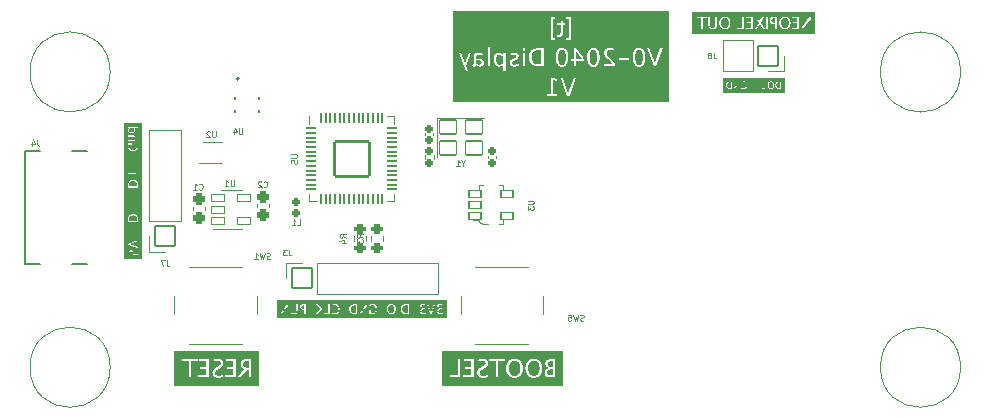
<source format=gbo>
G04 #@! TF.GenerationSoftware,KiCad,Pcbnew,7.0.1-0*
G04 #@! TF.CreationDate,2023-04-02T15:36:46-05:00*
G04 #@! TF.ProjectId,V0_Display,56305f44-6973-4706-9c61-792e6b696361,rev?*
G04 #@! TF.SameCoordinates,Original*
G04 #@! TF.FileFunction,Legend,Bot*
G04 #@! TF.FilePolarity,Positive*
%FSLAX46Y46*%
G04 Gerber Fmt 4.6, Leading zero omitted, Abs format (unit mm)*
G04 Created by KiCad (PCBNEW 7.0.1-0) date 2023-04-02 15:36:46*
%MOMM*%
%LPD*%
G01*
G04 APERTURE LIST*
G04 Aperture macros list*
%AMRoundRect*
0 Rectangle with rounded corners*
0 $1 Rounding radius*
0 $2 $3 $4 $5 $6 $7 $8 $9 X,Y pos of 4 corners*
0 Add a 4 corners polygon primitive as box body*
4,1,4,$2,$3,$4,$5,$6,$7,$8,$9,$2,$3,0*
0 Add four circle primitives for the rounded corners*
1,1,$1+$1,$2,$3*
1,1,$1+$1,$4,$5*
1,1,$1+$1,$6,$7*
1,1,$1+$1,$8,$9*
0 Add four rect primitives between the rounded corners*
20,1,$1+$1,$2,$3,$4,$5,0*
20,1,$1+$1,$4,$5,$6,$7,0*
20,1,$1+$1,$6,$7,$8,$9,0*
20,1,$1+$1,$8,$9,$2,$3,0*%
G04 Aperture macros list end*
%ADD10C,0.150000*%
%ADD11C,0.120000*%
%ADD12C,0.200000*%
%ADD13C,0.300000*%
%ADD14C,0.050000*%
%ADD15C,0.127000*%
%ADD16C,0.100000*%
%ADD17R,0.270000X0.570000*%
%ADD18R,1.670000X0.270000*%
%ADD19RoundRect,0.035000X-0.050000X0.387500X-0.050000X-0.387500X0.050000X-0.387500X0.050000X0.387500X0*%
%ADD20RoundRect,0.035000X-0.387500X0.050000X-0.387500X-0.050000X0.387500X-0.050000X0.387500X0.050000X0*%
%ADD21RoundRect,0.129000X-1.456000X1.456000X-1.456000X-1.456000X1.456000X-1.456000X1.456000X1.456000X0*%
%ADD22C,3.300000*%
%ADD23C,2.100000*%
%ADD24O,2.600000X4.100000*%
%ADD25C,1.624000*%
%ADD26RoundRect,0.050000X-0.850000X0.850000X-0.850000X-0.850000X0.850000X-0.850000X0.850000X0.850000X0*%
%ADD27O,1.800000X1.800000*%
%ADD28RoundRect,0.185000X-0.185000X0.135000X-0.185000X-0.135000X0.185000X-0.135000X0.185000X0.135000X0*%
%ADD29RoundRect,0.250000X-0.275000X0.200000X-0.275000X-0.200000X0.275000X-0.200000X0.275000X0.200000X0*%
%ADD30RoundRect,0.275000X0.250000X-0.225000X0.250000X0.225000X-0.250000X0.225000X-0.250000X-0.225000X0*%
%ADD31RoundRect,0.190000X0.170000X-0.140000X0.170000X0.140000X-0.170000X0.140000X-0.170000X-0.140000X0*%
%ADD32RoundRect,0.050000X-0.530000X-0.325000X0.530000X-0.325000X0.530000X0.325000X-0.530000X0.325000X0*%
%ADD33RoundRect,0.070000X0.525000X-0.300000X0.525000X0.300000X-0.525000X0.300000X-0.525000X-0.300000X0*%
%ADD34R,0.470000X0.345000*%
%ADD35R,0.620000X0.270000*%
%ADD36RoundRect,0.050000X0.850000X-0.850000X0.850000X0.850000X-0.850000X0.850000X-0.850000X-0.850000X0*%
%ADD37RoundRect,0.275000X-0.250000X0.225000X-0.250000X-0.225000X0.250000X-0.225000X0.250000X0.225000X0*%
%ADD38RoundRect,0.050000X-0.850000X-0.850000X0.850000X-0.850000X0.850000X0.850000X-0.850000X0.850000X0*%
%ADD39RoundRect,0.197500X-0.172500X0.147500X-0.172500X-0.147500X0.172500X-0.147500X0.172500X0.147500X0*%
%ADD40RoundRect,0.050000X-0.700000X-0.600000X0.700000X-0.600000X0.700000X0.600000X-0.700000X0.600000X0*%
%ADD41C,0.620000*%
%ADD42R,1.120000X0.570000*%
%ADD43R,1.120000X0.270000*%
%ADD44O,2.070000X1.020000*%
%ADD45O,1.970000X0.970000*%
G04 APERTURE END LIST*
D10*
G36*
X116379972Y-75392040D02*
G01*
X116394539Y-75393102D01*
X116408689Y-75394873D01*
X116422422Y-75397352D01*
X116435739Y-75400539D01*
X116448638Y-75404435D01*
X116461122Y-75409039D01*
X116473188Y-75414351D01*
X116484838Y-75420372D01*
X116496070Y-75427101D01*
X116506887Y-75434538D01*
X116517286Y-75442683D01*
X116527269Y-75451537D01*
X116536835Y-75461099D01*
X116545984Y-75471370D01*
X116554716Y-75482348D01*
X116562950Y-75493958D01*
X116570653Y-75506119D01*
X116577825Y-75518834D01*
X116584465Y-75532101D01*
X116590574Y-75545920D01*
X116596152Y-75560292D01*
X116598742Y-75567686D01*
X116601199Y-75575217D01*
X116603523Y-75582887D01*
X116605714Y-75590695D01*
X116607773Y-75598640D01*
X116609698Y-75606725D01*
X116611491Y-75614947D01*
X116613151Y-75623307D01*
X116614679Y-75631806D01*
X116616073Y-75640442D01*
X116617335Y-75649217D01*
X116618464Y-75658130D01*
X116619460Y-75667181D01*
X116620323Y-75676370D01*
X116621053Y-75685698D01*
X116621651Y-75695163D01*
X116622116Y-75704767D01*
X116622448Y-75714509D01*
X116622647Y-75724389D01*
X116622713Y-75734407D01*
X116622647Y-75744402D01*
X116622449Y-75754263D01*
X116622119Y-75763989D01*
X116621657Y-75773581D01*
X116621063Y-75783037D01*
X116620337Y-75792359D01*
X116619478Y-75801546D01*
X116618488Y-75810599D01*
X116617366Y-75819516D01*
X116616111Y-75828299D01*
X116614725Y-75836948D01*
X116613206Y-75845461D01*
X116611556Y-75853840D01*
X116609773Y-75862084D01*
X116607858Y-75870194D01*
X116605812Y-75878168D01*
X116603633Y-75886008D01*
X116601322Y-75893714D01*
X116598880Y-75901284D01*
X116596305Y-75908720D01*
X116590759Y-75923188D01*
X116584685Y-75937116D01*
X116578083Y-75950506D01*
X116570952Y-75963357D01*
X116563294Y-75975669D01*
X116555107Y-75987443D01*
X116546455Y-75998587D01*
X116537399Y-76009012D01*
X116527941Y-76018719D01*
X116518080Y-76027706D01*
X116507815Y-76035974D01*
X116497148Y-76043524D01*
X116486078Y-76050354D01*
X116474605Y-76056466D01*
X116462728Y-76061858D01*
X116450449Y-76066532D01*
X116437767Y-76070486D01*
X116424681Y-76073721D01*
X116411193Y-76076238D01*
X116397302Y-76078035D01*
X116383007Y-76079114D01*
X116368310Y-76079473D01*
X116352925Y-76079119D01*
X116337984Y-76078057D01*
X116323488Y-76076286D01*
X116309435Y-76073807D01*
X116295827Y-76070620D01*
X116282663Y-76066724D01*
X116269944Y-76062120D01*
X116257668Y-76056808D01*
X116245837Y-76050787D01*
X116234450Y-76044058D01*
X116223507Y-76036621D01*
X116213008Y-76028475D01*
X116202954Y-76019622D01*
X116193344Y-76010060D01*
X116184178Y-75999789D01*
X116175456Y-75988810D01*
X116167198Y-75977186D01*
X116159473Y-75964978D01*
X116152281Y-75952188D01*
X116145622Y-75938814D01*
X116139495Y-75924857D01*
X116133901Y-75910317D01*
X116131304Y-75902828D01*
X116128840Y-75895194D01*
X116126509Y-75887413D01*
X116124311Y-75879487D01*
X116122247Y-75871415D01*
X116120316Y-75863198D01*
X116118518Y-75854834D01*
X116116853Y-75846325D01*
X116115321Y-75837670D01*
X116113923Y-75828869D01*
X116112657Y-75819923D01*
X116111525Y-75810831D01*
X116110526Y-75801593D01*
X116109661Y-75792209D01*
X116108928Y-75782679D01*
X116108329Y-75773004D01*
X116107863Y-75763182D01*
X116107530Y-75753215D01*
X116107330Y-75743102D01*
X116107263Y-75732844D01*
X116107330Y-75722886D01*
X116107530Y-75713066D01*
X116107864Y-75703382D01*
X116108332Y-75693835D01*
X116108933Y-75684426D01*
X116109668Y-75675153D01*
X116110536Y-75666017D01*
X116111538Y-75657019D01*
X116112673Y-75648157D01*
X116113942Y-75639432D01*
X116115344Y-75630845D01*
X116116880Y-75622394D01*
X116118550Y-75614081D01*
X116120353Y-75605904D01*
X116122290Y-75597864D01*
X116124360Y-75589962D01*
X116126564Y-75582196D01*
X116128902Y-75574568D01*
X116131373Y-75567076D01*
X116136716Y-75552504D01*
X116142593Y-75538480D01*
X116149004Y-75525004D01*
X116155950Y-75512076D01*
X116163430Y-75499696D01*
X116171444Y-75487864D01*
X116175651Y-75482153D01*
X116184405Y-75471198D01*
X116193570Y-75460950D01*
X116203145Y-75451408D01*
X116213130Y-75442573D01*
X116223527Y-75434446D01*
X116234334Y-75427024D01*
X116245551Y-75420310D01*
X116257180Y-75414302D01*
X116269218Y-75409002D01*
X116281668Y-75404407D01*
X116294528Y-75400520D01*
X116307799Y-75397340D01*
X116321480Y-75394866D01*
X116335572Y-75393099D01*
X116350075Y-75392039D01*
X116364988Y-75391685D01*
X116379972Y-75392040D01*
G37*
G36*
X117742713Y-76054463D02*
G01*
X117594800Y-76054463D01*
X117584998Y-76054380D01*
X117575377Y-76054132D01*
X117565937Y-76053718D01*
X117556677Y-76053138D01*
X117547597Y-76052393D01*
X117538698Y-76051482D01*
X117529980Y-76050405D01*
X117521442Y-76049163D01*
X117513084Y-76047755D01*
X117504907Y-76046182D01*
X117496911Y-76044442D01*
X117489095Y-76042538D01*
X117481459Y-76040467D01*
X117466730Y-76035830D01*
X117452723Y-76030530D01*
X117439437Y-76024567D01*
X117426874Y-76017942D01*
X117415033Y-76010654D01*
X117403914Y-76002704D01*
X117393517Y-75994092D01*
X117383841Y-75984817D01*
X117374888Y-75974879D01*
X117370683Y-75969662D01*
X117362094Y-75958137D01*
X117354059Y-75946129D01*
X117346578Y-75933639D01*
X117339652Y-75920667D01*
X117333279Y-75907212D01*
X117327461Y-75893275D01*
X117322197Y-75878855D01*
X117317487Y-75863953D01*
X117315339Y-75856322D01*
X117313331Y-75848569D01*
X117311460Y-75840696D01*
X117309729Y-75832703D01*
X117308136Y-75824588D01*
X117306681Y-75816354D01*
X117305365Y-75807998D01*
X117304188Y-75799522D01*
X117303149Y-75790926D01*
X117302248Y-75782208D01*
X117301486Y-75773371D01*
X117300863Y-75764412D01*
X117300378Y-75755333D01*
X117300032Y-75746134D01*
X117299824Y-75736814D01*
X117299755Y-75727373D01*
X117299823Y-75718506D01*
X117300027Y-75709758D01*
X117300368Y-75701131D01*
X117300845Y-75692623D01*
X117301458Y-75684235D01*
X117302207Y-75675967D01*
X117303093Y-75667819D01*
X117304114Y-75659791D01*
X117305272Y-75651882D01*
X117306567Y-75644094D01*
X117309564Y-75628876D01*
X117313106Y-75614137D01*
X117317194Y-75599878D01*
X117321826Y-75586098D01*
X117327003Y-75572798D01*
X117332725Y-75559976D01*
X117338992Y-75547635D01*
X117345804Y-75535772D01*
X117353161Y-75524389D01*
X117361063Y-75513485D01*
X117369510Y-75503060D01*
X117374875Y-75496979D01*
X117380367Y-75491141D01*
X117385988Y-75485548D01*
X117391736Y-75480199D01*
X117400600Y-75472634D01*
X117409752Y-75465618D01*
X117419193Y-75459151D01*
X117428922Y-75453235D01*
X117438940Y-75447867D01*
X117449246Y-75443050D01*
X117459841Y-75438782D01*
X117470725Y-75435063D01*
X117478308Y-75432839D01*
X117486353Y-75430758D01*
X117494861Y-75428821D01*
X117503832Y-75427027D01*
X117513265Y-75425377D01*
X117523160Y-75423871D01*
X117533519Y-75422507D01*
X117544339Y-75421288D01*
X117555623Y-75420212D01*
X117567368Y-75419279D01*
X117579577Y-75418490D01*
X117592248Y-75417844D01*
X117605381Y-75417342D01*
X117618977Y-75416983D01*
X117633035Y-75416768D01*
X117647556Y-75416696D01*
X117742713Y-75416696D01*
X117742713Y-76054463D01*
G37*
G36*
X113368226Y-76054463D02*
G01*
X113220313Y-76054463D01*
X113210511Y-76054380D01*
X113200890Y-76054132D01*
X113191450Y-76053718D01*
X113182190Y-76053138D01*
X113173110Y-76052393D01*
X113164211Y-76051482D01*
X113155493Y-76050405D01*
X113146955Y-76049163D01*
X113138597Y-76047755D01*
X113130420Y-76046182D01*
X113122424Y-76044442D01*
X113114608Y-76042538D01*
X113106972Y-76040467D01*
X113092243Y-76035830D01*
X113078235Y-76030530D01*
X113064950Y-76024567D01*
X113052387Y-76017942D01*
X113040546Y-76010654D01*
X113029427Y-76002704D01*
X113019029Y-75994092D01*
X113009354Y-75984817D01*
X113000401Y-75974879D01*
X112996196Y-75969662D01*
X112987607Y-75958137D01*
X112979572Y-75946129D01*
X112972091Y-75933639D01*
X112965165Y-75920667D01*
X112958792Y-75907212D01*
X112952974Y-75893275D01*
X112947710Y-75878855D01*
X112943000Y-75863953D01*
X112940852Y-75856322D01*
X112938844Y-75848569D01*
X112936973Y-75840696D01*
X112935242Y-75832703D01*
X112933649Y-75824588D01*
X112932194Y-75816354D01*
X112930878Y-75807998D01*
X112929701Y-75799522D01*
X112928662Y-75790926D01*
X112927761Y-75782208D01*
X112926999Y-75773371D01*
X112926376Y-75764412D01*
X112925891Y-75755333D01*
X112925545Y-75746134D01*
X112925337Y-75736814D01*
X112925267Y-75727373D01*
X112925336Y-75718506D01*
X112925540Y-75709758D01*
X112925881Y-75701131D01*
X112926357Y-75692623D01*
X112926971Y-75684235D01*
X112927720Y-75675967D01*
X112928605Y-75667819D01*
X112929627Y-75659791D01*
X112930785Y-75651882D01*
X112932080Y-75644094D01*
X112935077Y-75628876D01*
X112938619Y-75614137D01*
X112942706Y-75599878D01*
X112947339Y-75586098D01*
X112952516Y-75572798D01*
X112958238Y-75559976D01*
X112964505Y-75547635D01*
X112971317Y-75535772D01*
X112978674Y-75524389D01*
X112986576Y-75513485D01*
X112995023Y-75503060D01*
X113000387Y-75496979D01*
X113005880Y-75491141D01*
X113011500Y-75485548D01*
X113017249Y-75480199D01*
X113026113Y-75472634D01*
X113035265Y-75465618D01*
X113044706Y-75459151D01*
X113054435Y-75453235D01*
X113064453Y-75447867D01*
X113074759Y-75443050D01*
X113085354Y-75438782D01*
X113096237Y-75435063D01*
X113103820Y-75432839D01*
X113111866Y-75430758D01*
X113120374Y-75428821D01*
X113129345Y-75427027D01*
X113138778Y-75425377D01*
X113148673Y-75423871D01*
X113159032Y-75422507D01*
X113169852Y-75421288D01*
X113181136Y-75420212D01*
X113192881Y-75419279D01*
X113205090Y-75418490D01*
X113217761Y-75417844D01*
X113230894Y-75417342D01*
X113244490Y-75416983D01*
X113258548Y-75416768D01*
X113273069Y-75416696D01*
X113368226Y-75416696D01*
X113368226Y-76054463D01*
G37*
G36*
X109012106Y-75716822D02*
G01*
X108974786Y-75716822D01*
X108961394Y-75716653D01*
X108948428Y-75716146D01*
X108935886Y-75715302D01*
X108923770Y-75714120D01*
X108912079Y-75712600D01*
X108900812Y-75710742D01*
X108889972Y-75708547D01*
X108879556Y-75706014D01*
X108869565Y-75703143D01*
X108859999Y-75699934D01*
X108850859Y-75696388D01*
X108842144Y-75692504D01*
X108833854Y-75688282D01*
X108825989Y-75683723D01*
X108818549Y-75678826D01*
X108811534Y-75673591D01*
X108804944Y-75668018D01*
X108798780Y-75662107D01*
X108793041Y-75655859D01*
X108787726Y-75649273D01*
X108782837Y-75642349D01*
X108778374Y-75635088D01*
X108774335Y-75627489D01*
X108770721Y-75619552D01*
X108767533Y-75611277D01*
X108764769Y-75602665D01*
X108762431Y-75593715D01*
X108760518Y-75584427D01*
X108759030Y-75574801D01*
X108757967Y-75564838D01*
X108757329Y-75554536D01*
X108757117Y-75543898D01*
X108757295Y-75536072D01*
X108758721Y-75521165D01*
X108761572Y-75507253D01*
X108765850Y-75494334D01*
X108771553Y-75482409D01*
X108778681Y-75471477D01*
X108787236Y-75461540D01*
X108797216Y-75452596D01*
X108808623Y-75444646D01*
X108821455Y-75437689D01*
X108835712Y-75431727D01*
X108843376Y-75429118D01*
X108851396Y-75426758D01*
X108859772Y-75424646D01*
X108868505Y-75422783D01*
X108877594Y-75421168D01*
X108887040Y-75419801D01*
X108896842Y-75418683D01*
X108907001Y-75417814D01*
X108917516Y-75417193D01*
X108928387Y-75416820D01*
X108939615Y-75416696D01*
X109012106Y-75416696D01*
X109012106Y-75716822D01*
G37*
G36*
X121044763Y-76506296D02*
G01*
X106681362Y-76506296D01*
X106681362Y-75329159D01*
X107020648Y-75329159D01*
X107020648Y-76142000D01*
X107133195Y-76142000D01*
X107543328Y-75514198D01*
X107543328Y-76142000D01*
X107642197Y-76142000D01*
X107642197Y-75329159D01*
X107841304Y-75329159D01*
X107841304Y-75847150D01*
X107841371Y-75857526D01*
X107841571Y-75867725D01*
X107841905Y-75877745D01*
X107842372Y-75887587D01*
X107842973Y-75897251D01*
X107843708Y-75906736D01*
X107844576Y-75916044D01*
X107845578Y-75925173D01*
X107846713Y-75934124D01*
X107847982Y-75942897D01*
X107849385Y-75951491D01*
X107850921Y-75959907D01*
X107852590Y-75968145D01*
X107854394Y-75976205D01*
X107856330Y-75984087D01*
X107858401Y-75991790D01*
X107860605Y-75999315D01*
X107865413Y-76013831D01*
X107870756Y-76027634D01*
X107876633Y-76040724D01*
X107883045Y-76053101D01*
X107889990Y-76064765D01*
X107897470Y-76075716D01*
X107905484Y-76085954D01*
X107909692Y-76090806D01*
X107918557Y-76100034D01*
X107928056Y-76108666D01*
X107938188Y-76116704D01*
X107948954Y-76124145D01*
X107960353Y-76130992D01*
X107972386Y-76137243D01*
X107985052Y-76142899D01*
X107998352Y-76147959D01*
X108012285Y-76152424D01*
X108026852Y-76156294D01*
X108042052Y-76159568D01*
X108049890Y-76160982D01*
X108057886Y-76162247D01*
X108066041Y-76163363D01*
X108074353Y-76164331D01*
X108082825Y-76165150D01*
X108091454Y-76165819D01*
X108100242Y-76166340D01*
X108109189Y-76166712D01*
X108118293Y-76166936D01*
X108127556Y-76167010D01*
X108136992Y-76166933D01*
X108146272Y-76166702D01*
X108155397Y-76166316D01*
X108164367Y-76165777D01*
X108173181Y-76165083D01*
X108181840Y-76164235D01*
X108190344Y-76163233D01*
X108198692Y-76162076D01*
X108206885Y-76160766D01*
X108214923Y-76159301D01*
X108222805Y-76157682D01*
X108230532Y-76155909D01*
X108245520Y-76151900D01*
X108259887Y-76147275D01*
X108273633Y-76142033D01*
X108273707Y-76142000D01*
X108531241Y-76142000D01*
X108673097Y-76142000D01*
X108904444Y-75804358D01*
X109012106Y-75804358D01*
X109012106Y-76142000D01*
X109126412Y-76142000D01*
X109955274Y-76142000D01*
X110101429Y-76142000D01*
X110457047Y-75730108D01*
X110457047Y-76142000D01*
X110565295Y-76142000D01*
X110680969Y-76142000D01*
X111162420Y-76142000D01*
X111162420Y-76091979D01*
X111325770Y-76091979D01*
X111333314Y-76096595D01*
X111340901Y-76101064D01*
X111348530Y-76105387D01*
X111356203Y-76109564D01*
X111363918Y-76113594D01*
X111371675Y-76117478D01*
X111379476Y-76121214D01*
X111387319Y-76124805D01*
X111395205Y-76128249D01*
X111403134Y-76131546D01*
X111411105Y-76134697D01*
X111419120Y-76137701D01*
X111427177Y-76140558D01*
X111435276Y-76143270D01*
X111443419Y-76145834D01*
X111451604Y-76148252D01*
X111459832Y-76150524D01*
X111468102Y-76152648D01*
X111476416Y-76154627D01*
X111484772Y-76156459D01*
X111493171Y-76158144D01*
X111501613Y-76159683D01*
X111510097Y-76161075D01*
X111518624Y-76162321D01*
X111527194Y-76163420D01*
X111535807Y-76164372D01*
X111544462Y-76165178D01*
X111553160Y-76165838D01*
X111561901Y-76166351D01*
X111570684Y-76166717D01*
X111579511Y-76166937D01*
X111588380Y-76167010D01*
X111600153Y-76166900D01*
X111611758Y-76166571D01*
X111623195Y-76166023D01*
X111634462Y-76165254D01*
X111645561Y-76164267D01*
X111656492Y-76163060D01*
X111667253Y-76161634D01*
X111677846Y-76159988D01*
X111688270Y-76158123D01*
X111698526Y-76156038D01*
X111708613Y-76153734D01*
X111718531Y-76151211D01*
X111728280Y-76148468D01*
X111737861Y-76145505D01*
X111747273Y-76142323D01*
X111756517Y-76138922D01*
X111765591Y-76135301D01*
X111774497Y-76131461D01*
X111783235Y-76127402D01*
X111791804Y-76123123D01*
X111800204Y-76118624D01*
X111808435Y-76113906D01*
X111816498Y-76108969D01*
X111824392Y-76103812D01*
X111832117Y-76098436D01*
X111839674Y-76092840D01*
X111847062Y-76087025D01*
X111854281Y-76080991D01*
X111861332Y-76074737D01*
X111868213Y-76068263D01*
X111874927Y-76061571D01*
X111881471Y-76054658D01*
X111887819Y-76047533D01*
X111893964Y-76040225D01*
X111899909Y-76032735D01*
X111905651Y-76025062D01*
X111911193Y-76017207D01*
X111916532Y-76009170D01*
X111921671Y-76000950D01*
X111926607Y-75992547D01*
X111931343Y-75983963D01*
X111935876Y-75975195D01*
X111940209Y-75966246D01*
X111944339Y-75957114D01*
X111948269Y-75947799D01*
X111951996Y-75938302D01*
X111955523Y-75928623D01*
X111958847Y-75918762D01*
X111961971Y-75908717D01*
X111964892Y-75898491D01*
X111967613Y-75888082D01*
X111970131Y-75877491D01*
X111972449Y-75866717D01*
X111974564Y-75855761D01*
X111976479Y-75844622D01*
X111978191Y-75833301D01*
X111979703Y-75821798D01*
X111981012Y-75810112D01*
X111982121Y-75798243D01*
X111983027Y-75786193D01*
X111983733Y-75773959D01*
X111984236Y-75761544D01*
X111984539Y-75748946D01*
X111984639Y-75736166D01*
X111984537Y-75723409D01*
X111984366Y-75716431D01*
X112802755Y-75716431D01*
X112802846Y-75727373D01*
X112802860Y-75729006D01*
X112803174Y-75741403D01*
X112803698Y-75753622D01*
X112804431Y-75765664D01*
X112805374Y-75777528D01*
X112806527Y-75789214D01*
X112807888Y-75800722D01*
X112809460Y-75812052D01*
X112811241Y-75823204D01*
X112813231Y-75834179D01*
X112815431Y-75844975D01*
X112817840Y-75855594D01*
X112820459Y-75866035D01*
X112823288Y-75876298D01*
X112826326Y-75886384D01*
X112829573Y-75896291D01*
X112833030Y-75906021D01*
X112836697Y-75915573D01*
X112840573Y-75924947D01*
X112844658Y-75934143D01*
X112848953Y-75943161D01*
X112853458Y-75952001D01*
X112858172Y-75960664D01*
X112863095Y-75969149D01*
X112868229Y-75977456D01*
X112873571Y-75985585D01*
X112879123Y-75993536D01*
X112884885Y-76001310D01*
X112890856Y-76008905D01*
X112897037Y-76016323D01*
X112903427Y-76023563D01*
X112910027Y-76030625D01*
X112916804Y-76037477D01*
X112923753Y-76044112D01*
X112930873Y-76050529D01*
X112938164Y-76056728D01*
X112945625Y-76062710D01*
X112953258Y-76068475D01*
X112961061Y-76074022D01*
X112969036Y-76079351D01*
X112977181Y-76084463D01*
X112985498Y-76089358D01*
X112993985Y-76094034D01*
X113002644Y-76098494D01*
X113011473Y-76102736D01*
X113020473Y-76106760D01*
X113029645Y-76110567D01*
X113038987Y-76114156D01*
X113048500Y-76117528D01*
X113058184Y-76120682D01*
X113068040Y-76123618D01*
X113078066Y-76126337D01*
X113088263Y-76128839D01*
X113098631Y-76131123D01*
X113109170Y-76133190D01*
X113119880Y-76135039D01*
X113130761Y-76136670D01*
X113141813Y-76138084D01*
X113153036Y-76139280D01*
X113164430Y-76140259D01*
X113175995Y-76141021D01*
X113187731Y-76141564D01*
X113199638Y-76141891D01*
X113211716Y-76142000D01*
X113483704Y-76142000D01*
X113483704Y-75329159D01*
X113689064Y-75329159D01*
X113689064Y-76142000D01*
X113801611Y-76142000D01*
X114211743Y-75514198D01*
X114211743Y-76142000D01*
X114310613Y-76142000D01*
X114310613Y-76124219D01*
X114508352Y-76124219D01*
X114517559Y-76126851D01*
X114526692Y-76129400D01*
X114535751Y-76131866D01*
X114544735Y-76134248D01*
X114553645Y-76136546D01*
X114562480Y-76138761D01*
X114571241Y-76140892D01*
X114579927Y-76142940D01*
X114588539Y-76144904D01*
X114597077Y-76146784D01*
X114605540Y-76148581D01*
X114613929Y-76150295D01*
X114622243Y-76151924D01*
X114630483Y-76153471D01*
X114638649Y-76154933D01*
X114646740Y-76156312D01*
X114654757Y-76157608D01*
X114662699Y-76158819D01*
X114670567Y-76159948D01*
X114678360Y-76160992D01*
X114693724Y-76162831D01*
X114708790Y-76164336D01*
X114723558Y-76165506D01*
X114738029Y-76166341D01*
X114752202Y-76166843D01*
X114766077Y-76167010D01*
X114778115Y-76166901D01*
X114789977Y-76166574D01*
X114801662Y-76166029D01*
X114813170Y-76165267D01*
X114824502Y-76164286D01*
X114835656Y-76163088D01*
X114846635Y-76161671D01*
X114857436Y-76160037D01*
X114868061Y-76158185D01*
X114878509Y-76156114D01*
X114888780Y-76153826D01*
X114898875Y-76151320D01*
X114908793Y-76148597D01*
X114918534Y-76145655D01*
X114928099Y-76142495D01*
X114937487Y-76139117D01*
X114946698Y-76135522D01*
X114955732Y-76131708D01*
X114964590Y-76127677D01*
X114973271Y-76123428D01*
X114981776Y-76118961D01*
X114990103Y-76114276D01*
X114998254Y-76109373D01*
X115006229Y-76104252D01*
X115014026Y-76098913D01*
X115021647Y-76093356D01*
X115029092Y-76087582D01*
X115036359Y-76081589D01*
X115043450Y-76075379D01*
X115050364Y-76068950D01*
X115057102Y-76062304D01*
X115063662Y-76055440D01*
X115070034Y-76048372D01*
X115076203Y-76041116D01*
X115082170Y-76033670D01*
X115087934Y-76026036D01*
X115093496Y-76018213D01*
X115098856Y-76010201D01*
X115104014Y-76002000D01*
X115108970Y-75993610D01*
X115113723Y-75985031D01*
X115118274Y-75976263D01*
X115122622Y-75967307D01*
X115126769Y-75958161D01*
X115130713Y-75948826D01*
X115134455Y-75939303D01*
X115137994Y-75929591D01*
X115141332Y-75919690D01*
X115144467Y-75909600D01*
X115147400Y-75899321D01*
X115150130Y-75888853D01*
X115152658Y-75878196D01*
X115154984Y-75867350D01*
X115157108Y-75856316D01*
X115159030Y-75845092D01*
X115160749Y-75833680D01*
X115162266Y-75822078D01*
X115163581Y-75810288D01*
X115164693Y-75798309D01*
X115165603Y-75786141D01*
X115166311Y-75773784D01*
X115166817Y-75761238D01*
X115167120Y-75748503D01*
X115167221Y-75735579D01*
X115167207Y-75733821D01*
X115984751Y-75733821D01*
X115984853Y-75746209D01*
X115985157Y-75758435D01*
X115985665Y-75770500D01*
X115986375Y-75782404D01*
X115987289Y-75794146D01*
X115988406Y-75805727D01*
X115989725Y-75817146D01*
X115991248Y-75828404D01*
X115992974Y-75839500D01*
X115994902Y-75850435D01*
X115997034Y-75861209D01*
X115999369Y-75871821D01*
X116001907Y-75882272D01*
X116004648Y-75892561D01*
X116007592Y-75902689D01*
X116010739Y-75912655D01*
X116014088Y-75922460D01*
X116017641Y-75932104D01*
X116021397Y-75941586D01*
X116025356Y-75950907D01*
X116029519Y-75960066D01*
X116033884Y-75969064D01*
X116038452Y-75977901D01*
X116043223Y-75986576D01*
X116048197Y-75995089D01*
X116053374Y-76003441D01*
X116058754Y-76011632D01*
X116064338Y-76019661D01*
X116070124Y-76027529D01*
X116076113Y-76035236D01*
X116082306Y-76042781D01*
X116088701Y-76050164D01*
X116095257Y-76057353D01*
X116101958Y-76064313D01*
X116108802Y-76071046D01*
X116115790Y-76077550D01*
X116122923Y-76083826D01*
X116130198Y-76089873D01*
X116137618Y-76095693D01*
X116145182Y-76101284D01*
X116152890Y-76106647D01*
X116160741Y-76111782D01*
X116168736Y-76116689D01*
X116176876Y-76121367D01*
X116185159Y-76125817D01*
X116193586Y-76130039D01*
X116202156Y-76134033D01*
X116210871Y-76137799D01*
X116219730Y-76141336D01*
X116228732Y-76144645D01*
X116237878Y-76147726D01*
X116247169Y-76150579D01*
X116256603Y-76153203D01*
X116266181Y-76155599D01*
X116275903Y-76157767D01*
X116285768Y-76159707D01*
X116295778Y-76161419D01*
X116305931Y-76162902D01*
X116316229Y-76164157D01*
X116326670Y-76165184D01*
X116337255Y-76165983D01*
X116347984Y-76166554D01*
X116358857Y-76166896D01*
X116369873Y-76167010D01*
X116380384Y-76166894D01*
X116390767Y-76166547D01*
X116401020Y-76165969D01*
X116411144Y-76165160D01*
X116421139Y-76164119D01*
X116431006Y-76162847D01*
X116440743Y-76161344D01*
X116450351Y-76159609D01*
X116459831Y-76157644D01*
X116469181Y-76155447D01*
X116478402Y-76153018D01*
X116487494Y-76150359D01*
X116496458Y-76147468D01*
X116505292Y-76144346D01*
X116513997Y-76140992D01*
X116522574Y-76137408D01*
X116531021Y-76133592D01*
X116539340Y-76129545D01*
X116547529Y-76125266D01*
X116555589Y-76120756D01*
X116563521Y-76116015D01*
X116571323Y-76111043D01*
X116578997Y-76105840D01*
X116586541Y-76100405D01*
X116593956Y-76094739D01*
X116601243Y-76088842D01*
X116608400Y-76082713D01*
X116615429Y-76076353D01*
X116622328Y-76069762D01*
X116629099Y-76062940D01*
X116635740Y-76055886D01*
X116642253Y-76048601D01*
X116648588Y-76041114D01*
X116654722Y-76033477D01*
X116660655Y-76025691D01*
X116666387Y-76017756D01*
X116671918Y-76009672D01*
X116677247Y-76001439D01*
X116682376Y-75993056D01*
X116687303Y-75984524D01*
X116692030Y-75975843D01*
X116696555Y-75967012D01*
X116700879Y-75958033D01*
X116705002Y-75948904D01*
X116708924Y-75939626D01*
X116712644Y-75930199D01*
X116716164Y-75920623D01*
X116719482Y-75910897D01*
X116722600Y-75901022D01*
X116725516Y-75890998D01*
X116728231Y-75880825D01*
X116730745Y-75870502D01*
X116733058Y-75860030D01*
X116735170Y-75849410D01*
X116737080Y-75838639D01*
X116738790Y-75827720D01*
X116740298Y-75816651D01*
X116741605Y-75805434D01*
X116742712Y-75794067D01*
X116743617Y-75782550D01*
X116744321Y-75770885D01*
X116744823Y-75759070D01*
X116745125Y-75747106D01*
X116745226Y-75734993D01*
X116745124Y-75722821D01*
X116744821Y-75710802D01*
X116744315Y-75698937D01*
X116743608Y-75687225D01*
X116742697Y-75675667D01*
X116741585Y-75664262D01*
X116740270Y-75653010D01*
X116738753Y-75641912D01*
X116737034Y-75630968D01*
X116735112Y-75620176D01*
X116732989Y-75609538D01*
X116730663Y-75599054D01*
X116728134Y-75588723D01*
X116725404Y-75578545D01*
X116722471Y-75568521D01*
X116719336Y-75558650D01*
X116715999Y-75548932D01*
X116712459Y-75539368D01*
X116708717Y-75529958D01*
X116704773Y-75520701D01*
X116700627Y-75511597D01*
X116696278Y-75502647D01*
X116691727Y-75493850D01*
X116686974Y-75485206D01*
X116682018Y-75476716D01*
X116676861Y-75468379D01*
X116671501Y-75460196D01*
X116665938Y-75452166D01*
X116660174Y-75444290D01*
X116654207Y-75436567D01*
X116648038Y-75428997D01*
X116641667Y-75421581D01*
X116635126Y-75414356D01*
X116628450Y-75407361D01*
X116621638Y-75400594D01*
X116614690Y-75394058D01*
X116607606Y-75387750D01*
X116600387Y-75381672D01*
X116593031Y-75375824D01*
X116585540Y-75370204D01*
X116577912Y-75364814D01*
X116570149Y-75359654D01*
X116562250Y-75354723D01*
X116554216Y-75350021D01*
X116546045Y-75345548D01*
X116537738Y-75341305D01*
X116529296Y-75337291D01*
X116520718Y-75333507D01*
X116512003Y-75329952D01*
X116509893Y-75329159D01*
X116904667Y-75329159D01*
X116904667Y-76142000D01*
X117020145Y-76142000D01*
X117020145Y-75716431D01*
X117177242Y-75716431D01*
X117177333Y-75727373D01*
X117177347Y-75729006D01*
X117177661Y-75741403D01*
X117178185Y-75753622D01*
X117178918Y-75765664D01*
X117179861Y-75777528D01*
X117181014Y-75789214D01*
X117182375Y-75800722D01*
X117183947Y-75812052D01*
X117185728Y-75823204D01*
X117187718Y-75834179D01*
X117189918Y-75844975D01*
X117192327Y-75855594D01*
X117194946Y-75866035D01*
X117197775Y-75876298D01*
X117200813Y-75886384D01*
X117204060Y-75896291D01*
X117207517Y-75906021D01*
X117211184Y-75915573D01*
X117215060Y-75924947D01*
X117219145Y-75934143D01*
X117223440Y-75943161D01*
X117227945Y-75952001D01*
X117232659Y-75960664D01*
X117237583Y-75969149D01*
X117242716Y-75977456D01*
X117248058Y-75985585D01*
X117253610Y-75993536D01*
X117259372Y-76001310D01*
X117265343Y-76008905D01*
X117271524Y-76016323D01*
X117277914Y-76023563D01*
X117284514Y-76030625D01*
X117291292Y-76037477D01*
X117298240Y-76044112D01*
X117305360Y-76050529D01*
X117312651Y-76056728D01*
X117320112Y-76062710D01*
X117327745Y-76068475D01*
X117335548Y-76074022D01*
X117343523Y-76079351D01*
X117351668Y-76084463D01*
X117359985Y-76089358D01*
X117368472Y-76094034D01*
X117377131Y-76098494D01*
X117385960Y-76102736D01*
X117394960Y-76106760D01*
X117404132Y-76110567D01*
X117413474Y-76114156D01*
X117422987Y-76117528D01*
X117432672Y-76120682D01*
X117442527Y-76123618D01*
X117452553Y-76126337D01*
X117462750Y-76128839D01*
X117473118Y-76131123D01*
X117483657Y-76133190D01*
X117494367Y-76135039D01*
X117505248Y-76136670D01*
X117516300Y-76138084D01*
X117527523Y-76139280D01*
X117538917Y-76140259D01*
X117550482Y-76141021D01*
X117562218Y-76141564D01*
X117574125Y-76141891D01*
X117586203Y-76142000D01*
X117858191Y-76142000D01*
X117858191Y-75915733D01*
X118790808Y-75915733D01*
X118791104Y-75930215D01*
X118791993Y-75944303D01*
X118793474Y-75957998D01*
X118795547Y-75971298D01*
X118798212Y-75984205D01*
X118801470Y-75996718D01*
X118805319Y-76008837D01*
X118809762Y-76020562D01*
X118814796Y-76031893D01*
X118820423Y-76042831D01*
X118826642Y-76053374D01*
X118833453Y-76063524D01*
X118840857Y-76073280D01*
X118848853Y-76082642D01*
X118857441Y-76091611D01*
X118866621Y-76100185D01*
X118876319Y-76108277D01*
X118886460Y-76115847D01*
X118897043Y-76122895D01*
X118908069Y-76129421D01*
X118919538Y-76135425D01*
X118931449Y-76140907D01*
X118943804Y-76145866D01*
X118956600Y-76150304D01*
X118969840Y-76154219D01*
X118983522Y-76157613D01*
X118997647Y-76160484D01*
X119012214Y-76162833D01*
X119027225Y-76164661D01*
X119042678Y-76165966D01*
X119050570Y-76166423D01*
X119058573Y-76166749D01*
X119066687Y-76166945D01*
X119074912Y-76167010D01*
X119084470Y-76166815D01*
X119094338Y-76166228D01*
X119104516Y-76165251D01*
X119115004Y-76163884D01*
X119125802Y-76162125D01*
X119136910Y-76159976D01*
X119148327Y-76157436D01*
X119160055Y-76154505D01*
X119172092Y-76151183D01*
X119184439Y-76147471D01*
X119197096Y-76143367D01*
X119210063Y-76138873D01*
X119223340Y-76133988D01*
X119236927Y-76128713D01*
X119250824Y-76123046D01*
X119265030Y-76116989D01*
X119265030Y-76029452D01*
X119257800Y-76032530D01*
X119243628Y-76038392D01*
X119229840Y-76043863D01*
X119216437Y-76048943D01*
X119203419Y-76053632D01*
X119190786Y-76057931D01*
X119178537Y-76061839D01*
X119166673Y-76065356D01*
X119155193Y-76068482D01*
X119144099Y-76071218D01*
X119133389Y-76073563D01*
X119123063Y-76075517D01*
X119113123Y-76077080D01*
X119103567Y-76078252D01*
X119094395Y-76079034D01*
X119085609Y-76079424D01*
X119081360Y-76079473D01*
X119071800Y-76079295D01*
X119062464Y-76078759D01*
X119053353Y-76077866D01*
X119044467Y-76076616D01*
X119035805Y-76075008D01*
X119027367Y-76073044D01*
X119019153Y-76070722D01*
X119011164Y-76068043D01*
X119003400Y-76065007D01*
X118995859Y-76061613D01*
X118988544Y-76057862D01*
X118981452Y-76053755D01*
X118974585Y-76049289D01*
X118967942Y-76044467D01*
X118961524Y-76039288D01*
X118955330Y-76033751D01*
X118949439Y-76027907D01*
X118943927Y-76021853D01*
X118938796Y-76015591D01*
X118934045Y-76009119D01*
X118929673Y-76002438D01*
X118925682Y-75995548D01*
X118922071Y-75988449D01*
X118918840Y-75981141D01*
X118915990Y-75973624D01*
X118913519Y-75965897D01*
X118911428Y-75957962D01*
X118909718Y-75949817D01*
X118908388Y-75941463D01*
X118907437Y-75932900D01*
X118906867Y-75924128D01*
X118906677Y-75915147D01*
X118906912Y-75904484D01*
X118907616Y-75894159D01*
X118908789Y-75884174D01*
X118910432Y-75874526D01*
X118912545Y-75865217D01*
X118915126Y-75856247D01*
X118918178Y-75847615D01*
X118921698Y-75839322D01*
X118925688Y-75831367D01*
X118930147Y-75823750D01*
X118935076Y-75816472D01*
X118940474Y-75809533D01*
X118946342Y-75802932D01*
X118952679Y-75796670D01*
X118959485Y-75790746D01*
X118966761Y-75785161D01*
X118974506Y-75779914D01*
X118982721Y-75775006D01*
X118991405Y-75770436D01*
X119000558Y-75766204D01*
X119010181Y-75762312D01*
X119020273Y-75758757D01*
X119030835Y-75755541D01*
X119041866Y-75752664D01*
X119053366Y-75750125D01*
X119065336Y-75747925D01*
X119077775Y-75746063D01*
X119090684Y-75744540D01*
X119104062Y-75743355D01*
X119117909Y-75742509D01*
X119132226Y-75742001D01*
X119147012Y-75741832D01*
X119189803Y-75741832D01*
X119189803Y-75667387D01*
X119151897Y-75666801D01*
X119138024Y-75666650D01*
X119124592Y-75666198D01*
X119111600Y-75665446D01*
X119099049Y-75664392D01*
X119086938Y-75663037D01*
X119075267Y-75661381D01*
X119064037Y-75659424D01*
X119053247Y-75657165D01*
X119042898Y-75654606D01*
X119032989Y-75651745D01*
X119023520Y-75648584D01*
X119014492Y-75645121D01*
X119005904Y-75641357D01*
X118997757Y-75637292D01*
X118990050Y-75632926D01*
X118982783Y-75628259D01*
X118975957Y-75623291D01*
X118969571Y-75618022D01*
X118963626Y-75612451D01*
X118958121Y-75606579D01*
X118953056Y-75600407D01*
X118948432Y-75593933D01*
X118944248Y-75587158D01*
X118940505Y-75580082D01*
X118937202Y-75572705D01*
X118934339Y-75565027D01*
X118931917Y-75557048D01*
X118929935Y-75548767D01*
X118928394Y-75540186D01*
X118927293Y-75531303D01*
X118926632Y-75522119D01*
X118926412Y-75512635D01*
X118926992Y-75497988D01*
X118928732Y-75484287D01*
X118931633Y-75471531D01*
X118935693Y-75459719D01*
X118940914Y-75448853D01*
X118947295Y-75438931D01*
X118954836Y-75429955D01*
X118963537Y-75421923D01*
X118973398Y-75414836D01*
X118984420Y-75408694D01*
X118996601Y-75403497D01*
X119009943Y-75399245D01*
X119024445Y-75395938D01*
X119040107Y-75393575D01*
X119048373Y-75392749D01*
X119056929Y-75392158D01*
X119065775Y-75391804D01*
X119074912Y-75391685D01*
X119085137Y-75391881D01*
X119095492Y-75392467D01*
X119105977Y-75393444D01*
X119116592Y-75394812D01*
X119127336Y-75396570D01*
X119138210Y-75398720D01*
X119149214Y-75401260D01*
X119160348Y-75404191D01*
X119171611Y-75407512D01*
X119183004Y-75411225D01*
X119194527Y-75415328D01*
X119206180Y-75419822D01*
X119217962Y-75424707D01*
X119229875Y-75429983D01*
X119241916Y-75435649D01*
X119254088Y-75441706D01*
X119254088Y-75354170D01*
X119242093Y-75348113D01*
X119230140Y-75342446D01*
X119218230Y-75337170D01*
X119206363Y-75332286D01*
X119198136Y-75329159D01*
X119380704Y-75329159D01*
X119675944Y-76142000D01*
X119784779Y-76142000D01*
X119870282Y-75915733D01*
X120231255Y-75915733D01*
X120231551Y-75930215D01*
X120232440Y-75944303D01*
X120233920Y-75957998D01*
X120235993Y-75971298D01*
X120238659Y-75984205D01*
X120241916Y-75996718D01*
X120245766Y-76008837D01*
X120250208Y-76020562D01*
X120255243Y-76031893D01*
X120260869Y-76042831D01*
X120267088Y-76053374D01*
X120273900Y-76063524D01*
X120281303Y-76073280D01*
X120289299Y-76082642D01*
X120297887Y-76091611D01*
X120307068Y-76100185D01*
X120316766Y-76108277D01*
X120326907Y-76115847D01*
X120337490Y-76122895D01*
X120348516Y-76129421D01*
X120359985Y-76135425D01*
X120371896Y-76140907D01*
X120384250Y-76145866D01*
X120397047Y-76150304D01*
X120410286Y-76154219D01*
X120423969Y-76157613D01*
X120438094Y-76160484D01*
X120452661Y-76162833D01*
X120467671Y-76164661D01*
X120483124Y-76165966D01*
X120491017Y-76166423D01*
X120499020Y-76166749D01*
X120507134Y-76166945D01*
X120515358Y-76167010D01*
X120524917Y-76166815D01*
X120534785Y-76166228D01*
X120544963Y-76165251D01*
X120555451Y-76163884D01*
X120566249Y-76162125D01*
X120577356Y-76159976D01*
X120588774Y-76157436D01*
X120600501Y-76154505D01*
X120612539Y-76151183D01*
X120624886Y-76147471D01*
X120637543Y-76143367D01*
X120650510Y-76138873D01*
X120663787Y-76133988D01*
X120677374Y-76128713D01*
X120691270Y-76123046D01*
X120705477Y-76116989D01*
X120705477Y-76029452D01*
X120698246Y-76032530D01*
X120684074Y-76038392D01*
X120670287Y-76043863D01*
X120656884Y-76048943D01*
X120643866Y-76053632D01*
X120631232Y-76057931D01*
X120618984Y-76061839D01*
X120607119Y-76065356D01*
X120595640Y-76068482D01*
X120584545Y-76071218D01*
X120573835Y-76073563D01*
X120563510Y-76075517D01*
X120553569Y-76077080D01*
X120544013Y-76078252D01*
X120534842Y-76079034D01*
X120526055Y-76079424D01*
X120521806Y-76079473D01*
X120512246Y-76079295D01*
X120502911Y-76078759D01*
X120493800Y-76077866D01*
X120484913Y-76076616D01*
X120476251Y-76075008D01*
X120467813Y-76073044D01*
X120459600Y-76070722D01*
X120451611Y-76068043D01*
X120443846Y-76065007D01*
X120436306Y-76061613D01*
X120428990Y-76057862D01*
X120421899Y-76053755D01*
X120415032Y-76049289D01*
X120408389Y-76044467D01*
X120401971Y-76039288D01*
X120395777Y-76033751D01*
X120389885Y-76027907D01*
X120384374Y-76021853D01*
X120379242Y-76015591D01*
X120374491Y-76009119D01*
X120370120Y-76002438D01*
X120366129Y-75995548D01*
X120362518Y-75988449D01*
X120359287Y-75981141D01*
X120356436Y-75973624D01*
X120353966Y-75965897D01*
X120351875Y-75957962D01*
X120350165Y-75949817D01*
X120348834Y-75941463D01*
X120347884Y-75932900D01*
X120347314Y-75924128D01*
X120347124Y-75915147D01*
X120347358Y-75904484D01*
X120348063Y-75894159D01*
X120349236Y-75884174D01*
X120350879Y-75874526D01*
X120352991Y-75865217D01*
X120355573Y-75856247D01*
X120358624Y-75847615D01*
X120362145Y-75839322D01*
X120366135Y-75831367D01*
X120370594Y-75823750D01*
X120375523Y-75816472D01*
X120380921Y-75809533D01*
X120386788Y-75802932D01*
X120393125Y-75796670D01*
X120399932Y-75790746D01*
X120407207Y-75785161D01*
X120414953Y-75779914D01*
X120423167Y-75775006D01*
X120431851Y-75770436D01*
X120441005Y-75766204D01*
X120450627Y-75762312D01*
X120460720Y-75758757D01*
X120471281Y-75755541D01*
X120482312Y-75752664D01*
X120493813Y-75750125D01*
X120505782Y-75747925D01*
X120518222Y-75746063D01*
X120531130Y-75744540D01*
X120544508Y-75743355D01*
X120558356Y-75742509D01*
X120572672Y-75742001D01*
X120587459Y-75741832D01*
X120630250Y-75741832D01*
X120630250Y-75667387D01*
X120592344Y-75666801D01*
X120578471Y-75666650D01*
X120565039Y-75666198D01*
X120552047Y-75665446D01*
X120539496Y-75664392D01*
X120527385Y-75663037D01*
X120515714Y-75661381D01*
X120504484Y-75659424D01*
X120493694Y-75657165D01*
X120483344Y-75654606D01*
X120473435Y-75651745D01*
X120463967Y-75648584D01*
X120454939Y-75645121D01*
X120446351Y-75641357D01*
X120438203Y-75637292D01*
X120430496Y-75632926D01*
X120423230Y-75628259D01*
X120416404Y-75623291D01*
X120410018Y-75618022D01*
X120404072Y-75612451D01*
X120398567Y-75606579D01*
X120393503Y-75600407D01*
X120388879Y-75593933D01*
X120384695Y-75587158D01*
X120380951Y-75580082D01*
X120377648Y-75572705D01*
X120374786Y-75565027D01*
X120372364Y-75557048D01*
X120370382Y-75548767D01*
X120368840Y-75540186D01*
X120367739Y-75531303D01*
X120367079Y-75522119D01*
X120366859Y-75512635D01*
X120367439Y-75497988D01*
X120369179Y-75484287D01*
X120372079Y-75471531D01*
X120376140Y-75459719D01*
X120381360Y-75448853D01*
X120387741Y-75438931D01*
X120395282Y-75429955D01*
X120403983Y-75421923D01*
X120413845Y-75414836D01*
X120424866Y-75408694D01*
X120437048Y-75403497D01*
X120450390Y-75399245D01*
X120464892Y-75395938D01*
X120480554Y-75393575D01*
X120488820Y-75392749D01*
X120497376Y-75392158D01*
X120506222Y-75391804D01*
X120515358Y-75391685D01*
X120525584Y-75391881D01*
X120535939Y-75392467D01*
X120546424Y-75393444D01*
X120557038Y-75394812D01*
X120567783Y-75396570D01*
X120578657Y-75398720D01*
X120589661Y-75401260D01*
X120600794Y-75404191D01*
X120612058Y-75407512D01*
X120623451Y-75411225D01*
X120634974Y-75415328D01*
X120646627Y-75419822D01*
X120658409Y-75424707D01*
X120670321Y-75429983D01*
X120682363Y-75435649D01*
X120694535Y-75441706D01*
X120694535Y-75354170D01*
X120682539Y-75348113D01*
X120670587Y-75342446D01*
X120658677Y-75337170D01*
X120646810Y-75332286D01*
X120634985Y-75327792D01*
X120623204Y-75323688D01*
X120611465Y-75319976D01*
X120599769Y-75316654D01*
X120588115Y-75313723D01*
X120576504Y-75311183D01*
X120564936Y-75309034D01*
X120553411Y-75307275D01*
X120541929Y-75305907D01*
X120530489Y-75304930D01*
X120519092Y-75304344D01*
X120507738Y-75304149D01*
X120492387Y-75304332D01*
X120477523Y-75304882D01*
X120463146Y-75305797D01*
X120449257Y-75307080D01*
X120435855Y-75308728D01*
X120422941Y-75310743D01*
X120410513Y-75313125D01*
X120398573Y-75315872D01*
X120387121Y-75318987D01*
X120376156Y-75322467D01*
X120365678Y-75326314D01*
X120355688Y-75330527D01*
X120346184Y-75335107D01*
X120337169Y-75340053D01*
X120328640Y-75345365D01*
X120320599Y-75351043D01*
X120313045Y-75357088D01*
X120305979Y-75363500D01*
X120299400Y-75370278D01*
X120293308Y-75377422D01*
X120287703Y-75384932D01*
X120282586Y-75392809D01*
X120277957Y-75401052D01*
X120273814Y-75409662D01*
X120270159Y-75418638D01*
X120266991Y-75427980D01*
X120264311Y-75437689D01*
X120262118Y-75447764D01*
X120260412Y-75458205D01*
X120259194Y-75469013D01*
X120258463Y-75480187D01*
X120258219Y-75491727D01*
X120258385Y-75500574D01*
X120258883Y-75509261D01*
X120259712Y-75517787D01*
X120260872Y-75526153D01*
X120262365Y-75534359D01*
X120264189Y-75542405D01*
X120266344Y-75550290D01*
X120268832Y-75558015D01*
X120271651Y-75565580D01*
X120274801Y-75572984D01*
X120278283Y-75580228D01*
X120282097Y-75587312D01*
X120286243Y-75594235D01*
X120290720Y-75600999D01*
X120295528Y-75607601D01*
X120300669Y-75614044D01*
X120306141Y-75620327D01*
X120311944Y-75626449D01*
X120318080Y-75632410D01*
X120324547Y-75638212D01*
X120331345Y-75643853D01*
X120338475Y-75649334D01*
X120345937Y-75654655D01*
X120353731Y-75659815D01*
X120361856Y-75664815D01*
X120370312Y-75669655D01*
X120379101Y-75674335D01*
X120388221Y-75678854D01*
X120397672Y-75683213D01*
X120407456Y-75687412D01*
X120417570Y-75691450D01*
X120428017Y-75695328D01*
X120415911Y-75698371D01*
X120404190Y-75701662D01*
X120392853Y-75705201D01*
X120381901Y-75708987D01*
X120371333Y-75713022D01*
X120361149Y-75717305D01*
X120351349Y-75721837D01*
X120341934Y-75726616D01*
X120332903Y-75731643D01*
X120324256Y-75736918D01*
X120315993Y-75742441D01*
X120308115Y-75748213D01*
X120300621Y-75754232D01*
X120293512Y-75760500D01*
X120286786Y-75767015D01*
X120280445Y-75773779D01*
X120274489Y-75780791D01*
X120268916Y-75788050D01*
X120263728Y-75795558D01*
X120258925Y-75803314D01*
X120254505Y-75811318D01*
X120250470Y-75819570D01*
X120246819Y-75828070D01*
X120243553Y-75836818D01*
X120240670Y-75845814D01*
X120238172Y-75855058D01*
X120236059Y-75864551D01*
X120234329Y-75874291D01*
X120232984Y-75884279D01*
X120232024Y-75894516D01*
X120231447Y-75905000D01*
X120231255Y-75915733D01*
X119870282Y-75915733D01*
X120091939Y-75329159D01*
X119976461Y-75329159D01*
X119724793Y-75994672D01*
X119481918Y-75329159D01*
X119380704Y-75329159D01*
X119198136Y-75329159D01*
X119194539Y-75327792D01*
X119182757Y-75323688D01*
X119171018Y-75319976D01*
X119159322Y-75316654D01*
X119147668Y-75313723D01*
X119136058Y-75311183D01*
X119124490Y-75309034D01*
X119112965Y-75307275D01*
X119101482Y-75305907D01*
X119090042Y-75304930D01*
X119078645Y-75304344D01*
X119067291Y-75304149D01*
X119051940Y-75304332D01*
X119037076Y-75304882D01*
X119022700Y-75305797D01*
X119008810Y-75307080D01*
X118995408Y-75308728D01*
X118982494Y-75310743D01*
X118970067Y-75313125D01*
X118958127Y-75315872D01*
X118946674Y-75318987D01*
X118935709Y-75322467D01*
X118925231Y-75326314D01*
X118915241Y-75330527D01*
X118905738Y-75335107D01*
X118896722Y-75340053D01*
X118888193Y-75345365D01*
X118880152Y-75351043D01*
X118872599Y-75357088D01*
X118865532Y-75363500D01*
X118858953Y-75370278D01*
X118852861Y-75377422D01*
X118847257Y-75384932D01*
X118842140Y-75392809D01*
X118837510Y-75401052D01*
X118833368Y-75409662D01*
X118829713Y-75418638D01*
X118826545Y-75427980D01*
X118823864Y-75437689D01*
X118821671Y-75447764D01*
X118819966Y-75458205D01*
X118818747Y-75469013D01*
X118818016Y-75480187D01*
X118817773Y-75491727D01*
X118817939Y-75500574D01*
X118818436Y-75509261D01*
X118819265Y-75517787D01*
X118820426Y-75526153D01*
X118821918Y-75534359D01*
X118823742Y-75542405D01*
X118825898Y-75550290D01*
X118828385Y-75558015D01*
X118831204Y-75565580D01*
X118834355Y-75572984D01*
X118837837Y-75580228D01*
X118841651Y-75587312D01*
X118845796Y-75594235D01*
X118850273Y-75600999D01*
X118855082Y-75607601D01*
X118860222Y-75614044D01*
X118865694Y-75620327D01*
X118871498Y-75626449D01*
X118877633Y-75632410D01*
X118884100Y-75638212D01*
X118890898Y-75643853D01*
X118898029Y-75649334D01*
X118905490Y-75654655D01*
X118913284Y-75659815D01*
X118921409Y-75664815D01*
X118929866Y-75669655D01*
X118938654Y-75674335D01*
X118947774Y-75678854D01*
X118957226Y-75683213D01*
X118967009Y-75687412D01*
X118977124Y-75691450D01*
X118987570Y-75695328D01*
X118975465Y-75698371D01*
X118963744Y-75701662D01*
X118952407Y-75705201D01*
X118941454Y-75708987D01*
X118930886Y-75713022D01*
X118920702Y-75717305D01*
X118910902Y-75721837D01*
X118901487Y-75726616D01*
X118892456Y-75731643D01*
X118883809Y-75736918D01*
X118875547Y-75742441D01*
X118867668Y-75748213D01*
X118860175Y-75754232D01*
X118853065Y-75760500D01*
X118846340Y-75767015D01*
X118839999Y-75773779D01*
X118834042Y-75780791D01*
X118828470Y-75788050D01*
X118823282Y-75795558D01*
X118818478Y-75803314D01*
X118814059Y-75811318D01*
X118810023Y-75819570D01*
X118806373Y-75828070D01*
X118803106Y-75836818D01*
X118800224Y-75845814D01*
X118797726Y-75855058D01*
X118795612Y-75864551D01*
X118793883Y-75874291D01*
X118792538Y-75884279D01*
X118791577Y-75894516D01*
X118791000Y-75905000D01*
X118790808Y-75915733D01*
X117858191Y-75915733D01*
X117858191Y-75329159D01*
X117587766Y-75329159D01*
X117572829Y-75329265D01*
X117558255Y-75329581D01*
X117544045Y-75330107D01*
X117530198Y-75330845D01*
X117516714Y-75331793D01*
X117503594Y-75332951D01*
X117490836Y-75334320D01*
X117478443Y-75335900D01*
X117466412Y-75337691D01*
X117454745Y-75339692D01*
X117443441Y-75341904D01*
X117432501Y-75344327D01*
X117421923Y-75346960D01*
X117411709Y-75349804D01*
X117401859Y-75352858D01*
X117392371Y-75356124D01*
X117383144Y-75359616D01*
X117374075Y-75363402D01*
X117365162Y-75367481D01*
X117356407Y-75371853D01*
X117347809Y-75376518D01*
X117339368Y-75381476D01*
X117331084Y-75386727D01*
X117322958Y-75392272D01*
X117314988Y-75398109D01*
X117307177Y-75404240D01*
X117299522Y-75410663D01*
X117292024Y-75417380D01*
X117284684Y-75424390D01*
X117277501Y-75431692D01*
X117270475Y-75439288D01*
X117263607Y-75447177D01*
X117258293Y-75453628D01*
X117253148Y-75460205D01*
X117248172Y-75466908D01*
X117243365Y-75473739D01*
X117238726Y-75480696D01*
X117234256Y-75487780D01*
X117229955Y-75494990D01*
X117225822Y-75502327D01*
X117221858Y-75509791D01*
X117218063Y-75517382D01*
X117214436Y-75525099D01*
X117210978Y-75532943D01*
X117207689Y-75540914D01*
X117204569Y-75549011D01*
X117201617Y-75557236D01*
X117198833Y-75565586D01*
X117196219Y-75574064D01*
X117193773Y-75582668D01*
X117191496Y-75591399D01*
X117189387Y-75600257D01*
X117187448Y-75609241D01*
X117185676Y-75618352D01*
X117184074Y-75627590D01*
X117182640Y-75636954D01*
X117181375Y-75646445D01*
X117180279Y-75656063D01*
X117179351Y-75665808D01*
X117178592Y-75675679D01*
X117178001Y-75685677D01*
X117177580Y-75695801D01*
X117177327Y-75706053D01*
X117177242Y-75716431D01*
X117020145Y-75716431D01*
X117020145Y-75329159D01*
X116904667Y-75329159D01*
X116509893Y-75329159D01*
X116503153Y-75326626D01*
X116494168Y-75323530D01*
X116485046Y-75320663D01*
X116475788Y-75318025D01*
X116466395Y-75315617D01*
X116456866Y-75313438D01*
X116447201Y-75311488D01*
X116437399Y-75309768D01*
X116427463Y-75308277D01*
X116417390Y-75307016D01*
X116407181Y-75305984D01*
X116396837Y-75305181D01*
X116386357Y-75304608D01*
X116375740Y-75304264D01*
X116364988Y-75304149D01*
X116354272Y-75304263D01*
X116343690Y-75304607D01*
X116333243Y-75305179D01*
X116322930Y-75305981D01*
X116312751Y-75307011D01*
X116302706Y-75308270D01*
X116292796Y-75309759D01*
X116283020Y-75311476D01*
X116273379Y-75313422D01*
X116263872Y-75315598D01*
X116254499Y-75318002D01*
X116245261Y-75320635D01*
X116236156Y-75323497D01*
X116227187Y-75326589D01*
X116218351Y-75329909D01*
X116209650Y-75333458D01*
X116201083Y-75337236D01*
X116192651Y-75341243D01*
X116184352Y-75345479D01*
X116176189Y-75349944D01*
X116168159Y-75354638D01*
X116160264Y-75359561D01*
X116152503Y-75364713D01*
X116144877Y-75370094D01*
X116137385Y-75375704D01*
X116130027Y-75381543D01*
X116122803Y-75387611D01*
X116115714Y-75393908D01*
X116108759Y-75400434D01*
X116101939Y-75407189D01*
X116095253Y-75414173D01*
X116088701Y-75421385D01*
X116082306Y-75428777D01*
X116076113Y-75436322D01*
X116070124Y-75444019D01*
X116064338Y-75451870D01*
X116058754Y-75459874D01*
X116053374Y-75468030D01*
X116048197Y-75476340D01*
X116043223Y-75484803D01*
X116038452Y-75493419D01*
X116033884Y-75502188D01*
X116029519Y-75511110D01*
X116025356Y-75520185D01*
X116021397Y-75529413D01*
X116017641Y-75538794D01*
X116014088Y-75548328D01*
X116010739Y-75558015D01*
X116007592Y-75567855D01*
X116004648Y-75577848D01*
X116001907Y-75587994D01*
X115999369Y-75598294D01*
X115997034Y-75608746D01*
X115994902Y-75619351D01*
X115992974Y-75630109D01*
X115991248Y-75641021D01*
X115989725Y-75652085D01*
X115988406Y-75663303D01*
X115987289Y-75674673D01*
X115986375Y-75686197D01*
X115985665Y-75697873D01*
X115985157Y-75709703D01*
X115984853Y-75721685D01*
X115984759Y-75732844D01*
X115984751Y-75733821D01*
X115167207Y-75733821D01*
X115167119Y-75722894D01*
X115166812Y-75710387D01*
X115166299Y-75698056D01*
X115165582Y-75685903D01*
X115164660Y-75673928D01*
X115163533Y-75662130D01*
X115162201Y-75650510D01*
X115160664Y-75639067D01*
X115158922Y-75627801D01*
X115156975Y-75616713D01*
X115154823Y-75605803D01*
X115152466Y-75595070D01*
X115149904Y-75584514D01*
X115147138Y-75574136D01*
X115144166Y-75563935D01*
X115140990Y-75553912D01*
X115137608Y-75544066D01*
X115134022Y-75534397D01*
X115130231Y-75524906D01*
X115126234Y-75515593D01*
X115122033Y-75506457D01*
X115117627Y-75497498D01*
X115113016Y-75488717D01*
X115108200Y-75480114D01*
X115103179Y-75471687D01*
X115097953Y-75463439D01*
X115092523Y-75455367D01*
X115086887Y-75447474D01*
X115081046Y-75439757D01*
X115075001Y-75432218D01*
X115068750Y-75424857D01*
X115062295Y-75417673D01*
X115055654Y-75410689D01*
X115048848Y-75403926D01*
X115041877Y-75397385D01*
X115034741Y-75391066D01*
X115027440Y-75384968D01*
X115019973Y-75379092D01*
X115012341Y-75373438D01*
X115004543Y-75368006D01*
X114996581Y-75362796D01*
X114988453Y-75357807D01*
X114980160Y-75353040D01*
X114971702Y-75348494D01*
X114963078Y-75344171D01*
X114954290Y-75340069D01*
X114945336Y-75336188D01*
X114936217Y-75332530D01*
X114926932Y-75329093D01*
X114917482Y-75325878D01*
X114907867Y-75322885D01*
X114898087Y-75320113D01*
X114888142Y-75317563D01*
X114878031Y-75315235D01*
X114867755Y-75313129D01*
X114857314Y-75311244D01*
X114846707Y-75309581D01*
X114835936Y-75308140D01*
X114824999Y-75306920D01*
X114813897Y-75305923D01*
X114802629Y-75305147D01*
X114791197Y-75304592D01*
X114779599Y-75304260D01*
X114767836Y-75304149D01*
X114752264Y-75304393D01*
X114744449Y-75304698D01*
X114736615Y-75305126D01*
X114728762Y-75305675D01*
X114720891Y-75306347D01*
X114713000Y-75307141D01*
X114705090Y-75308057D01*
X114697160Y-75309095D01*
X114689212Y-75310255D01*
X114681245Y-75311537D01*
X114673259Y-75312942D01*
X114665253Y-75314468D01*
X114657229Y-75316117D01*
X114649185Y-75317887D01*
X114641122Y-75319780D01*
X114633041Y-75321795D01*
X114624940Y-75323933D01*
X114616820Y-75326192D01*
X114608681Y-75328573D01*
X114600523Y-75331077D01*
X114592346Y-75333702D01*
X114584149Y-75336450D01*
X114575934Y-75339320D01*
X114567700Y-75342312D01*
X114559446Y-75345426D01*
X114551173Y-75348662D01*
X114542882Y-75352020D01*
X114534571Y-75355501D01*
X114526241Y-75359103D01*
X114517892Y-75362828D01*
X114509524Y-75366675D01*
X114509524Y-75454212D01*
X114519962Y-75450365D01*
X114530246Y-75446640D01*
X114540376Y-75443038D01*
X114550353Y-75439557D01*
X114560175Y-75436199D01*
X114569844Y-75432963D01*
X114579359Y-75429848D01*
X114588720Y-75426856D01*
X114597927Y-75423987D01*
X114606981Y-75421239D01*
X114615881Y-75418613D01*
X114624627Y-75416110D01*
X114633219Y-75413728D01*
X114641657Y-75411469D01*
X114649942Y-75409332D01*
X114658073Y-75407317D01*
X114666050Y-75405424D01*
X114673873Y-75403653D01*
X114681542Y-75402005D01*
X114696420Y-75399074D01*
X114710682Y-75396631D01*
X114724329Y-75394677D01*
X114737361Y-75393212D01*
X114749778Y-75392235D01*
X114761579Y-75391747D01*
X114767249Y-75391685D01*
X114775435Y-75391774D01*
X114783505Y-75392039D01*
X114791460Y-75392481D01*
X114799300Y-75393099D01*
X114814634Y-75394866D01*
X114829507Y-75397340D01*
X114843919Y-75400520D01*
X114857870Y-75404407D01*
X114871359Y-75409002D01*
X114884388Y-75414302D01*
X114896956Y-75420310D01*
X114909063Y-75427024D01*
X114920709Y-75434446D01*
X114931893Y-75442573D01*
X114942617Y-75451408D01*
X114952880Y-75460950D01*
X114962682Y-75471198D01*
X114972023Y-75482153D01*
X114980824Y-75493726D01*
X114989058Y-75505878D01*
X114996725Y-75518609D01*
X115003823Y-75531918D01*
X115010353Y-75545805D01*
X115016316Y-75560271D01*
X115019084Y-75567721D01*
X115021711Y-75575316D01*
X115024195Y-75583055D01*
X115026538Y-75590939D01*
X115028738Y-75598967D01*
X115030797Y-75607140D01*
X115032713Y-75615458D01*
X115034488Y-75623921D01*
X115036120Y-75632528D01*
X115037611Y-75641280D01*
X115038960Y-75650176D01*
X115040166Y-75659217D01*
X115041231Y-75668403D01*
X115042154Y-75677733D01*
X115042935Y-75687208D01*
X115043573Y-75696827D01*
X115044070Y-75706591D01*
X115044425Y-75716500D01*
X115044638Y-75726554D01*
X115044709Y-75736752D01*
X115044633Y-75746830D01*
X115044405Y-75756767D01*
X115044024Y-75766563D01*
X115043491Y-75776218D01*
X115042806Y-75785733D01*
X115041968Y-75795107D01*
X115040979Y-75804340D01*
X115039837Y-75813432D01*
X115038542Y-75822383D01*
X115037096Y-75831194D01*
X115035497Y-75839863D01*
X115033746Y-75848392D01*
X115031842Y-75856780D01*
X115029787Y-75865027D01*
X115027579Y-75873134D01*
X115025219Y-75881099D01*
X115022706Y-75888924D01*
X115020041Y-75896608D01*
X115017224Y-75904151D01*
X115014255Y-75911553D01*
X115011134Y-75918815D01*
X115007860Y-75925935D01*
X115000855Y-75939754D01*
X114993242Y-75953010D01*
X114985019Y-75965702D01*
X114976188Y-75977831D01*
X114966747Y-75989397D01*
X114956733Y-76000304D01*
X114946231Y-76010508D01*
X114935240Y-76020009D01*
X114923760Y-76028805D01*
X114911792Y-76036898D01*
X114899336Y-76044287D01*
X114886391Y-76050972D01*
X114872958Y-76056954D01*
X114859036Y-76062232D01*
X114844625Y-76066806D01*
X114829727Y-76070677D01*
X114814339Y-76073844D01*
X114806463Y-76075163D01*
X114798464Y-76076307D01*
X114790343Y-76077274D01*
X114782099Y-76078066D01*
X114773734Y-76078682D01*
X114765247Y-76079121D01*
X114756637Y-76079385D01*
X114747905Y-76079473D01*
X114737015Y-76079293D01*
X114725960Y-76078752D01*
X114714740Y-76077850D01*
X114703355Y-76076588D01*
X114691806Y-76074965D01*
X114684014Y-76073683D01*
X114676150Y-76072240D01*
X114668212Y-76070638D01*
X114660201Y-76068875D01*
X114652116Y-76066951D01*
X114643959Y-76064867D01*
X114635728Y-76062623D01*
X114627423Y-76060219D01*
X114623244Y-76058957D01*
X114623244Y-75791853D01*
X114508352Y-75791853D01*
X114508352Y-76124219D01*
X114310613Y-76124219D01*
X114310613Y-75329159D01*
X114197284Y-75329159D01*
X113787933Y-75956961D01*
X113787933Y-75329159D01*
X113689064Y-75329159D01*
X113483704Y-75329159D01*
X113213279Y-75329159D01*
X113198342Y-75329265D01*
X113183768Y-75329581D01*
X113169558Y-75330107D01*
X113155711Y-75330845D01*
X113142227Y-75331793D01*
X113129106Y-75332951D01*
X113116349Y-75334320D01*
X113103956Y-75335900D01*
X113091925Y-75337691D01*
X113080258Y-75339692D01*
X113068954Y-75341904D01*
X113058013Y-75344327D01*
X113047436Y-75346960D01*
X113037222Y-75349804D01*
X113027372Y-75352858D01*
X113017884Y-75356124D01*
X113008657Y-75359616D01*
X112999588Y-75363402D01*
X112990675Y-75367481D01*
X112981920Y-75371853D01*
X112973322Y-75376518D01*
X112964881Y-75381476D01*
X112956597Y-75386727D01*
X112948471Y-75392272D01*
X112940501Y-75398109D01*
X112932689Y-75404240D01*
X112925035Y-75410663D01*
X112917537Y-75417380D01*
X112910197Y-75424390D01*
X112903014Y-75431692D01*
X112895988Y-75439288D01*
X112889120Y-75447177D01*
X112883806Y-75453628D01*
X112878661Y-75460205D01*
X112873685Y-75466908D01*
X112868878Y-75473739D01*
X112864239Y-75480696D01*
X112859769Y-75487780D01*
X112855468Y-75494990D01*
X112851335Y-75502327D01*
X112847371Y-75509791D01*
X112843576Y-75517382D01*
X112839949Y-75525099D01*
X112836491Y-75532943D01*
X112833202Y-75540914D01*
X112830081Y-75549011D01*
X112827130Y-75557236D01*
X112824346Y-75565586D01*
X112821732Y-75574064D01*
X112819286Y-75582668D01*
X112817009Y-75591399D01*
X112814900Y-75600257D01*
X112812960Y-75609241D01*
X112811189Y-75618352D01*
X112809587Y-75627590D01*
X112808153Y-75636954D01*
X112806888Y-75646445D01*
X112805792Y-75656063D01*
X112804864Y-75665808D01*
X112804105Y-75675679D01*
X112803514Y-75685677D01*
X112803093Y-75695801D01*
X112802840Y-75706053D01*
X112802755Y-75716431D01*
X111984366Y-75716431D01*
X111984229Y-75710832D01*
X111983716Y-75698436D01*
X111982997Y-75686221D01*
X111982073Y-75674186D01*
X111980944Y-75662332D01*
X111979609Y-75650658D01*
X111978069Y-75639165D01*
X111976324Y-75627852D01*
X111974374Y-75616719D01*
X111972218Y-75605768D01*
X111969857Y-75594996D01*
X111967290Y-75584405D01*
X111964518Y-75573995D01*
X111961541Y-75563765D01*
X111958359Y-75553716D01*
X111954971Y-75543847D01*
X111951378Y-75534159D01*
X111947580Y-75524651D01*
X111943576Y-75515324D01*
X111939367Y-75506178D01*
X111934953Y-75497211D01*
X111930333Y-75488426D01*
X111925508Y-75479821D01*
X111920478Y-75471396D01*
X111915242Y-75463152D01*
X111909802Y-75455088D01*
X111904155Y-75447205D01*
X111898304Y-75439502D01*
X111892247Y-75431980D01*
X111885985Y-75424639D01*
X111879517Y-75417478D01*
X111872851Y-75410505D01*
X111866017Y-75403754D01*
X111859015Y-75397224D01*
X111851845Y-75390916D01*
X111844507Y-75384829D01*
X111837001Y-75378963D01*
X111829327Y-75373319D01*
X111821485Y-75367896D01*
X111813476Y-75362695D01*
X111805298Y-75357714D01*
X111796953Y-75352955D01*
X111788439Y-75348418D01*
X111779758Y-75344102D01*
X111770909Y-75340007D01*
X111761891Y-75336133D01*
X111752706Y-75332481D01*
X111743353Y-75329050D01*
X111733833Y-75325841D01*
X111724144Y-75322852D01*
X111714287Y-75320086D01*
X111704262Y-75317540D01*
X111694070Y-75315216D01*
X111683709Y-75313113D01*
X111673181Y-75311232D01*
X111662485Y-75309572D01*
X111651620Y-75308133D01*
X111640588Y-75306916D01*
X111629388Y-75305920D01*
X111618020Y-75305145D01*
X111606484Y-75304592D01*
X111594781Y-75304260D01*
X111582909Y-75304149D01*
X111569109Y-75304393D01*
X111555016Y-75305126D01*
X111540630Y-75306347D01*
X111525951Y-75308057D01*
X111510979Y-75310255D01*
X111495714Y-75312942D01*
X111487972Y-75314468D01*
X111480156Y-75316117D01*
X111472267Y-75317887D01*
X111464304Y-75319780D01*
X111456269Y-75321795D01*
X111448160Y-75323933D01*
X111439978Y-75326192D01*
X111431722Y-75328573D01*
X111423394Y-75331077D01*
X111414992Y-75333702D01*
X111406517Y-75336450D01*
X111397968Y-75339320D01*
X111389346Y-75342312D01*
X111380651Y-75345426D01*
X111371883Y-75348662D01*
X111363041Y-75352020D01*
X111354127Y-75355501D01*
X111345138Y-75359103D01*
X111336077Y-75362828D01*
X111326942Y-75366675D01*
X111326942Y-75454212D01*
X111337309Y-75450365D01*
X111347527Y-75446640D01*
X111357595Y-75443038D01*
X111367514Y-75439557D01*
X111377284Y-75436199D01*
X111386905Y-75432963D01*
X111396376Y-75429848D01*
X111405698Y-75426856D01*
X111414871Y-75423987D01*
X111423895Y-75421239D01*
X111432770Y-75418613D01*
X111441495Y-75416110D01*
X111450071Y-75413728D01*
X111458498Y-75411469D01*
X111466776Y-75409332D01*
X111474905Y-75407317D01*
X111482884Y-75405424D01*
X111490714Y-75403653D01*
X111498395Y-75402005D01*
X111513309Y-75399074D01*
X111527626Y-75396631D01*
X111541346Y-75394677D01*
X111554470Y-75393212D01*
X111566997Y-75392235D01*
X111578926Y-75391747D01*
X111584667Y-75391685D01*
X111592889Y-75391774D01*
X111600993Y-75392041D01*
X111608980Y-75392486D01*
X111616849Y-75393108D01*
X111632237Y-75394887D01*
X111647157Y-75397376D01*
X111661608Y-75400577D01*
X111675590Y-75404490D01*
X111689103Y-75409114D01*
X111702148Y-75414449D01*
X111714724Y-75420495D01*
X111726832Y-75427253D01*
X111738471Y-75434723D01*
X111749641Y-75442903D01*
X111760343Y-75451795D01*
X111770576Y-75461398D01*
X111780340Y-75471713D01*
X111789636Y-75482739D01*
X111798414Y-75494389D01*
X111806626Y-75506623D01*
X111814272Y-75519442D01*
X111821351Y-75532846D01*
X111827864Y-75546834D01*
X111830908Y-75554047D01*
X111833810Y-75561407D01*
X111836571Y-75568912D01*
X111839191Y-75576564D01*
X111841668Y-75584362D01*
X111844004Y-75592307D01*
X111846199Y-75600397D01*
X111848252Y-75608633D01*
X111850163Y-75617016D01*
X111851933Y-75625545D01*
X111853561Y-75634220D01*
X111855048Y-75643041D01*
X111856393Y-75652008D01*
X111857597Y-75661122D01*
X111858658Y-75670382D01*
X111859579Y-75679787D01*
X111860357Y-75689339D01*
X111860995Y-75699038D01*
X111861490Y-75708882D01*
X111861844Y-75718872D01*
X111862056Y-75729009D01*
X111862127Y-75739292D01*
X111862052Y-75749082D01*
X111861825Y-75758743D01*
X111861447Y-75768274D01*
X111860918Y-75777675D01*
X111860238Y-75786946D01*
X111859407Y-75796088D01*
X111858425Y-75805099D01*
X111857291Y-75813981D01*
X111856007Y-75822734D01*
X111854571Y-75831356D01*
X111852984Y-75839849D01*
X111851246Y-75848212D01*
X111849357Y-75856445D01*
X111847317Y-75864549D01*
X111845126Y-75872523D01*
X111842783Y-75880367D01*
X111840290Y-75888081D01*
X111837645Y-75895665D01*
X111834849Y-75903120D01*
X111831902Y-75910445D01*
X111828804Y-75917640D01*
X111822155Y-75931642D01*
X111814901Y-75945124D01*
X111807042Y-75958087D01*
X111798579Y-75970531D01*
X111789512Y-75982456D01*
X111784751Y-75988224D01*
X111774834Y-75999274D01*
X111764476Y-76009611D01*
X111753677Y-76019235D01*
X111742436Y-76028146D01*
X111730754Y-76036344D01*
X111718632Y-76043829D01*
X111706068Y-76050602D01*
X111693062Y-76056661D01*
X111679616Y-76062008D01*
X111665729Y-76066641D01*
X111651400Y-76070562D01*
X111636630Y-76073770D01*
X111621419Y-76076265D01*
X111613648Y-76077246D01*
X111605767Y-76078048D01*
X111597775Y-76078671D01*
X111589674Y-76079117D01*
X111581461Y-76079384D01*
X111573139Y-76079473D01*
X111558640Y-76079180D01*
X111544013Y-76078301D01*
X111529258Y-76076836D01*
X111514374Y-76074784D01*
X111499362Y-76072146D01*
X111484222Y-76068922D01*
X111476604Y-76067090D01*
X111468954Y-76065112D01*
X111461272Y-76062987D01*
X111453558Y-76060715D01*
X111445811Y-76058297D01*
X111438033Y-76055733D01*
X111430223Y-76053022D01*
X111422380Y-76050164D01*
X111414506Y-76047160D01*
X111406599Y-76044009D01*
X111398660Y-76040712D01*
X111390690Y-76037268D01*
X111382687Y-76033678D01*
X111374652Y-76029941D01*
X111366585Y-76026057D01*
X111358486Y-76022027D01*
X111350355Y-76017851D01*
X111342192Y-76013528D01*
X111333997Y-76009058D01*
X111325770Y-76004442D01*
X111325770Y-76091979D01*
X111162420Y-76091979D01*
X111162420Y-75329159D01*
X111046942Y-75329159D01*
X111046942Y-76054463D01*
X110680969Y-76054463D01*
X110680969Y-76142000D01*
X110565295Y-76142000D01*
X110565295Y-75329159D01*
X110457047Y-75329159D01*
X110457047Y-75728936D01*
X110127808Y-75329159D01*
X110011939Y-75329159D01*
X110330627Y-75716822D01*
X109955274Y-76142000D01*
X109126412Y-76142000D01*
X109126412Y-75329159D01*
X108880215Y-75329159D01*
X108865799Y-75329364D01*
X108851810Y-75329978D01*
X108838248Y-75331000D01*
X108825114Y-75332432D01*
X108812407Y-75334273D01*
X108800128Y-75336523D01*
X108788276Y-75339182D01*
X108776852Y-75342251D01*
X108765855Y-75345728D01*
X108755285Y-75349615D01*
X108745143Y-75353910D01*
X108735428Y-75358615D01*
X108726141Y-75363729D01*
X108717281Y-75369252D01*
X108708848Y-75375184D01*
X108700843Y-75381525D01*
X108693272Y-75388232D01*
X108686189Y-75395309D01*
X108679594Y-75402758D01*
X108673488Y-75410578D01*
X108667870Y-75418768D01*
X108662741Y-75427330D01*
X108658101Y-75436262D01*
X108653949Y-75445565D01*
X108650285Y-75455240D01*
X108647110Y-75465285D01*
X108644423Y-75475701D01*
X108642225Y-75486488D01*
X108640515Y-75497646D01*
X108639294Y-75509175D01*
X108638561Y-75521075D01*
X108638317Y-75533346D01*
X108638478Y-75543548D01*
X108638495Y-75543898D01*
X108638959Y-75553562D01*
X108639761Y-75563389D01*
X108640885Y-75573030D01*
X108642329Y-75582483D01*
X108644094Y-75591749D01*
X108646180Y-75600829D01*
X108648587Y-75609721D01*
X108651316Y-75618426D01*
X108654365Y-75626945D01*
X108657735Y-75635276D01*
X108661425Y-75643420D01*
X108665437Y-75651378D01*
X108669770Y-75659148D01*
X108674424Y-75666732D01*
X108679399Y-75674128D01*
X108684694Y-75681337D01*
X108690311Y-75688360D01*
X108696249Y-75695195D01*
X108702507Y-75701843D01*
X108709087Y-75708305D01*
X108715987Y-75714579D01*
X108723208Y-75720666D01*
X108730751Y-75726567D01*
X108738614Y-75732280D01*
X108746798Y-75737807D01*
X108755303Y-75743146D01*
X108764130Y-75748298D01*
X108773277Y-75753264D01*
X108782745Y-75758042D01*
X108792534Y-75762633D01*
X108802644Y-75767038D01*
X108531241Y-76142000D01*
X108273707Y-76142000D01*
X108286757Y-76136174D01*
X108299260Y-76129699D01*
X108311142Y-76122607D01*
X108322402Y-76114898D01*
X108333041Y-76106572D01*
X108343059Y-76097630D01*
X108352455Y-76088071D01*
X108361233Y-76077866D01*
X108369445Y-76066986D01*
X108377091Y-76055432D01*
X108384170Y-76043203D01*
X108390683Y-76030300D01*
X108396630Y-76016721D01*
X108402010Y-76002468D01*
X108406824Y-75987540D01*
X108409018Y-75979823D01*
X108411071Y-75971938D01*
X108412983Y-75963883D01*
X108414752Y-75955661D01*
X108416381Y-75947269D01*
X108417867Y-75938709D01*
X108419212Y-75929980D01*
X108420416Y-75921082D01*
X108421478Y-75912015D01*
X108422398Y-75902780D01*
X108423177Y-75893377D01*
X108423814Y-75883804D01*
X108424309Y-75874063D01*
X108424663Y-75864153D01*
X108424876Y-75854075D01*
X108424946Y-75843828D01*
X108424946Y-75329159D01*
X108309468Y-75329159D01*
X108309468Y-75844414D01*
X108309291Y-75859540D01*
X108308760Y-75874141D01*
X108307875Y-75888220D01*
X108306635Y-75901774D01*
X108305042Y-75914806D01*
X108303094Y-75927313D01*
X108300792Y-75939297D01*
X108298136Y-75950757D01*
X108295125Y-75961694D01*
X108291761Y-75972107D01*
X108288042Y-75981997D01*
X108283970Y-75991363D01*
X108279543Y-76000205D01*
X108274762Y-76008524D01*
X108269626Y-76016319D01*
X108264137Y-76023591D01*
X108258261Y-76030358D01*
X108251968Y-76036688D01*
X108245256Y-76042582D01*
X108238125Y-76048039D01*
X108230577Y-76053060D01*
X108222610Y-76057644D01*
X108214224Y-76061792D01*
X108205421Y-76065503D01*
X108196199Y-76068777D01*
X108186559Y-76071615D01*
X108176501Y-76074016D01*
X108166025Y-76075981D01*
X108155130Y-76077509D01*
X108143817Y-76078600D01*
X108132086Y-76079255D01*
X108119936Y-76079473D01*
X108108043Y-76079268D01*
X108096593Y-76078652D01*
X108085585Y-76077625D01*
X108075020Y-76076188D01*
X108064897Y-76074340D01*
X108055218Y-76072082D01*
X108045981Y-76069413D01*
X108037187Y-76066333D01*
X108028835Y-76062843D01*
X108020926Y-76058942D01*
X108013460Y-76054630D01*
X108006436Y-76049908D01*
X107999856Y-76044775D01*
X107993717Y-76039231D01*
X107988022Y-76033277D01*
X107982769Y-76026912D01*
X107977871Y-76020032D01*
X107973290Y-76012581D01*
X107969024Y-76004559D01*
X107965074Y-75995967D01*
X107961440Y-75986803D01*
X107958122Y-75977068D01*
X107955120Y-75966763D01*
X107952434Y-75955886D01*
X107950064Y-75944439D01*
X107948010Y-75932421D01*
X107946272Y-75919832D01*
X107944851Y-75906672D01*
X107943745Y-75892940D01*
X107942955Y-75878639D01*
X107942481Y-75863766D01*
X107942323Y-75848322D01*
X107942323Y-75329159D01*
X107841304Y-75329159D01*
X107642197Y-75329159D01*
X107528868Y-75329159D01*
X107119517Y-75956961D01*
X107119517Y-75329159D01*
X107020648Y-75329159D01*
X106681362Y-75329159D01*
X106681362Y-74964863D01*
X121044763Y-74964863D01*
X121044763Y-76506296D01*
G37*
D11*
X164564113Y-55650000D02*
G75*
G03*
X164564113Y-55650000I-3394113J0D01*
G01*
X92564113Y-80650000D02*
G75*
G03*
X92564113Y-80650000I-3394113J0D01*
G01*
X92564113Y-55650000D02*
G75*
G03*
X92564113Y-55650000I-3394113J0D01*
G01*
X164564113Y-80650000D02*
G75*
G03*
X164564113Y-80650000I-3394113J0D01*
G01*
D10*
G36*
X94511493Y-67800040D02*
G01*
X94520241Y-67800244D01*
X94528868Y-67800585D01*
X94537376Y-67801062D01*
X94545764Y-67801675D01*
X94554032Y-67802424D01*
X94562180Y-67803310D01*
X94570208Y-67804331D01*
X94578117Y-67805489D01*
X94585905Y-67806784D01*
X94601123Y-67809781D01*
X94615862Y-67813323D01*
X94630121Y-67817411D01*
X94643901Y-67822043D01*
X94657201Y-67827220D01*
X94670023Y-67832942D01*
X94682364Y-67839209D01*
X94694227Y-67846021D01*
X94705610Y-67853378D01*
X94716514Y-67861280D01*
X94726939Y-67869727D01*
X94733020Y-67875092D01*
X94738858Y-67880584D01*
X94744451Y-67886205D01*
X94749800Y-67891953D01*
X94757365Y-67900817D01*
X94764381Y-67909969D01*
X94770848Y-67919410D01*
X94776764Y-67929139D01*
X94782132Y-67939157D01*
X94786949Y-67949463D01*
X94791217Y-67960058D01*
X94794936Y-67970942D01*
X94797160Y-67978525D01*
X94799241Y-67986570D01*
X94801178Y-67995078D01*
X94802972Y-68004049D01*
X94804622Y-68013482D01*
X94806128Y-68023377D01*
X94807492Y-68033736D01*
X94808711Y-68044556D01*
X94809787Y-68055840D01*
X94810720Y-68067585D01*
X94811509Y-68079794D01*
X94812155Y-68092465D01*
X94812657Y-68105598D01*
X94813016Y-68119194D01*
X94813231Y-68133252D01*
X94813303Y-68147773D01*
X94813303Y-68242930D01*
X94175536Y-68242930D01*
X94175536Y-68095017D01*
X94175619Y-68085215D01*
X94175867Y-68075594D01*
X94176281Y-68066154D01*
X94176861Y-68056894D01*
X94177606Y-68047814D01*
X94178517Y-68038915D01*
X94179594Y-68030197D01*
X94180836Y-68021659D01*
X94182244Y-68013301D01*
X94183817Y-68005124D01*
X94185557Y-67997128D01*
X94187461Y-67989312D01*
X94189532Y-67981676D01*
X94194169Y-67966947D01*
X94199469Y-67952940D01*
X94205432Y-67939654D01*
X94212057Y-67927091D01*
X94219345Y-67915250D01*
X94227295Y-67904131D01*
X94235907Y-67893734D01*
X94245182Y-67884058D01*
X94255120Y-67875105D01*
X94260337Y-67870900D01*
X94271862Y-67862311D01*
X94283870Y-67854276D01*
X94296360Y-67846795D01*
X94309332Y-67839869D01*
X94322787Y-67833496D01*
X94336724Y-67827678D01*
X94351144Y-67822414D01*
X94366046Y-67817704D01*
X94373677Y-67815556D01*
X94381430Y-67813548D01*
X94389303Y-67811677D01*
X94397296Y-67809946D01*
X94405411Y-67808353D01*
X94413645Y-67806898D01*
X94422001Y-67805582D01*
X94430477Y-67804405D01*
X94439073Y-67803366D01*
X94447791Y-67802465D01*
X94456628Y-67801703D01*
X94465587Y-67801080D01*
X94474666Y-67800595D01*
X94483865Y-67800249D01*
X94493185Y-67800041D01*
X94502626Y-67799972D01*
X94511493Y-67800040D01*
G37*
G36*
X94511493Y-64897262D02*
G01*
X94520241Y-64897467D01*
X94528868Y-64897807D01*
X94537376Y-64898284D01*
X94545764Y-64898897D01*
X94554032Y-64899647D01*
X94562180Y-64900532D01*
X94570208Y-64901554D01*
X94578117Y-64902712D01*
X94585905Y-64904006D01*
X94601123Y-64907004D01*
X94615862Y-64910546D01*
X94630121Y-64914633D01*
X94643901Y-64919265D01*
X94657201Y-64924443D01*
X94670023Y-64930165D01*
X94682364Y-64936432D01*
X94694227Y-64943244D01*
X94705610Y-64950601D01*
X94716514Y-64958503D01*
X94726939Y-64966950D01*
X94733020Y-64972314D01*
X94738858Y-64977807D01*
X94744451Y-64983427D01*
X94749800Y-64989176D01*
X94757365Y-64998040D01*
X94764381Y-65007192D01*
X94770848Y-65016633D01*
X94776764Y-65026362D01*
X94782132Y-65036380D01*
X94786949Y-65046686D01*
X94791217Y-65057281D01*
X94794936Y-65068164D01*
X94797160Y-65075747D01*
X94799241Y-65083793D01*
X94801178Y-65092301D01*
X94802972Y-65101271D01*
X94804622Y-65110704D01*
X94806128Y-65120600D01*
X94807492Y-65130958D01*
X94808711Y-65141779D01*
X94809787Y-65153062D01*
X94810720Y-65164808D01*
X94811509Y-65177016D01*
X94812155Y-65189687D01*
X94812657Y-65202821D01*
X94813016Y-65216417D01*
X94813231Y-65230475D01*
X94813303Y-65244996D01*
X94813303Y-65340153D01*
X94175536Y-65340153D01*
X94175536Y-65192240D01*
X94175619Y-65182438D01*
X94175867Y-65172817D01*
X94176281Y-65163376D01*
X94176861Y-65154116D01*
X94177606Y-65145037D01*
X94178517Y-65136138D01*
X94179594Y-65127419D01*
X94180836Y-65118881D01*
X94182244Y-65110524D01*
X94183817Y-65102347D01*
X94185557Y-65094350D01*
X94187461Y-65086534D01*
X94189532Y-65078899D01*
X94194169Y-65064169D01*
X94199469Y-65050162D01*
X94205432Y-65036877D01*
X94212057Y-65024314D01*
X94219345Y-65012472D01*
X94227295Y-65001353D01*
X94235907Y-64990956D01*
X94245182Y-64981281D01*
X94255120Y-64972328D01*
X94260337Y-64968122D01*
X94271862Y-64959533D01*
X94283870Y-64951499D01*
X94296360Y-64944018D01*
X94309332Y-64937091D01*
X94322787Y-64930719D01*
X94336724Y-64924900D01*
X94351144Y-64919636D01*
X94366046Y-64914926D01*
X94373677Y-64912779D01*
X94381430Y-64910770D01*
X94389303Y-64908900D01*
X94397296Y-64907168D01*
X94405411Y-64905575D01*
X94413645Y-64904121D01*
X94422001Y-64902805D01*
X94430477Y-64901627D01*
X94439073Y-64900588D01*
X94447791Y-64899688D01*
X94456628Y-64898926D01*
X94465587Y-64898302D01*
X94474666Y-64897818D01*
X94483865Y-64897471D01*
X94493185Y-64897263D01*
X94502626Y-64897194D01*
X94511493Y-64897262D01*
G37*
G36*
X94547961Y-60430984D02*
G01*
X94556372Y-60441383D01*
X94564203Y-60451714D01*
X94571454Y-60461976D01*
X94578125Y-60472169D01*
X94584215Y-60482294D01*
X94589726Y-60492350D01*
X94594657Y-60502337D01*
X94599007Y-60512256D01*
X94602778Y-60522106D01*
X94605968Y-60531887D01*
X94608579Y-60541599D01*
X94610609Y-60551243D01*
X94612059Y-60560818D01*
X94612929Y-60570325D01*
X94613219Y-60579762D01*
X94612985Y-60589331D01*
X94612284Y-60598596D01*
X94611114Y-60607558D01*
X94609476Y-60616215D01*
X94607371Y-60624569D01*
X94604798Y-60632619D01*
X94601756Y-60640366D01*
X94598247Y-60647808D01*
X94594270Y-60654947D01*
X94589825Y-60661782D01*
X94584913Y-60668313D01*
X94579532Y-60674541D01*
X94573684Y-60680464D01*
X94567367Y-60686084D01*
X94560583Y-60691400D01*
X94553331Y-60696413D01*
X94545611Y-60701121D01*
X94537423Y-60705526D01*
X94528767Y-60709627D01*
X94519644Y-60713424D01*
X94510052Y-60716918D01*
X94499993Y-60720107D01*
X94489466Y-60722993D01*
X94478471Y-60725575D01*
X94467008Y-60727854D01*
X94455077Y-60729828D01*
X94442678Y-60731499D01*
X94429811Y-60732866D01*
X94416477Y-60733929D01*
X94402674Y-60734689D01*
X94388404Y-60735144D01*
X94373666Y-60735296D01*
X94360707Y-60735161D01*
X94348159Y-60734755D01*
X94336023Y-60734078D01*
X94324298Y-60733131D01*
X94312985Y-60731914D01*
X94302083Y-60730426D01*
X94291592Y-60728667D01*
X94281513Y-60726638D01*
X94271845Y-60724338D01*
X94262589Y-60721767D01*
X94253744Y-60718926D01*
X94245310Y-60715815D01*
X94237288Y-60712432D01*
X94229677Y-60708780D01*
X94222478Y-60704856D01*
X94215690Y-60700662D01*
X94203348Y-60691463D01*
X94192651Y-60681181D01*
X94183601Y-60669817D01*
X94176196Y-60657370D01*
X94170436Y-60643842D01*
X94166322Y-60629231D01*
X94164882Y-60621519D01*
X94163854Y-60613537D01*
X94163237Y-60605285D01*
X94163031Y-60596762D01*
X94163416Y-60585517D01*
X94164570Y-60574303D01*
X94166493Y-60563120D01*
X94169186Y-60551967D01*
X94172648Y-60540845D01*
X94176879Y-60529754D01*
X94181880Y-60518692D01*
X94187651Y-60507662D01*
X94194190Y-60496662D01*
X94201499Y-60485692D01*
X94209577Y-60474753D01*
X94218425Y-60463845D01*
X94228042Y-60452967D01*
X94238429Y-60442119D01*
X94249584Y-60431302D01*
X94255451Y-60425905D01*
X94261510Y-60420516D01*
X94538969Y-60420516D01*
X94547961Y-60430984D01*
G37*
G36*
X95290148Y-71522510D02*
G01*
X93723704Y-71522510D01*
X93723704Y-71043517D01*
X94062989Y-71043517D01*
X94063319Y-71055236D01*
X94063905Y-71063208D01*
X94064784Y-71071306D01*
X94065957Y-71079531D01*
X94067422Y-71087882D01*
X94069181Y-71096361D01*
X94071232Y-71104966D01*
X94073577Y-71113697D01*
X94076215Y-71122556D01*
X94079146Y-71131541D01*
X94082370Y-71140653D01*
X94085887Y-71149891D01*
X94089697Y-71159256D01*
X94093800Y-71168748D01*
X94098197Y-71178367D01*
X94100505Y-71183224D01*
X94188041Y-71183224D01*
X94183498Y-71173165D01*
X94179249Y-71163165D01*
X94175292Y-71153223D01*
X94171628Y-71143339D01*
X94168258Y-71133512D01*
X94165180Y-71123744D01*
X94162396Y-71114034D01*
X94159905Y-71104382D01*
X94157706Y-71094788D01*
X94155801Y-71085252D01*
X94154189Y-71075773D01*
X94152870Y-71066353D01*
X94151845Y-71056991D01*
X94151112Y-71047687D01*
X94150672Y-71038441D01*
X94150526Y-71029253D01*
X94150705Y-71019372D01*
X94151243Y-71009759D01*
X94152140Y-71000413D01*
X94153396Y-70991334D01*
X94155010Y-70982522D01*
X94156983Y-70973978D01*
X94159315Y-70965700D01*
X94162005Y-70957690D01*
X94165054Y-70949946D01*
X94168462Y-70942470D01*
X94172229Y-70935261D01*
X94176354Y-70928319D01*
X94180838Y-70921645D01*
X94185681Y-70915237D01*
X94190883Y-70909097D01*
X94196443Y-70903224D01*
X94202318Y-70897663D01*
X94208463Y-70892462D01*
X94214878Y-70887619D01*
X94221564Y-70883135D01*
X94228519Y-70879009D01*
X94235745Y-70875242D01*
X94243241Y-70871834D01*
X94251007Y-70868785D01*
X94259044Y-70866095D01*
X94267350Y-70863763D01*
X94275927Y-70861790D01*
X94284774Y-70860176D01*
X94293891Y-70858920D01*
X94303278Y-70858023D01*
X94312936Y-70857485D01*
X94322863Y-70857306D01*
X94333803Y-70857552D01*
X94344395Y-70858291D01*
X94354640Y-70859523D01*
X94364537Y-70861247D01*
X94374088Y-70863464D01*
X94383291Y-70866174D01*
X94392146Y-70869377D01*
X94400655Y-70873072D01*
X94408816Y-70877260D01*
X94416630Y-70881940D01*
X94424096Y-70887113D01*
X94431216Y-70892779D01*
X94437988Y-70898938D01*
X94444412Y-70905589D01*
X94450490Y-70912733D01*
X94456220Y-70920369D01*
X94461603Y-70928499D01*
X94466639Y-70937121D01*
X94471327Y-70946235D01*
X94475668Y-70955843D01*
X94479662Y-70965943D01*
X94483308Y-70976535D01*
X94486607Y-70987621D01*
X94489559Y-70999199D01*
X94492164Y-71011269D01*
X94494421Y-71023833D01*
X94496331Y-71036889D01*
X94497894Y-71050438D01*
X94499109Y-71064479D01*
X94499978Y-71079013D01*
X94500499Y-71094040D01*
X94500672Y-71109560D01*
X94500672Y-71118542D01*
X94500672Y-71127657D01*
X94500672Y-71136906D01*
X94500672Y-71146288D01*
X94500672Y-71155804D01*
X94500672Y-71165453D01*
X94500672Y-71169351D01*
X94900840Y-71169351D01*
X94900840Y-70757850D01*
X94800798Y-70757850D01*
X94800798Y-71074389D01*
X94588209Y-71074389D01*
X94588138Y-71064662D01*
X94587927Y-71055069D01*
X94587575Y-71045611D01*
X94587082Y-71036287D01*
X94586449Y-71027097D01*
X94585674Y-71018042D01*
X94584759Y-71009121D01*
X94583703Y-71000334D01*
X94582506Y-70991682D01*
X94581168Y-70983164D01*
X94579689Y-70974781D01*
X94578070Y-70966531D01*
X94576309Y-70958416D01*
X94574408Y-70950436D01*
X94572366Y-70942589D01*
X94570184Y-70934877D01*
X94567860Y-70927300D01*
X94565396Y-70919856D01*
X94560045Y-70905373D01*
X94554130Y-70891427D01*
X94547652Y-70878018D01*
X94540611Y-70865146D01*
X94533007Y-70852812D01*
X94524839Y-70841015D01*
X94516108Y-70829755D01*
X94506903Y-70819108D01*
X94497262Y-70809147D01*
X94487186Y-70799874D01*
X94476675Y-70791287D01*
X94465729Y-70783387D01*
X94454349Y-70776174D01*
X94442532Y-70769649D01*
X94430281Y-70763810D01*
X94417595Y-70758658D01*
X94404474Y-70754193D01*
X94390918Y-70750414D01*
X94376927Y-70747323D01*
X94362500Y-70744919D01*
X94347639Y-70743202D01*
X94332342Y-70742171D01*
X94316611Y-70741828D01*
X94301962Y-70742141D01*
X94287714Y-70743080D01*
X94273868Y-70744644D01*
X94260423Y-70746835D01*
X94247379Y-70749651D01*
X94234738Y-70753094D01*
X94222497Y-70757162D01*
X94210658Y-70761856D01*
X94199221Y-70767176D01*
X94188185Y-70773121D01*
X94177550Y-70779693D01*
X94167317Y-70786891D01*
X94157486Y-70794714D01*
X94148056Y-70803163D01*
X94139027Y-70812238D01*
X94130400Y-70821939D01*
X94122237Y-70832170D01*
X94114601Y-70842883D01*
X94107491Y-70854079D01*
X94100908Y-70865757D01*
X94094851Y-70877917D01*
X94089321Y-70890560D01*
X94084318Y-70903685D01*
X94079842Y-70917292D01*
X94075892Y-70931382D01*
X94072469Y-70945954D01*
X94069572Y-70961008D01*
X94067202Y-70976545D01*
X94066215Y-70984495D01*
X94065359Y-70992564D01*
X94064635Y-71000755D01*
X94064042Y-71009066D01*
X94063582Y-71017498D01*
X94063252Y-71026050D01*
X94063055Y-71034723D01*
X94062989Y-71043517D01*
X93723704Y-71043517D01*
X93723704Y-70284996D01*
X94088000Y-70284996D01*
X94900840Y-70592156D01*
X94900840Y-70476678D01*
X94235327Y-70225010D01*
X94900840Y-69982135D01*
X94900840Y-69880921D01*
X94088000Y-70176161D01*
X94088000Y-70284996D01*
X93723704Y-70284996D01*
X93723704Y-68358408D01*
X94088000Y-68358408D01*
X94900840Y-68358408D01*
X94900840Y-68087983D01*
X94900734Y-68073046D01*
X94900418Y-68058472D01*
X94899892Y-68044262D01*
X94899154Y-68030415D01*
X94898206Y-68016931D01*
X94897048Y-68003811D01*
X94895679Y-67991053D01*
X94894099Y-67978660D01*
X94892308Y-67966629D01*
X94890307Y-67954962D01*
X94888095Y-67943658D01*
X94885672Y-67932718D01*
X94883039Y-67922140D01*
X94880195Y-67911926D01*
X94877141Y-67902076D01*
X94873875Y-67892588D01*
X94870383Y-67883361D01*
X94866597Y-67874292D01*
X94862518Y-67865379D01*
X94858146Y-67856624D01*
X94853481Y-67848026D01*
X94848523Y-67839585D01*
X94843272Y-67831301D01*
X94837727Y-67823175D01*
X94831890Y-67815205D01*
X94825759Y-67807394D01*
X94819336Y-67799739D01*
X94812619Y-67792241D01*
X94805609Y-67784901D01*
X94798307Y-67777718D01*
X94790711Y-67770692D01*
X94782822Y-67763824D01*
X94776371Y-67758510D01*
X94769794Y-67753365D01*
X94763091Y-67748389D01*
X94756260Y-67743582D01*
X94749303Y-67738943D01*
X94742219Y-67734473D01*
X94735009Y-67730172D01*
X94727672Y-67726039D01*
X94720208Y-67722075D01*
X94712617Y-67718280D01*
X94704900Y-67714653D01*
X94697056Y-67711195D01*
X94689085Y-67707906D01*
X94680988Y-67704786D01*
X94672763Y-67701834D01*
X94664413Y-67699050D01*
X94655935Y-67696436D01*
X94647331Y-67693990D01*
X94638600Y-67691713D01*
X94629742Y-67689604D01*
X94620758Y-67687665D01*
X94611647Y-67685893D01*
X94602409Y-67684291D01*
X94593045Y-67682857D01*
X94583554Y-67681592D01*
X94573936Y-67680496D01*
X94564191Y-67679568D01*
X94554320Y-67678809D01*
X94544322Y-67678218D01*
X94534198Y-67677797D01*
X94523946Y-67677544D01*
X94513568Y-67677459D01*
X94500993Y-67677564D01*
X94488596Y-67677878D01*
X94476377Y-67678402D01*
X94464335Y-67679135D01*
X94452471Y-67680078D01*
X94440785Y-67681231D01*
X94429277Y-67682592D01*
X94417947Y-67684164D01*
X94406795Y-67685945D01*
X94395820Y-67687935D01*
X94385024Y-67690135D01*
X94374405Y-67692544D01*
X94363964Y-67695163D01*
X94353701Y-67697992D01*
X94343615Y-67701030D01*
X94333708Y-67704277D01*
X94323978Y-67707734D01*
X94314426Y-67711401D01*
X94305052Y-67715277D01*
X94295856Y-67719362D01*
X94286838Y-67723657D01*
X94277998Y-67728162D01*
X94269335Y-67732876D01*
X94260850Y-67737800D01*
X94252543Y-67742933D01*
X94244414Y-67748275D01*
X94236463Y-67753827D01*
X94228689Y-67759589D01*
X94221094Y-67765560D01*
X94213676Y-67771741D01*
X94206436Y-67778131D01*
X94199374Y-67784731D01*
X94192522Y-67791509D01*
X94185887Y-67798457D01*
X94179470Y-67805577D01*
X94173271Y-67812868D01*
X94167289Y-67820329D01*
X94161524Y-67827962D01*
X94155977Y-67835765D01*
X94150648Y-67843740D01*
X94145536Y-67851885D01*
X94140641Y-67860202D01*
X94135965Y-67868689D01*
X94131505Y-67877348D01*
X94127263Y-67886177D01*
X94123239Y-67895177D01*
X94119432Y-67904349D01*
X94115843Y-67913691D01*
X94112471Y-67923204D01*
X94109317Y-67932889D01*
X94106381Y-67942744D01*
X94103662Y-67952770D01*
X94101160Y-67962967D01*
X94098876Y-67973335D01*
X94096809Y-67983874D01*
X94094960Y-67994584D01*
X94093329Y-68005465D01*
X94091915Y-68016517D01*
X94090719Y-68027740D01*
X94089740Y-68039134D01*
X94088978Y-68050699D01*
X94088435Y-68062435D01*
X94088108Y-68074342D01*
X94088000Y-68086420D01*
X94088000Y-68242930D01*
X94088000Y-68358408D01*
X93723704Y-68358408D01*
X93723704Y-67055324D01*
X94363115Y-67055324D01*
X94363115Y-67543419D01*
X94450651Y-67543419D01*
X94450651Y-67055324D01*
X94363115Y-67055324D01*
X93723704Y-67055324D01*
X93723704Y-65455631D01*
X94088000Y-65455631D01*
X94900840Y-65455631D01*
X94900840Y-65185205D01*
X94900734Y-65170268D01*
X94900418Y-65155695D01*
X94899892Y-65141484D01*
X94899154Y-65127637D01*
X94898206Y-65114154D01*
X94897048Y-65101033D01*
X94895679Y-65088276D01*
X94894099Y-65075882D01*
X94892308Y-65063852D01*
X94890307Y-65052185D01*
X94888095Y-65040881D01*
X94885672Y-65029940D01*
X94883039Y-65019363D01*
X94880195Y-65009149D01*
X94877141Y-64999298D01*
X94873875Y-64989811D01*
X94870383Y-64980584D01*
X94866597Y-64971514D01*
X94862518Y-64962602D01*
X94858146Y-64953846D01*
X94853481Y-64945248D01*
X94848523Y-64936807D01*
X94843272Y-64928524D01*
X94837727Y-64920397D01*
X94831890Y-64912428D01*
X94825759Y-64904616D01*
X94819336Y-64896961D01*
X94812619Y-64889464D01*
X94805609Y-64882124D01*
X94798307Y-64874941D01*
X94790711Y-64867915D01*
X94782822Y-64861046D01*
X94776371Y-64855733D01*
X94769794Y-64850588D01*
X94763091Y-64845612D01*
X94756260Y-64840805D01*
X94749303Y-64836166D01*
X94742219Y-64831696D01*
X94735009Y-64827395D01*
X94727672Y-64823262D01*
X94720208Y-64819298D01*
X94712617Y-64815503D01*
X94704900Y-64811876D01*
X94697056Y-64808418D01*
X94689085Y-64805129D01*
X94680988Y-64802008D01*
X94672763Y-64799056D01*
X94664413Y-64796273D01*
X94655935Y-64793659D01*
X94647331Y-64791213D01*
X94638600Y-64788935D01*
X94629742Y-64786827D01*
X94620758Y-64784887D01*
X94611647Y-64783116D01*
X94602409Y-64781514D01*
X94593045Y-64780080D01*
X94583554Y-64778815D01*
X94573936Y-64777718D01*
X94564191Y-64776790D01*
X94554320Y-64776031D01*
X94544322Y-64775441D01*
X94534198Y-64775019D01*
X94523946Y-64774766D01*
X94513568Y-64774682D01*
X94500993Y-64774787D01*
X94488596Y-64775101D01*
X94476377Y-64775625D01*
X94464335Y-64776358D01*
X94452471Y-64777301D01*
X94440785Y-64778453D01*
X94429277Y-64779815D01*
X94417947Y-64781386D01*
X94406795Y-64783167D01*
X94395820Y-64785158D01*
X94385024Y-64787358D01*
X94374405Y-64789767D01*
X94363964Y-64792386D01*
X94353701Y-64795214D01*
X94343615Y-64798252D01*
X94333708Y-64801500D01*
X94323978Y-64804957D01*
X94314426Y-64808623D01*
X94305052Y-64812499D01*
X94295856Y-64816585D01*
X94286838Y-64820880D01*
X94277998Y-64825385D01*
X94269335Y-64830099D01*
X94260850Y-64835022D01*
X94252543Y-64840155D01*
X94244414Y-64845498D01*
X94236463Y-64851050D01*
X94228689Y-64856812D01*
X94221094Y-64862783D01*
X94213676Y-64868964D01*
X94206436Y-64875354D01*
X94199374Y-64881953D01*
X94192522Y-64888731D01*
X94185887Y-64895680D01*
X94179470Y-64902800D01*
X94173271Y-64910090D01*
X94167289Y-64917552D01*
X94161524Y-64925184D01*
X94155977Y-64932988D01*
X94150648Y-64940963D01*
X94145536Y-64949108D01*
X94140641Y-64957424D01*
X94135965Y-64965912D01*
X94131505Y-64974570D01*
X94127263Y-64983400D01*
X94123239Y-64992400D01*
X94119432Y-65001571D01*
X94115843Y-65010914D01*
X94112471Y-65020427D01*
X94109317Y-65030111D01*
X94106381Y-65039966D01*
X94103662Y-65049993D01*
X94101160Y-65060190D01*
X94098876Y-65070558D01*
X94096809Y-65081097D01*
X94094960Y-65091807D01*
X94093329Y-65102688D01*
X94091915Y-65113740D01*
X94090719Y-65124963D01*
X94089740Y-65136357D01*
X94088978Y-65147922D01*
X94088435Y-65159658D01*
X94088108Y-65171564D01*
X94088000Y-65183642D01*
X94088000Y-65340153D01*
X94088000Y-65455631D01*
X93723704Y-65455631D01*
X93723704Y-64315310D01*
X94088000Y-64315310D01*
X94375620Y-64315310D01*
X94375620Y-64600000D01*
X94463157Y-64600000D01*
X94463157Y-64315310D01*
X94750777Y-64315310D01*
X94750777Y-64233831D01*
X94463157Y-64233831D01*
X94463157Y-63949337D01*
X94375620Y-63949337D01*
X94375620Y-64233831D01*
X94088000Y-64233831D01*
X94088000Y-64315310D01*
X93723704Y-64315310D01*
X93723704Y-61957096D01*
X94062989Y-61957096D01*
X94063098Y-61969135D01*
X94063425Y-61980996D01*
X94063970Y-61992681D01*
X94064732Y-62004190D01*
X94065713Y-62015521D01*
X94066911Y-62026676D01*
X94068328Y-62037654D01*
X94069962Y-62048456D01*
X94071814Y-62059080D01*
X94073885Y-62069528D01*
X94076173Y-62079800D01*
X94078679Y-62089894D01*
X94081402Y-62099812D01*
X94084344Y-62109554D01*
X94087504Y-62119118D01*
X94090882Y-62128506D01*
X94094477Y-62137717D01*
X94098291Y-62146752D01*
X94102322Y-62155610D01*
X94106571Y-62164291D01*
X94111038Y-62172795D01*
X94115723Y-62181123D01*
X94120626Y-62189274D01*
X94125747Y-62197248D01*
X94131086Y-62205046D01*
X94136643Y-62212667D01*
X94142417Y-62220111D01*
X94148410Y-62227379D01*
X94154620Y-62234470D01*
X94161049Y-62241384D01*
X94167695Y-62248121D01*
X94174559Y-62254682D01*
X94181627Y-62261053D01*
X94188883Y-62267222D01*
X94196329Y-62273189D01*
X94203963Y-62278954D01*
X94211786Y-62284516D01*
X94219798Y-62289876D01*
X94227999Y-62295034D01*
X94236389Y-62299989D01*
X94244968Y-62304742D01*
X94253736Y-62309293D01*
X94262692Y-62313642D01*
X94271838Y-62317788D01*
X94281173Y-62321732D01*
X94290696Y-62325474D01*
X94300408Y-62329014D01*
X94310309Y-62332351D01*
X94320399Y-62335486D01*
X94330678Y-62338419D01*
X94341146Y-62341150D01*
X94351803Y-62343678D01*
X94362649Y-62346004D01*
X94373683Y-62348128D01*
X94384907Y-62350049D01*
X94396319Y-62351769D01*
X94407921Y-62353285D01*
X94419711Y-62354600D01*
X94431690Y-62355713D01*
X94443858Y-62356623D01*
X94456215Y-62357331D01*
X94468761Y-62357836D01*
X94481496Y-62358140D01*
X94494420Y-62358241D01*
X94507105Y-62358138D01*
X94519612Y-62357831D01*
X94531943Y-62357319D01*
X94544096Y-62356601D01*
X94556071Y-62355679D01*
X94567869Y-62354552D01*
X94579489Y-62353220D01*
X94590932Y-62351683D01*
X94602198Y-62349941D01*
X94613286Y-62347994D01*
X94624196Y-62345842D01*
X94634929Y-62343486D01*
X94645485Y-62340924D01*
X94655863Y-62338157D01*
X94666064Y-62335186D01*
X94676087Y-62332009D01*
X94685933Y-62328628D01*
X94695602Y-62325041D01*
X94705093Y-62321250D01*
X94714406Y-62317254D01*
X94723542Y-62313053D01*
X94732501Y-62308647D01*
X94741282Y-62304036D01*
X94749885Y-62299220D01*
X94758312Y-62294199D01*
X94766560Y-62288973D01*
X94774632Y-62283542D01*
X94782525Y-62277906D01*
X94790242Y-62272066D01*
X94797781Y-62266020D01*
X94805142Y-62259770D01*
X94812326Y-62253314D01*
X94819310Y-62246674D01*
X94826073Y-62239868D01*
X94832614Y-62232897D01*
X94838933Y-62225761D01*
X94845031Y-62218459D01*
X94850907Y-62210992D01*
X94856561Y-62203360D01*
X94861993Y-62195563D01*
X94867203Y-62187600D01*
X94872192Y-62179473D01*
X94876959Y-62171180D01*
X94881505Y-62162721D01*
X94885828Y-62154098D01*
X94889930Y-62145309D01*
X94893811Y-62136355D01*
X94897469Y-62127236D01*
X94900906Y-62117952D01*
X94904121Y-62108502D01*
X94907114Y-62098887D01*
X94909886Y-62089107D01*
X94912436Y-62079161D01*
X94914764Y-62069051D01*
X94916870Y-62058775D01*
X94918755Y-62048333D01*
X94920418Y-62037727D01*
X94921859Y-62026955D01*
X94923079Y-62016018D01*
X94924076Y-62004916D01*
X94924852Y-61993649D01*
X94925407Y-61982216D01*
X94925739Y-61970618D01*
X94925850Y-61958855D01*
X94925606Y-61943283D01*
X94925301Y-61935468D01*
X94924873Y-61927635D01*
X94924324Y-61919782D01*
X94923652Y-61911910D01*
X94922858Y-61904019D01*
X94921942Y-61896109D01*
X94920904Y-61888180D01*
X94919744Y-61880232D01*
X94918462Y-61872264D01*
X94917057Y-61864278D01*
X94915531Y-61856273D01*
X94913882Y-61848248D01*
X94912112Y-61840205D01*
X94910219Y-61832142D01*
X94908204Y-61824060D01*
X94906066Y-61815959D01*
X94903807Y-61807839D01*
X94901426Y-61799700D01*
X94898922Y-61791542D01*
X94896297Y-61783365D01*
X94893549Y-61775169D01*
X94890679Y-61766953D01*
X94887687Y-61758719D01*
X94884573Y-61750466D01*
X94881337Y-61742193D01*
X94877979Y-61733901D01*
X94874498Y-61725591D01*
X94870896Y-61717261D01*
X94867171Y-61708912D01*
X94863324Y-61700544D01*
X94775787Y-61700544D01*
X94779634Y-61710982D01*
X94783359Y-61721266D01*
X94786961Y-61731396D01*
X94790442Y-61741372D01*
X94793800Y-61751195D01*
X94797036Y-61760863D01*
X94800151Y-61770378D01*
X94803143Y-61779740D01*
X94806012Y-61788947D01*
X94808760Y-61798001D01*
X94811386Y-61806900D01*
X94813889Y-61815646D01*
X94816271Y-61824239D01*
X94818530Y-61832677D01*
X94820667Y-61840962D01*
X94822682Y-61849092D01*
X94824575Y-61857069D01*
X94826346Y-61864893D01*
X94827994Y-61872562D01*
X94830925Y-61887439D01*
X94833368Y-61901702D01*
X94835322Y-61915349D01*
X94836787Y-61928381D01*
X94837764Y-61940797D01*
X94838252Y-61952599D01*
X94838314Y-61958269D01*
X94838225Y-61966454D01*
X94837960Y-61974525D01*
X94837518Y-61982480D01*
X94836900Y-61990320D01*
X94835133Y-62005654D01*
X94832659Y-62020526D01*
X94829479Y-62034938D01*
X94825592Y-62048889D01*
X94820997Y-62062379D01*
X94815697Y-62075408D01*
X94809689Y-62087976D01*
X94802975Y-62100082D01*
X94795553Y-62111728D01*
X94787426Y-62122913D01*
X94778591Y-62133637D01*
X94769049Y-62143900D01*
X94758801Y-62153701D01*
X94747846Y-62163042D01*
X94736273Y-62171844D01*
X94724121Y-62180078D01*
X94711390Y-62187744D01*
X94698081Y-62194842D01*
X94684194Y-62201373D01*
X94669728Y-62207336D01*
X94662278Y-62210104D01*
X94654683Y-62212730D01*
X94646944Y-62215215D01*
X94639060Y-62217557D01*
X94631032Y-62219758D01*
X94622859Y-62221816D01*
X94614541Y-62223733D01*
X94606078Y-62225507D01*
X94597471Y-62227140D01*
X94588719Y-62228630D01*
X94579823Y-62229979D01*
X94570782Y-62231186D01*
X94561596Y-62232251D01*
X94552266Y-62233173D01*
X94542791Y-62233954D01*
X94533172Y-62234593D01*
X94523408Y-62235090D01*
X94513499Y-62235445D01*
X94503445Y-62235658D01*
X94493247Y-62235729D01*
X94483169Y-62235653D01*
X94473232Y-62235424D01*
X94463436Y-62235044D01*
X94453781Y-62234511D01*
X94444266Y-62233825D01*
X94434892Y-62232988D01*
X94425659Y-62231998D01*
X94416567Y-62230856D01*
X94407616Y-62229562D01*
X94398805Y-62228115D01*
X94390136Y-62226516D01*
X94381607Y-62224765D01*
X94373219Y-62222862D01*
X94364972Y-62220806D01*
X94356865Y-62218598D01*
X94348900Y-62216238D01*
X94341075Y-62213726D01*
X94333391Y-62211061D01*
X94325848Y-62208244D01*
X94318446Y-62205275D01*
X94311184Y-62202153D01*
X94304064Y-62198879D01*
X94290245Y-62191875D01*
X94276989Y-62184261D01*
X94264297Y-62176039D01*
X94252168Y-62167207D01*
X94240602Y-62157766D01*
X94229695Y-62147752D01*
X94219491Y-62137250D01*
X94209990Y-62126259D01*
X94201194Y-62114780D01*
X94193101Y-62102812D01*
X94185712Y-62090355D01*
X94179027Y-62077411D01*
X94173045Y-62063977D01*
X94167767Y-62050055D01*
X94163193Y-62035645D01*
X94159322Y-62020746D01*
X94156155Y-62005359D01*
X94154836Y-61997482D01*
X94153692Y-61989483D01*
X94152725Y-61981362D01*
X94151933Y-61973119D01*
X94151317Y-61964754D01*
X94150878Y-61956266D01*
X94150614Y-61947657D01*
X94150526Y-61938925D01*
X94150706Y-61928035D01*
X94151247Y-61916980D01*
X94152149Y-61905760D01*
X94153411Y-61894375D01*
X94155034Y-61882825D01*
X94156316Y-61875034D01*
X94157759Y-61867169D01*
X94159361Y-61859231D01*
X94161124Y-61851220D01*
X94163048Y-61843136D01*
X94165132Y-61834978D01*
X94167376Y-61826747D01*
X94169780Y-61818443D01*
X94171042Y-61814263D01*
X94438146Y-61814263D01*
X94438146Y-61699371D01*
X94105780Y-61699371D01*
X94103148Y-61708579D01*
X94100599Y-61717712D01*
X94098133Y-61726770D01*
X94095751Y-61735754D01*
X94093453Y-61744664D01*
X94091238Y-61753499D01*
X94089107Y-61762260D01*
X94087059Y-61770947D01*
X94085095Y-61779559D01*
X94083215Y-61788096D01*
X94081418Y-61796560D01*
X94079704Y-61804948D01*
X94078075Y-61813263D01*
X94076528Y-61821503D01*
X94075066Y-61829668D01*
X94073687Y-61837759D01*
X94072391Y-61845776D01*
X94071180Y-61853718D01*
X94070051Y-61861586D01*
X94069007Y-61869380D01*
X94067168Y-61884743D01*
X94065663Y-61899809D01*
X94064493Y-61914578D01*
X94063658Y-61929048D01*
X94063156Y-61943221D01*
X94062989Y-61957096D01*
X93723704Y-61957096D01*
X93723704Y-61010216D01*
X94088000Y-61010216D01*
X94088000Y-61118464D01*
X94487972Y-61118464D01*
X94496271Y-61118541D01*
X94504266Y-61118770D01*
X94515689Y-61119399D01*
X94526428Y-61120372D01*
X94536485Y-61121689D01*
X94545857Y-61123349D01*
X94554546Y-61125353D01*
X94562552Y-61127700D01*
X94572163Y-61131363D01*
X94580559Y-61135638D01*
X94584301Y-61138004D01*
X94591079Y-61143288D01*
X94596953Y-61149373D01*
X94601923Y-61156258D01*
X94605990Y-61163942D01*
X94609153Y-61172427D01*
X94611412Y-61181711D01*
X94612767Y-61191795D01*
X94613191Y-61199883D01*
X94613219Y-61202679D01*
X94612710Y-61215066D01*
X94611183Y-61227363D01*
X94608637Y-61239570D01*
X94605074Y-61251687D01*
X94600492Y-61263713D01*
X94594892Y-61275650D01*
X94588274Y-61287496D01*
X94580637Y-61299253D01*
X94571983Y-61310919D01*
X94562310Y-61322496D01*
X94551619Y-61333982D01*
X94545892Y-61339691D01*
X94539910Y-61345378D01*
X94533673Y-61351042D01*
X94527182Y-61356684D01*
X94520437Y-61362304D01*
X94513437Y-61367900D01*
X94506182Y-61373475D01*
X94498673Y-61379026D01*
X94490910Y-61384556D01*
X94482891Y-61390062D01*
X94088000Y-61390062D01*
X94088000Y-61498311D01*
X94688251Y-61498311D01*
X94688251Y-61390062D01*
X94581370Y-61390062D01*
X94588715Y-61384664D01*
X94595827Y-61379190D01*
X94602706Y-61373641D01*
X94609351Y-61368016D01*
X94615763Y-61362317D01*
X94621943Y-61356542D01*
X94627889Y-61350692D01*
X94633601Y-61344767D01*
X94639081Y-61338767D01*
X94644327Y-61332692D01*
X94649341Y-61326541D01*
X94654121Y-61320316D01*
X94662982Y-61307639D01*
X94670909Y-61294661D01*
X94677905Y-61281383D01*
X94683967Y-61267803D01*
X94689097Y-61253924D01*
X94693294Y-61239743D01*
X94696559Y-61225262D01*
X94698891Y-61210480D01*
X94700290Y-61195397D01*
X94700756Y-61180013D01*
X94700563Y-61170464D01*
X94699984Y-61161158D01*
X94699018Y-61152096D01*
X94697666Y-61143279D01*
X94695928Y-61134706D01*
X94693804Y-61126378D01*
X94691294Y-61118293D01*
X94688397Y-61110453D01*
X94685114Y-61102857D01*
X94681446Y-61095505D01*
X94677390Y-61088398D01*
X94672949Y-61081535D01*
X94668121Y-61074916D01*
X94662907Y-61068541D01*
X94657307Y-61062411D01*
X94651321Y-61056524D01*
X94645010Y-61050917D01*
X94638434Y-61045671D01*
X94631595Y-61040787D01*
X94624491Y-61036264D01*
X94617123Y-61032104D01*
X94609492Y-61028305D01*
X94601596Y-61024868D01*
X94593436Y-61021793D01*
X94585012Y-61019080D01*
X94576323Y-61016728D01*
X94567371Y-61014738D01*
X94558155Y-61013110D01*
X94548674Y-61011844D01*
X94538930Y-61010939D01*
X94528921Y-61010397D01*
X94518648Y-61010216D01*
X94088000Y-61010216D01*
X93723704Y-61010216D01*
X93723704Y-60619427D01*
X94075494Y-60619427D01*
X94075802Y-60632706D01*
X94076725Y-60645628D01*
X94078263Y-60658193D01*
X94080416Y-60670401D01*
X94083184Y-60682251D01*
X94086568Y-60693744D01*
X94090566Y-60704880D01*
X94095180Y-60715659D01*
X94100409Y-60726080D01*
X94106254Y-60736145D01*
X94112713Y-60745852D01*
X94119788Y-60755202D01*
X94127478Y-60764195D01*
X94135783Y-60772830D01*
X94144703Y-60781108D01*
X94154238Y-60789030D01*
X94164308Y-60796506D01*
X94174831Y-60803501D01*
X94185807Y-60810013D01*
X94197237Y-60816043D01*
X94209120Y-60821590D01*
X94221457Y-60826655D01*
X94234247Y-60831238D01*
X94247490Y-60835338D01*
X94261187Y-60838956D01*
X94275337Y-60842091D01*
X94289940Y-60844744D01*
X94304997Y-60846915D01*
X94320507Y-60848603D01*
X94328432Y-60849267D01*
X94336471Y-60849809D01*
X94344623Y-60850231D01*
X94352888Y-60850533D01*
X94361266Y-60850714D01*
X94369758Y-60850774D01*
X94379031Y-60850706D01*
X94388190Y-60850501D01*
X94397235Y-60850159D01*
X94406165Y-60849681D01*
X94414982Y-60849066D01*
X94423685Y-60848315D01*
X94432273Y-60847427D01*
X94440747Y-60846402D01*
X94449107Y-60845241D01*
X94457353Y-60843943D01*
X94465485Y-60842508D01*
X94473503Y-60840937D01*
X94481407Y-60839229D01*
X94489197Y-60837385D01*
X94496872Y-60835404D01*
X94504434Y-60833286D01*
X94519214Y-60828641D01*
X94533538Y-60823449D01*
X94547406Y-60817711D01*
X94560817Y-60811427D01*
X94573772Y-60804595D01*
X94586270Y-60797218D01*
X94598312Y-60789294D01*
X94609898Y-60780823D01*
X94620900Y-60771882D01*
X94631193Y-60762596D01*
X94640775Y-60752966D01*
X94649648Y-60742990D01*
X94657811Y-60732669D01*
X94665264Y-60722003D01*
X94672008Y-60710992D01*
X94678041Y-60699637D01*
X94683365Y-60687936D01*
X94687979Y-60675890D01*
X94691883Y-60663499D01*
X94695077Y-60650764D01*
X94697562Y-60637683D01*
X94699336Y-60624257D01*
X94700401Y-60610486D01*
X94700756Y-60596371D01*
X94700414Y-60583250D01*
X94699388Y-60570414D01*
X94697678Y-60557861D01*
X94695285Y-60545593D01*
X94692207Y-60533608D01*
X94688446Y-60521907D01*
X94684001Y-60510490D01*
X94678872Y-60499357D01*
X94673059Y-60488509D01*
X94666562Y-60477943D01*
X94659381Y-60467662D01*
X94651517Y-60457665D01*
X94642968Y-60447952D01*
X94633736Y-60438523D01*
X94623819Y-60429377D01*
X94613219Y-60420516D01*
X94950861Y-60420516D01*
X94950861Y-60311681D01*
X94088000Y-60311681D01*
X94088000Y-60420516D01*
X94193903Y-60420516D01*
X94186618Y-60424697D01*
X94179565Y-60429009D01*
X94172742Y-60433453D01*
X94166151Y-60438028D01*
X94159791Y-60442734D01*
X94147765Y-60452541D01*
X94136665Y-60462872D01*
X94126489Y-60473729D01*
X94117238Y-60485110D01*
X94108912Y-60497017D01*
X94101512Y-60509449D01*
X94095036Y-60522406D01*
X94089486Y-60535889D01*
X94084861Y-60549896D01*
X94081160Y-60564428D01*
X94078385Y-60579486D01*
X94076535Y-60595069D01*
X94076412Y-60596762D01*
X94075957Y-60603057D01*
X94075610Y-60611176D01*
X94075494Y-60619427D01*
X93723704Y-60619427D01*
X93723704Y-59972395D01*
X95290148Y-59972395D01*
X95290148Y-71522510D01*
G37*
G36*
X149710850Y-51067550D02*
G01*
X149729058Y-51068878D01*
X149746746Y-51071091D01*
X149763912Y-51074190D01*
X149780558Y-51078174D01*
X149796683Y-51083044D01*
X149812287Y-51088799D01*
X149827370Y-51095439D01*
X149841932Y-51102965D01*
X149855973Y-51111376D01*
X149869493Y-51120672D01*
X149882492Y-51130854D01*
X149894971Y-51141922D01*
X149906928Y-51153874D01*
X149918364Y-51166712D01*
X149929280Y-51180436D01*
X149939573Y-51194947D01*
X149949201Y-51210149D01*
X149958166Y-51226042D01*
X149966466Y-51242626D01*
X149974102Y-51259900D01*
X149981075Y-51277866D01*
X149984312Y-51287107D01*
X149987383Y-51296522D01*
X149990288Y-51306109D01*
X149993027Y-51315868D01*
X149995601Y-51325801D01*
X149998008Y-51335906D01*
X150000249Y-51346184D01*
X150002324Y-51356634D01*
X150004233Y-51367257D01*
X150005976Y-51378053D01*
X150007553Y-51389021D01*
X150008964Y-51400163D01*
X150010209Y-51411477D01*
X150011288Y-51422963D01*
X150012201Y-51434622D01*
X150012948Y-51446454D01*
X150013530Y-51458459D01*
X150013945Y-51470636D01*
X150014194Y-51482986D01*
X150014277Y-51495509D01*
X150014194Y-51508003D01*
X150013946Y-51520329D01*
X150013534Y-51532487D01*
X150012956Y-51544476D01*
X150012213Y-51556297D01*
X150011306Y-51567949D01*
X150010233Y-51579433D01*
X150008995Y-51590748D01*
X150007592Y-51601896D01*
X150006024Y-51612874D01*
X150004291Y-51623685D01*
X150002393Y-51634327D01*
X150000329Y-51644800D01*
X149998101Y-51655105D01*
X149995708Y-51665242D01*
X149993150Y-51675211D01*
X149990426Y-51685011D01*
X149987538Y-51694642D01*
X149984484Y-51704105D01*
X149981266Y-51713400D01*
X149974333Y-51731485D01*
X149966741Y-51748896D01*
X149958488Y-51765633D01*
X149949575Y-51781697D01*
X149940002Y-51797087D01*
X149929769Y-51811803D01*
X149918953Y-51825734D01*
X149907634Y-51838766D01*
X149895811Y-51850898D01*
X149883485Y-51862133D01*
X149870654Y-51872468D01*
X149857320Y-51881905D01*
X149843482Y-51890443D01*
X149829140Y-51898082D01*
X149814295Y-51904823D01*
X149798946Y-51910665D01*
X149783093Y-51915608D01*
X149766736Y-51919652D01*
X149749876Y-51922797D01*
X149732512Y-51925044D01*
X149714644Y-51926392D01*
X149696272Y-51926842D01*
X149677041Y-51926399D01*
X149658365Y-51925071D01*
X149640244Y-51922858D01*
X149622679Y-51919759D01*
X149605669Y-51915775D01*
X149589214Y-51910905D01*
X149573314Y-51905150D01*
X149557970Y-51898510D01*
X149543181Y-51890984D01*
X149528947Y-51882573D01*
X149515268Y-51873276D01*
X149502145Y-51863094D01*
X149489577Y-51852027D01*
X149477564Y-51840075D01*
X149466107Y-51827237D01*
X149455205Y-51813513D01*
X149444883Y-51798983D01*
X149435226Y-51783723D01*
X149426236Y-51767735D01*
X149417912Y-51751017D01*
X149410253Y-51733571D01*
X149403261Y-51715396D01*
X149400015Y-51706035D01*
X149396935Y-51696492D01*
X149394021Y-51686767D01*
X149391274Y-51676859D01*
X149388694Y-51666769D01*
X149386280Y-51656497D01*
X149384032Y-51646043D01*
X149381951Y-51635407D01*
X149380036Y-51624588D01*
X149378288Y-51613587D01*
X149376707Y-51602404D01*
X149375291Y-51591038D01*
X149374043Y-51579491D01*
X149372961Y-51567761D01*
X149372045Y-51555849D01*
X149371296Y-51543755D01*
X149370713Y-51531478D01*
X149370297Y-51519019D01*
X149370047Y-51506378D01*
X149369964Y-51493555D01*
X149370047Y-51481108D01*
X149370298Y-51468832D01*
X149370715Y-51456727D01*
X149371300Y-51444794D01*
X149372051Y-51433032D01*
X149372969Y-51421441D01*
X149374055Y-51410022D01*
X149375307Y-51398773D01*
X149376726Y-51387696D01*
X149378312Y-51376791D01*
X149380065Y-51366056D01*
X149381985Y-51355493D01*
X149384072Y-51345101D01*
X149386326Y-51334880D01*
X149388747Y-51324831D01*
X149391335Y-51314952D01*
X149394090Y-51305245D01*
X149397012Y-51295710D01*
X149400101Y-51286345D01*
X149406779Y-51268130D01*
X149414126Y-51250600D01*
X149422140Y-51233755D01*
X149430822Y-51217595D01*
X149440172Y-51202120D01*
X149450190Y-51187330D01*
X149455449Y-51180191D01*
X149466391Y-51166498D01*
X149477847Y-51153687D01*
X149489816Y-51141760D01*
X149502298Y-51130717D01*
X149515293Y-51120557D01*
X149528802Y-51111281D01*
X149542824Y-51102888D01*
X149557359Y-51095378D01*
X149572408Y-51088752D01*
X149587970Y-51083009D01*
X149604045Y-51078150D01*
X149620633Y-51074175D01*
X149637735Y-51071083D01*
X149655350Y-51068874D01*
X149673479Y-51067549D01*
X149692120Y-51067107D01*
X149710850Y-51067550D01*
G37*
G36*
X144623760Y-51067550D02*
G01*
X144641968Y-51068878D01*
X144659656Y-51071091D01*
X144676822Y-51074190D01*
X144693468Y-51078174D01*
X144709593Y-51083044D01*
X144725197Y-51088799D01*
X144740280Y-51095439D01*
X144754842Y-51102965D01*
X144768883Y-51111376D01*
X144782403Y-51120672D01*
X144795402Y-51130854D01*
X144807881Y-51141922D01*
X144819838Y-51153874D01*
X144831274Y-51166712D01*
X144842190Y-51180436D01*
X144852483Y-51194947D01*
X144862111Y-51210149D01*
X144871076Y-51226042D01*
X144879376Y-51242626D01*
X144887012Y-51259900D01*
X144893985Y-51277866D01*
X144897222Y-51287107D01*
X144900293Y-51296522D01*
X144903198Y-51306109D01*
X144905937Y-51315868D01*
X144908511Y-51325801D01*
X144910918Y-51335906D01*
X144913159Y-51346184D01*
X144915234Y-51356634D01*
X144917143Y-51367257D01*
X144918886Y-51378053D01*
X144920463Y-51389021D01*
X144921874Y-51400163D01*
X144923119Y-51411477D01*
X144924198Y-51422963D01*
X144925111Y-51434622D01*
X144925858Y-51446454D01*
X144926439Y-51458459D01*
X144926855Y-51470636D01*
X144927104Y-51482986D01*
X144927187Y-51495509D01*
X144927104Y-51508003D01*
X144926856Y-51520329D01*
X144926444Y-51532487D01*
X144925866Y-51544476D01*
X144925123Y-51556297D01*
X144924216Y-51567949D01*
X144923143Y-51579433D01*
X144921905Y-51590748D01*
X144920502Y-51601896D01*
X144918934Y-51612874D01*
X144917201Y-51623685D01*
X144915303Y-51634327D01*
X144913239Y-51644800D01*
X144911011Y-51655105D01*
X144908618Y-51665242D01*
X144906060Y-51675211D01*
X144903336Y-51685011D01*
X144900448Y-51694642D01*
X144897394Y-51704105D01*
X144894176Y-51713400D01*
X144887243Y-51731485D01*
X144879651Y-51748896D01*
X144871398Y-51765633D01*
X144862485Y-51781697D01*
X144852912Y-51797087D01*
X144842679Y-51811803D01*
X144831863Y-51825734D01*
X144820544Y-51838766D01*
X144808721Y-51850898D01*
X144796394Y-51862133D01*
X144783564Y-51872468D01*
X144770230Y-51881905D01*
X144756392Y-51890443D01*
X144742050Y-51898082D01*
X144727205Y-51904823D01*
X144711856Y-51910665D01*
X144696003Y-51915608D01*
X144679646Y-51919652D01*
X144662786Y-51922797D01*
X144645422Y-51925044D01*
X144627554Y-51926392D01*
X144609182Y-51926842D01*
X144589951Y-51926399D01*
X144571275Y-51925071D01*
X144553154Y-51922858D01*
X144535589Y-51919759D01*
X144518579Y-51915775D01*
X144502124Y-51910905D01*
X144486224Y-51905150D01*
X144470880Y-51898510D01*
X144456091Y-51890984D01*
X144441857Y-51882573D01*
X144428178Y-51873276D01*
X144415055Y-51863094D01*
X144402487Y-51852027D01*
X144390474Y-51840075D01*
X144379017Y-51827237D01*
X144368115Y-51813513D01*
X144357793Y-51798983D01*
X144348136Y-51783723D01*
X144339146Y-51767735D01*
X144330822Y-51751017D01*
X144323163Y-51733571D01*
X144316171Y-51715396D01*
X144312925Y-51706035D01*
X144309845Y-51696492D01*
X144306931Y-51686767D01*
X144304184Y-51676859D01*
X144301604Y-51666769D01*
X144299190Y-51656497D01*
X144296942Y-51646043D01*
X144294861Y-51635407D01*
X144292946Y-51624588D01*
X144291198Y-51613587D01*
X144289617Y-51602404D01*
X144288201Y-51591038D01*
X144286953Y-51579491D01*
X144285871Y-51567761D01*
X144284955Y-51555849D01*
X144284206Y-51543755D01*
X144283623Y-51531478D01*
X144283207Y-51519019D01*
X144282957Y-51506378D01*
X144282874Y-51493555D01*
X144282957Y-51481108D01*
X144283208Y-51468832D01*
X144283625Y-51456727D01*
X144284210Y-51444794D01*
X144284961Y-51433032D01*
X144285879Y-51421441D01*
X144286964Y-51410022D01*
X144288217Y-51398773D01*
X144289636Y-51387696D01*
X144291222Y-51376791D01*
X144292975Y-51366056D01*
X144294895Y-51355493D01*
X144296982Y-51345101D01*
X144299236Y-51334880D01*
X144301657Y-51324831D01*
X144304245Y-51314952D01*
X144307000Y-51305245D01*
X144309922Y-51295710D01*
X144313011Y-51286345D01*
X144319689Y-51268130D01*
X144327036Y-51250600D01*
X144335050Y-51233755D01*
X144343732Y-51217595D01*
X144353082Y-51202120D01*
X144363100Y-51187330D01*
X144368359Y-51180191D01*
X144379301Y-51166498D01*
X144390757Y-51153687D01*
X144402726Y-51141760D01*
X144415208Y-51130717D01*
X144428203Y-51120557D01*
X144441712Y-51111281D01*
X144455734Y-51102888D01*
X144470269Y-51095378D01*
X144485318Y-51088752D01*
X144500880Y-51083009D01*
X144516955Y-51078150D01*
X144533543Y-51074175D01*
X144550645Y-51071083D01*
X144568260Y-51068874D01*
X144586389Y-51067549D01*
X144605030Y-51067107D01*
X144623760Y-51067550D01*
G37*
G36*
X148877570Y-51489159D02*
G01*
X148819196Y-51489159D01*
X148803365Y-51488931D01*
X148787990Y-51488247D01*
X148773072Y-51487106D01*
X148758609Y-51485510D01*
X148744602Y-51483458D01*
X148731051Y-51480950D01*
X148717957Y-51477985D01*
X148705318Y-51474565D01*
X148693136Y-51470689D01*
X148681409Y-51466356D01*
X148670139Y-51461568D01*
X148659324Y-51456323D01*
X148648966Y-51450623D01*
X148639063Y-51444466D01*
X148629617Y-51437853D01*
X148620627Y-51430785D01*
X148612138Y-51423300D01*
X148604198Y-51415439D01*
X148596805Y-51407203D01*
X148589959Y-51398590D01*
X148583661Y-51389602D01*
X148577911Y-51380238D01*
X148572709Y-51370498D01*
X148568054Y-51360382D01*
X148563946Y-51349890D01*
X148560387Y-51339022D01*
X148557375Y-51327778D01*
X148554910Y-51316158D01*
X148552994Y-51304163D01*
X148551624Y-51291791D01*
X148550803Y-51279044D01*
X148550529Y-51265921D01*
X148550744Y-51254856D01*
X148551388Y-51244194D01*
X148552461Y-51233935D01*
X148553964Y-51224079D01*
X148557023Y-51210049D01*
X148561048Y-51196925D01*
X148566039Y-51184707D01*
X148571996Y-51173395D01*
X148578919Y-51162988D01*
X148586808Y-51153488D01*
X148595663Y-51144893D01*
X148605484Y-51137205D01*
X148616434Y-51130264D01*
X148628676Y-51124007D01*
X148642211Y-51118432D01*
X148651952Y-51115095D01*
X148662268Y-51112061D01*
X148673157Y-51109330D01*
X148684622Y-51106903D01*
X148696660Y-51104779D01*
X148709273Y-51102959D01*
X148722460Y-51101442D01*
X148736222Y-51100228D01*
X148750558Y-51099318D01*
X148765468Y-51098711D01*
X148780952Y-51098408D01*
X148788910Y-51098370D01*
X148877570Y-51098370D01*
X148877570Y-51489159D01*
G37*
G36*
X152267444Y-52404120D02*
G01*
X141848722Y-52404120D01*
X141848722Y-50988949D01*
X142216579Y-50988949D01*
X142216579Y-51098370D01*
X142577082Y-51098370D01*
X142577082Y-52005000D01*
X142721429Y-52005000D01*
X142721429Y-51098370D01*
X143081932Y-51098370D01*
X143081932Y-50988949D01*
X143212113Y-50988949D01*
X143212113Y-51636437D01*
X143212197Y-51649408D01*
X143212447Y-51662156D01*
X143212865Y-51674681D01*
X143213449Y-51686984D01*
X143214200Y-51699064D01*
X143215119Y-51710921D01*
X143216204Y-51722555D01*
X143217456Y-51733966D01*
X143218875Y-51745155D01*
X143220461Y-51756121D01*
X143222215Y-51766864D01*
X143224135Y-51777384D01*
X143226222Y-51787682D01*
X143228476Y-51797757D01*
X143230897Y-51807609D01*
X143233485Y-51817238D01*
X143236239Y-51826644D01*
X143242250Y-51844789D01*
X143248929Y-51862042D01*
X143256275Y-51878405D01*
X143264289Y-51893876D01*
X143272971Y-51908456D01*
X143282321Y-51922145D01*
X143292339Y-51934943D01*
X143297598Y-51941008D01*
X143308680Y-51952543D01*
X143320553Y-51963333D01*
X143333219Y-51973380D01*
X143346676Y-51982682D01*
X143360925Y-51991240D01*
X143375966Y-51999054D01*
X143391799Y-52006123D01*
X143408423Y-52012449D01*
X143425840Y-52018030D01*
X143444049Y-52022867D01*
X143463049Y-52026960D01*
X143472846Y-52028728D01*
X143482841Y-52030309D01*
X143493034Y-52031704D01*
X143503425Y-52032914D01*
X143514014Y-52033937D01*
X143524801Y-52034774D01*
X143535786Y-52035425D01*
X143546969Y-52035890D01*
X143558350Y-52036170D01*
X143569929Y-52036263D01*
X143581724Y-52036166D01*
X143593324Y-52035877D01*
X143604730Y-52035395D01*
X143615942Y-52034721D01*
X143626960Y-52033854D01*
X143637784Y-52032794D01*
X143648413Y-52031541D01*
X143658849Y-52030095D01*
X143669090Y-52028457D01*
X143679137Y-52026626D01*
X143688990Y-52024603D01*
X143698649Y-52022387D01*
X143717384Y-52017376D01*
X143735342Y-52011594D01*
X143752524Y-52005041D01*
X143768930Y-51997718D01*
X143784558Y-51989624D01*
X143799410Y-51980758D01*
X143813486Y-51971122D01*
X143826785Y-51960715D01*
X143839307Y-51949537D01*
X143851053Y-51937588D01*
X143862025Y-51924833D01*
X143872290Y-51911233D01*
X143881847Y-51896790D01*
X143890696Y-51881504D01*
X143898837Y-51865375D01*
X143906271Y-51848402D01*
X143912996Y-51830585D01*
X143919013Y-51811926D01*
X143921756Y-51802279D01*
X143924323Y-51792422D01*
X143926712Y-51782354D01*
X143928924Y-51772076D01*
X143930959Y-51761586D01*
X143932818Y-51750886D01*
X143934499Y-51739975D01*
X143936003Y-51728852D01*
X143937331Y-51717519D01*
X143938481Y-51705976D01*
X143939454Y-51694221D01*
X143940251Y-51682255D01*
X143940870Y-51670079D01*
X143941313Y-51657692D01*
X143941578Y-51645094D01*
X143941667Y-51632285D01*
X143941667Y-51494776D01*
X144129734Y-51494776D01*
X144129861Y-51510261D01*
X144130241Y-51525544D01*
X144130876Y-51540625D01*
X144131764Y-51555505D01*
X144132906Y-51570183D01*
X144134302Y-51584659D01*
X144135951Y-51598933D01*
X144137855Y-51613005D01*
X144140012Y-51626876D01*
X144142423Y-51640544D01*
X144145088Y-51654011D01*
X144148006Y-51667277D01*
X144151178Y-51680340D01*
X144154604Y-51693202D01*
X144158284Y-51705861D01*
X144162218Y-51718319D01*
X144166405Y-51730576D01*
X144170847Y-51742630D01*
X144175542Y-51754483D01*
X144180490Y-51766134D01*
X144185693Y-51777583D01*
X144191149Y-51788830D01*
X144196859Y-51799876D01*
X144202823Y-51810720D01*
X144209041Y-51821362D01*
X144215512Y-51831802D01*
X144222238Y-51842040D01*
X144229217Y-51852077D01*
X144236450Y-51861912D01*
X144243936Y-51871545D01*
X144251677Y-51880976D01*
X144259671Y-51890205D01*
X144267867Y-51899191D01*
X144276242Y-51907892D01*
X144284798Y-51916307D01*
X144293533Y-51924438D01*
X144302448Y-51932282D01*
X144311543Y-51939842D01*
X144320818Y-51947116D01*
X144330272Y-51954105D01*
X144339907Y-51960809D01*
X144349721Y-51967228D01*
X144359715Y-51973361D01*
X144369889Y-51979209D01*
X144380243Y-51984772D01*
X144390777Y-51990049D01*
X144401490Y-51995041D01*
X144412384Y-51999748D01*
X144423457Y-52004170D01*
X144434710Y-52008306D01*
X144446143Y-52012157D01*
X144457756Y-52015723D01*
X144469548Y-52019004D01*
X144481521Y-52021999D01*
X144493673Y-52024709D01*
X144506005Y-52027134D01*
X144518517Y-52029274D01*
X144531209Y-52031128D01*
X144544080Y-52032697D01*
X144557132Y-52033980D01*
X144570363Y-52034979D01*
X144583774Y-52035692D01*
X144597365Y-52036120D01*
X144611136Y-52036263D01*
X144624275Y-52036118D01*
X144637253Y-52035684D01*
X144650070Y-52034962D01*
X144662725Y-52033950D01*
X144675219Y-52032649D01*
X144687552Y-52031059D01*
X144699723Y-52029180D01*
X144711734Y-52027012D01*
X144723583Y-52024555D01*
X144735271Y-52021808D01*
X144746797Y-52018773D01*
X144758163Y-52015449D01*
X144769367Y-52011835D01*
X144780410Y-52007932D01*
X144788023Y-52005000D01*
X145607891Y-52005000D01*
X146209706Y-52005000D01*
X146370173Y-52005000D01*
X146967836Y-52005000D01*
X147131722Y-52005000D01*
X147302204Y-52005000D01*
X147560369Y-51601999D01*
X147827570Y-52005000D01*
X147964346Y-52005000D01*
X147627047Y-51495020D01*
X147947738Y-50988949D01*
X148103076Y-50988949D01*
X148103076Y-52005000D01*
X148247424Y-52005000D01*
X148247424Y-51254197D01*
X148398610Y-51254197D01*
X148398717Y-51264204D01*
X148398773Y-51265921D01*
X148399039Y-51274075D01*
X148400327Y-51293409D01*
X148402474Y-51312200D01*
X148405479Y-51330447D01*
X148409343Y-51348149D01*
X148414066Y-51365308D01*
X148419647Y-51381924D01*
X148426087Y-51397995D01*
X148433386Y-51413523D01*
X148441543Y-51428506D01*
X148450559Y-51442946D01*
X148460434Y-51456842D01*
X148471167Y-51470194D01*
X148482759Y-51483003D01*
X148495210Y-51495268D01*
X148508519Y-51506988D01*
X148522591Y-51518079D01*
X148537329Y-51528455D01*
X148552732Y-51538115D01*
X148568802Y-51547059D01*
X148585537Y-51555288D01*
X148602938Y-51562802D01*
X148621006Y-51569599D01*
X148630289Y-51572730D01*
X148639739Y-51575682D01*
X148649355Y-51578454D01*
X148659138Y-51581048D01*
X148669087Y-51583463D01*
X148679203Y-51585699D01*
X148689485Y-51587757D01*
X148699934Y-51589635D01*
X148710549Y-51591334D01*
X148721331Y-51592855D01*
X148732279Y-51594197D01*
X148743394Y-51595359D01*
X148754675Y-51596343D01*
X148766123Y-51597148D01*
X148777737Y-51597774D01*
X148789518Y-51598222D01*
X148801465Y-51598490D01*
X148813579Y-51598579D01*
X148877570Y-51598579D01*
X148877570Y-52005000D01*
X149020452Y-52005000D01*
X149020452Y-51494776D01*
X149216824Y-51494776D01*
X149216951Y-51510261D01*
X149217331Y-51525544D01*
X149217966Y-51540625D01*
X149218854Y-51555505D01*
X149219996Y-51570183D01*
X149221392Y-51584659D01*
X149223041Y-51598933D01*
X149224945Y-51613005D01*
X149227102Y-51626876D01*
X149229513Y-51640544D01*
X149232178Y-51654011D01*
X149235096Y-51667277D01*
X149238268Y-51680340D01*
X149241694Y-51693202D01*
X149245374Y-51705861D01*
X149249308Y-51718319D01*
X149253495Y-51730576D01*
X149257937Y-51742630D01*
X149262632Y-51754483D01*
X149267580Y-51766134D01*
X149272783Y-51777583D01*
X149278239Y-51788830D01*
X149283949Y-51799876D01*
X149289913Y-51810720D01*
X149296131Y-51821362D01*
X149302603Y-51831802D01*
X149309328Y-51842040D01*
X149316307Y-51852077D01*
X149323540Y-51861912D01*
X149331026Y-51871545D01*
X149338767Y-51880976D01*
X149346761Y-51890205D01*
X149354957Y-51899191D01*
X149363332Y-51907892D01*
X149371888Y-51916307D01*
X149380623Y-51924438D01*
X149389538Y-51932282D01*
X149398633Y-51939842D01*
X149407908Y-51947116D01*
X149417362Y-51954105D01*
X149426997Y-51960809D01*
X149436811Y-51967228D01*
X149446805Y-51973361D01*
X149456979Y-51979209D01*
X149467333Y-51984772D01*
X149477867Y-51990049D01*
X149488580Y-51995041D01*
X149499474Y-51999748D01*
X149510547Y-52004170D01*
X149521800Y-52008306D01*
X149533233Y-52012157D01*
X149544846Y-52015723D01*
X149556638Y-52019004D01*
X149568611Y-52021999D01*
X149580763Y-52024709D01*
X149593095Y-52027134D01*
X149605607Y-52029274D01*
X149618299Y-52031128D01*
X149631170Y-52032697D01*
X149644222Y-52033980D01*
X149657453Y-52034979D01*
X149670864Y-52035692D01*
X149684455Y-52036120D01*
X149698226Y-52036263D01*
X149711365Y-52036118D01*
X149724343Y-52035684D01*
X149737160Y-52034962D01*
X149749815Y-52033950D01*
X149762309Y-52032649D01*
X149774642Y-52031059D01*
X149786813Y-52029180D01*
X149798824Y-52027012D01*
X149810673Y-52024555D01*
X149822361Y-52021808D01*
X149833887Y-52018773D01*
X149845253Y-52015449D01*
X149856457Y-52011835D01*
X149867500Y-52007932D01*
X149875113Y-52005000D01*
X150268289Y-52005000D01*
X150865951Y-52005000D01*
X150865951Y-50988949D01*
X151122651Y-50988949D01*
X151122651Y-52005000D01*
X151263334Y-52005000D01*
X151776000Y-51220247D01*
X151776000Y-52005000D01*
X151899587Y-52005000D01*
X151899587Y-50988949D01*
X151757926Y-50988949D01*
X151246237Y-51773702D01*
X151246237Y-50988949D01*
X151122651Y-50988949D01*
X150865951Y-50988949D01*
X150297842Y-50988949D01*
X150297842Y-51098370D01*
X150721604Y-51098370D01*
X150721604Y-51426632D01*
X150366475Y-51426632D01*
X150366475Y-51536053D01*
X150721604Y-51536053D01*
X150721604Y-51895579D01*
X150268289Y-51895579D01*
X150268289Y-52005000D01*
X149875113Y-52005000D01*
X149878382Y-52003741D01*
X149889102Y-51999260D01*
X149899661Y-51994490D01*
X149910059Y-51989431D01*
X149920296Y-51984083D01*
X149930372Y-51978446D01*
X149940286Y-51972519D01*
X149950039Y-51966304D01*
X149959631Y-51959800D01*
X149969061Y-51953006D01*
X149978330Y-51945924D01*
X149987438Y-51938552D01*
X149996385Y-51930891D01*
X150005171Y-51922942D01*
X150013795Y-51914703D01*
X150022258Y-51906175D01*
X150030560Y-51897358D01*
X150038701Y-51888251D01*
X150046620Y-51878892D01*
X150054288Y-51869346D01*
X150061704Y-51859614D01*
X150068869Y-51849695D01*
X150075782Y-51839590D01*
X150082444Y-51829298D01*
X150088855Y-51818820D01*
X150095014Y-51808155D01*
X150100922Y-51797304D01*
X150106578Y-51786266D01*
X150111983Y-51775041D01*
X150117137Y-51763630D01*
X150122039Y-51752033D01*
X150126690Y-51740249D01*
X150131090Y-51728278D01*
X150135238Y-51716121D01*
X150139134Y-51703778D01*
X150142780Y-51691248D01*
X150146174Y-51678531D01*
X150149316Y-51665628D01*
X150152207Y-51652538D01*
X150154847Y-51639262D01*
X150157235Y-51625799D01*
X150159372Y-51612150D01*
X150161258Y-51598314D01*
X150162892Y-51584292D01*
X150164274Y-51570083D01*
X150165406Y-51555688D01*
X150166286Y-51541106D01*
X150166914Y-51526338D01*
X150167291Y-51511383D01*
X150167417Y-51496242D01*
X150167290Y-51481027D01*
X150166911Y-51466003D01*
X150166279Y-51451172D01*
X150165394Y-51436532D01*
X150164256Y-51422084D01*
X150162866Y-51407828D01*
X150161222Y-51393763D01*
X150159326Y-51379890D01*
X150157177Y-51366210D01*
X150154775Y-51352720D01*
X150152121Y-51339423D01*
X150149213Y-51326317D01*
X150146053Y-51313403D01*
X150142640Y-51300681D01*
X150138973Y-51288151D01*
X150135055Y-51275812D01*
X150130883Y-51263666D01*
X150126458Y-51251711D01*
X150121781Y-51239947D01*
X150116851Y-51228376D01*
X150111668Y-51216996D01*
X150106232Y-51205808D01*
X150100543Y-51194812D01*
X150094602Y-51184008D01*
X150088408Y-51173395D01*
X150081960Y-51162974D01*
X150075260Y-51152745D01*
X150068308Y-51142708D01*
X150061102Y-51132862D01*
X150053644Y-51123208D01*
X150045932Y-51113746D01*
X150037968Y-51104476D01*
X150029793Y-51095445D01*
X150021447Y-51086701D01*
X150012932Y-51078243D01*
X150004247Y-51070072D01*
X149995393Y-51062188D01*
X149986368Y-51054590D01*
X149977174Y-51047280D01*
X149967809Y-51040256D01*
X149958275Y-51033518D01*
X149948571Y-51027067D01*
X149938698Y-51020903D01*
X149928654Y-51015026D01*
X149918441Y-51009435D01*
X149908058Y-51004131D01*
X149897505Y-50999114D01*
X149886782Y-50994384D01*
X149875889Y-50989940D01*
X149864827Y-50985783D01*
X149853594Y-50981912D01*
X149842192Y-50978329D01*
X149830620Y-50975031D01*
X149818878Y-50972021D01*
X149806967Y-50969297D01*
X149794885Y-50966861D01*
X149782634Y-50964710D01*
X149770213Y-50962847D01*
X149757622Y-50961270D01*
X149744861Y-50959980D01*
X149731931Y-50958976D01*
X149718830Y-50958260D01*
X149705560Y-50957830D01*
X149692120Y-50957686D01*
X149678725Y-50957829D01*
X149665498Y-50958259D01*
X149652438Y-50958974D01*
X149639547Y-50959976D01*
X149626823Y-50961264D01*
X149614268Y-50962838D01*
X149601880Y-50964699D01*
X149589660Y-50966845D01*
X149577609Y-50969278D01*
X149565725Y-50971997D01*
X149554009Y-50975003D01*
X149542460Y-50978294D01*
X149531080Y-50981872D01*
X149519868Y-50985736D01*
X149508824Y-50989886D01*
X149497947Y-50994323D01*
X149487239Y-50999045D01*
X149476698Y-51004054D01*
X149466325Y-51009349D01*
X149456121Y-51014931D01*
X149446084Y-51020798D01*
X149436215Y-51026952D01*
X149426514Y-51033392D01*
X149416981Y-51040118D01*
X149407615Y-51047131D01*
X149398418Y-51054429D01*
X149389389Y-51062014D01*
X149380527Y-51069885D01*
X149371834Y-51078043D01*
X149363308Y-51086486D01*
X149354951Y-51095216D01*
X149346761Y-51104232D01*
X149338767Y-51113471D01*
X149331026Y-51122902D01*
X149323540Y-51132524D01*
X149316307Y-51142338D01*
X149309328Y-51152342D01*
X149302603Y-51162538D01*
X149296131Y-51172925D01*
X149289913Y-51183504D01*
X149283949Y-51194274D01*
X149278239Y-51205235D01*
X149272783Y-51216387D01*
X149267580Y-51227731D01*
X149262632Y-51239266D01*
X149257937Y-51250992D01*
X149253495Y-51262910D01*
X149249308Y-51275019D01*
X149245374Y-51287319D01*
X149241694Y-51299810D01*
X149238268Y-51312493D01*
X149235096Y-51325367D01*
X149232178Y-51338432D01*
X149229513Y-51351689D01*
X149227102Y-51365137D01*
X149224945Y-51378776D01*
X149223041Y-51392607D01*
X149221392Y-51406628D01*
X149219996Y-51420841D01*
X149218854Y-51435246D01*
X149217966Y-51449841D01*
X149217331Y-51464628D01*
X149216951Y-51479607D01*
X149216834Y-51493555D01*
X149216824Y-51494776D01*
X149020452Y-51494776D01*
X149020452Y-50988949D01*
X148743481Y-50988949D01*
X148732072Y-50989010D01*
X148720867Y-50989191D01*
X148709864Y-50989492D01*
X148699063Y-50989915D01*
X148688466Y-50990458D01*
X148678071Y-50991122D01*
X148667879Y-50991906D01*
X148657889Y-50992811D01*
X148648103Y-50993837D01*
X148629137Y-50996251D01*
X148610983Y-50999148D01*
X148593640Y-51002527D01*
X148577108Y-51006389D01*
X148561387Y-51010734D01*
X148546477Y-51015561D01*
X148532377Y-51020872D01*
X148519089Y-51026665D01*
X148506611Y-51032941D01*
X148494945Y-51039700D01*
X148484090Y-51046941D01*
X148478966Y-51050743D01*
X148469235Y-51058779D01*
X148460133Y-51067439D01*
X148451658Y-51076723D01*
X148443810Y-51086631D01*
X148436591Y-51097163D01*
X148429999Y-51108319D01*
X148424035Y-51120099D01*
X148418699Y-51132503D01*
X148413991Y-51145531D01*
X148409910Y-51159183D01*
X148406457Y-51173459D01*
X148403632Y-51188358D01*
X148401435Y-51203882D01*
X148399866Y-51220030D01*
X148398924Y-51236801D01*
X148398610Y-51254197D01*
X148247424Y-51254197D01*
X148247424Y-50988949D01*
X148103076Y-50988949D01*
X147947738Y-50988949D01*
X147777501Y-50988949D01*
X147533013Y-51371922D01*
X147276070Y-50988949D01*
X147140027Y-50988949D01*
X147464870Y-51479877D01*
X147131722Y-52005000D01*
X146967836Y-52005000D01*
X146967836Y-50988949D01*
X146399727Y-50988949D01*
X146399727Y-51098370D01*
X146823488Y-51098370D01*
X146823488Y-51426632D01*
X146468359Y-51426632D01*
X146468359Y-51536053D01*
X146823488Y-51536053D01*
X146823488Y-51895579D01*
X146370173Y-51895579D01*
X146370173Y-52005000D01*
X146209706Y-52005000D01*
X146209706Y-50988949D01*
X146065358Y-50988949D01*
X146065358Y-51895579D01*
X145607891Y-51895579D01*
X145607891Y-52005000D01*
X144788023Y-52005000D01*
X144791292Y-52003741D01*
X144802012Y-51999260D01*
X144812571Y-51994490D01*
X144822969Y-51989431D01*
X144833206Y-51984083D01*
X144843281Y-51978446D01*
X144853196Y-51972519D01*
X144862949Y-51966304D01*
X144872541Y-51959800D01*
X144881971Y-51953006D01*
X144891240Y-51945924D01*
X144900348Y-51938552D01*
X144909295Y-51930891D01*
X144918081Y-51922942D01*
X144926705Y-51914703D01*
X144935168Y-51906175D01*
X144943470Y-51897358D01*
X144951611Y-51888251D01*
X144959530Y-51878892D01*
X144967198Y-51869346D01*
X144974614Y-51859614D01*
X144981779Y-51849695D01*
X144988692Y-51839590D01*
X144995354Y-51829298D01*
X145001765Y-51818820D01*
X145007924Y-51808155D01*
X145013832Y-51797304D01*
X145019488Y-51786266D01*
X145024893Y-51775041D01*
X145030047Y-51763630D01*
X145034949Y-51752033D01*
X145039600Y-51740249D01*
X145044000Y-51728278D01*
X145048148Y-51716121D01*
X145052044Y-51703778D01*
X145055690Y-51691248D01*
X145059084Y-51678531D01*
X145062226Y-51665628D01*
X145065117Y-51652538D01*
X145067757Y-51639262D01*
X145070145Y-51625799D01*
X145072282Y-51612150D01*
X145074168Y-51598314D01*
X145075802Y-51584292D01*
X145077184Y-51570083D01*
X145078316Y-51555688D01*
X145079196Y-51541106D01*
X145079824Y-51526338D01*
X145080201Y-51511383D01*
X145080327Y-51496242D01*
X145080200Y-51481027D01*
X145079821Y-51466003D01*
X145079189Y-51451172D01*
X145078304Y-51436532D01*
X145077166Y-51422084D01*
X145075776Y-51407828D01*
X145074132Y-51393763D01*
X145072236Y-51379890D01*
X145070087Y-51366210D01*
X145067685Y-51352720D01*
X145065031Y-51339423D01*
X145062123Y-51326317D01*
X145058963Y-51313403D01*
X145055550Y-51300681D01*
X145051883Y-51288151D01*
X145047965Y-51275812D01*
X145043793Y-51263666D01*
X145039368Y-51251711D01*
X145034691Y-51239947D01*
X145029761Y-51228376D01*
X145024578Y-51216996D01*
X145019142Y-51205808D01*
X145013453Y-51194812D01*
X145007512Y-51184008D01*
X145001318Y-51173395D01*
X144994870Y-51162974D01*
X144988170Y-51152745D01*
X144981218Y-51142708D01*
X144974012Y-51132862D01*
X144966554Y-51123208D01*
X144958842Y-51113746D01*
X144950878Y-51104476D01*
X144942703Y-51095445D01*
X144934357Y-51086701D01*
X144925842Y-51078243D01*
X144917157Y-51070072D01*
X144908303Y-51062188D01*
X144899278Y-51054590D01*
X144890084Y-51047280D01*
X144880719Y-51040256D01*
X144871185Y-51033518D01*
X144861481Y-51027067D01*
X144851608Y-51020903D01*
X144841564Y-51015026D01*
X144831351Y-51009435D01*
X144820968Y-51004131D01*
X144810415Y-50999114D01*
X144799692Y-50994384D01*
X144788799Y-50989940D01*
X144777737Y-50985783D01*
X144766504Y-50981912D01*
X144755102Y-50978329D01*
X144743530Y-50975031D01*
X144731788Y-50972021D01*
X144719877Y-50969297D01*
X144707795Y-50966861D01*
X144695544Y-50964710D01*
X144683123Y-50962847D01*
X144670532Y-50961270D01*
X144657771Y-50959980D01*
X144644841Y-50958976D01*
X144631740Y-50958260D01*
X144618470Y-50957830D01*
X144605030Y-50957686D01*
X144591635Y-50957829D01*
X144578408Y-50958259D01*
X144565348Y-50958974D01*
X144552457Y-50959976D01*
X144539733Y-50961264D01*
X144527178Y-50962838D01*
X144514790Y-50964699D01*
X144502570Y-50966845D01*
X144490518Y-50969278D01*
X144478635Y-50971997D01*
X144466919Y-50975003D01*
X144455370Y-50978294D01*
X144443990Y-50981872D01*
X144432778Y-50985736D01*
X144421734Y-50989886D01*
X144410857Y-50994323D01*
X144400149Y-50999045D01*
X144389608Y-51004054D01*
X144379235Y-51009349D01*
X144369031Y-51014931D01*
X144358994Y-51020798D01*
X144349125Y-51026952D01*
X144339424Y-51033392D01*
X144329891Y-51040118D01*
X144320525Y-51047131D01*
X144311328Y-51054429D01*
X144302299Y-51062014D01*
X144293437Y-51069885D01*
X144284744Y-51078043D01*
X144276218Y-51086486D01*
X144267861Y-51095216D01*
X144259671Y-51104232D01*
X144251677Y-51113471D01*
X144243936Y-51122902D01*
X144236450Y-51132524D01*
X144229217Y-51142338D01*
X144222238Y-51152342D01*
X144215512Y-51162538D01*
X144209041Y-51172925D01*
X144202823Y-51183504D01*
X144196859Y-51194274D01*
X144191149Y-51205235D01*
X144185693Y-51216387D01*
X144180490Y-51227731D01*
X144175542Y-51239266D01*
X144170847Y-51250992D01*
X144166405Y-51262910D01*
X144162218Y-51275019D01*
X144158284Y-51287319D01*
X144154604Y-51299810D01*
X144151178Y-51312493D01*
X144148006Y-51325367D01*
X144145088Y-51338432D01*
X144142423Y-51351689D01*
X144140012Y-51365137D01*
X144137855Y-51378776D01*
X144135951Y-51392607D01*
X144134302Y-51406628D01*
X144132906Y-51420841D01*
X144131764Y-51435246D01*
X144130876Y-51449841D01*
X144130241Y-51464628D01*
X144129861Y-51479607D01*
X144129744Y-51493555D01*
X144129734Y-51494776D01*
X143941667Y-51494776D01*
X143941667Y-50988949D01*
X143797319Y-50988949D01*
X143797319Y-51633018D01*
X143797098Y-51651925D01*
X143796434Y-51670177D01*
X143795327Y-51687775D01*
X143793778Y-51704718D01*
X143791785Y-51721007D01*
X143789351Y-51736641D01*
X143786473Y-51751621D01*
X143783153Y-51765947D01*
X143779390Y-51779618D01*
X143775185Y-51792634D01*
X143770536Y-51804996D01*
X143765445Y-51816704D01*
X143759912Y-51827756D01*
X143753935Y-51838155D01*
X143747516Y-51847899D01*
X143740655Y-51856988D01*
X143733310Y-51865447D01*
X143725443Y-51873360D01*
X143717053Y-51880728D01*
X143708140Y-51887549D01*
X143698704Y-51893825D01*
X143688746Y-51899555D01*
X143678264Y-51904740D01*
X143667260Y-51909378D01*
X143655733Y-51913471D01*
X143643683Y-51917019D01*
X143631110Y-51920020D01*
X143618014Y-51922476D01*
X143604396Y-51924386D01*
X143590255Y-51925750D01*
X143575591Y-51926569D01*
X143560404Y-51926842D01*
X143545537Y-51926585D01*
X143531224Y-51925815D01*
X143517465Y-51924532D01*
X143504258Y-51922735D01*
X143491605Y-51920426D01*
X143479506Y-51917603D01*
X143467960Y-51914266D01*
X143456967Y-51910416D01*
X143446527Y-51906053D01*
X143436641Y-51901177D01*
X143427308Y-51895788D01*
X143418529Y-51889885D01*
X143410303Y-51883469D01*
X143402630Y-51876539D01*
X143395511Y-51869096D01*
X143388945Y-51861140D01*
X143382823Y-51852540D01*
X143377095Y-51843227D01*
X143371763Y-51833199D01*
X143366826Y-51822459D01*
X143362283Y-51811004D01*
X143358136Y-51798836D01*
X143354384Y-51785954D01*
X143351026Y-51772358D01*
X143348064Y-51758049D01*
X143345497Y-51743026D01*
X143343324Y-51727290D01*
X143341547Y-51710840D01*
X143340164Y-51693676D01*
X143339177Y-51675798D01*
X143338584Y-51657207D01*
X143338387Y-51637903D01*
X143338387Y-50988949D01*
X143212113Y-50988949D01*
X143081932Y-50988949D01*
X142216579Y-50988949D01*
X141848722Y-50988949D01*
X141848722Y-50589829D01*
X152267444Y-50589829D01*
X152267444Y-52404120D01*
G37*
D12*
G36*
X125525655Y-54188432D02*
G01*
X125546810Y-54190592D01*
X125567902Y-54194191D01*
X125588930Y-54199230D01*
X125609896Y-54205709D01*
X125630799Y-54213627D01*
X125651639Y-54222985D01*
X125672416Y-54233783D01*
X125693130Y-54246020D01*
X125713780Y-54259697D01*
X125734368Y-54274814D01*
X125754893Y-54291371D01*
X125775355Y-54309367D01*
X125795754Y-54328803D01*
X125816091Y-54349678D01*
X125826235Y-54360656D01*
X125836364Y-54371994D01*
X125836364Y-54891864D01*
X125816820Y-54908812D01*
X125797392Y-54924666D01*
X125778077Y-54939426D01*
X125758878Y-54953093D01*
X125739792Y-54965667D01*
X125720822Y-54977147D01*
X125701965Y-54987534D01*
X125683223Y-54996828D01*
X125664596Y-55005028D01*
X125646083Y-55012135D01*
X125627685Y-55018149D01*
X125609401Y-55023069D01*
X125591232Y-55026895D01*
X125573177Y-55029629D01*
X125555236Y-55031269D01*
X125537410Y-55031816D01*
X125519401Y-55031378D01*
X125501963Y-55030064D01*
X125485097Y-55027874D01*
X125468803Y-55024809D01*
X125453080Y-55020868D01*
X125437930Y-55016051D01*
X125423351Y-55010358D01*
X125409343Y-55003789D01*
X125395908Y-54996344D01*
X125383044Y-54988024D01*
X125370752Y-54978827D01*
X125359031Y-54968755D01*
X125347882Y-54957807D01*
X125337305Y-54945983D01*
X125327300Y-54933284D01*
X125317867Y-54919708D01*
X125309005Y-54905257D01*
X125300715Y-54889930D01*
X125292996Y-54873727D01*
X125285850Y-54856648D01*
X125279275Y-54838693D01*
X125273272Y-54819862D01*
X125267840Y-54800156D01*
X125262981Y-54779574D01*
X125258693Y-54758116D01*
X125254976Y-54735782D01*
X125251832Y-54712572D01*
X125249259Y-54688487D01*
X125247258Y-54663525D01*
X125245829Y-54637688D01*
X125244971Y-54610975D01*
X125244685Y-54583386D01*
X125244939Y-54559043D01*
X125245700Y-54535472D01*
X125246968Y-54512675D01*
X125248744Y-54490650D01*
X125251027Y-54469398D01*
X125253817Y-54448919D01*
X125257115Y-54429212D01*
X125260920Y-54410279D01*
X125265232Y-54392118D01*
X125270052Y-54374730D01*
X125275379Y-54358115D01*
X125281213Y-54342272D01*
X125287555Y-54327203D01*
X125294404Y-54312906D01*
X125301760Y-54299382D01*
X125309623Y-54286631D01*
X125326873Y-54263447D01*
X125346151Y-54243354D01*
X125367459Y-54226352D01*
X125390796Y-54212442D01*
X125416162Y-54201623D01*
X125443558Y-54193895D01*
X125458017Y-54191190D01*
X125472983Y-54189258D01*
X125488457Y-54188099D01*
X125504438Y-54187712D01*
X125525655Y-54188432D01*
G37*
G36*
X137360110Y-53766289D02*
G01*
X137379032Y-53768175D01*
X137397334Y-53771318D01*
X137415015Y-53775719D01*
X137432075Y-53781376D01*
X137448515Y-53788291D01*
X137464335Y-53796463D01*
X137479535Y-53805892D01*
X137494114Y-53816579D01*
X137508072Y-53828522D01*
X137521411Y-53841723D01*
X137534129Y-53856181D01*
X137546226Y-53871897D01*
X137557703Y-53888869D01*
X137568560Y-53907099D01*
X137578797Y-53926586D01*
X137588413Y-53947331D01*
X137597408Y-53969332D01*
X137605783Y-53992591D01*
X137613538Y-54017107D01*
X137620673Y-54042880D01*
X137627187Y-54069910D01*
X137633080Y-54098198D01*
X137638354Y-54127743D01*
X137643007Y-54158545D01*
X137647039Y-54190605D01*
X137650451Y-54223921D01*
X137653243Y-54258495D01*
X137655414Y-54294326D01*
X137656965Y-54331414D01*
X137657896Y-54369760D01*
X137658206Y-54409363D01*
X137657900Y-54449101D01*
X137656982Y-54487577D01*
X137655453Y-54524792D01*
X137653312Y-54560746D01*
X137650558Y-54595437D01*
X137647194Y-54628868D01*
X137643217Y-54661037D01*
X137638628Y-54691944D01*
X137633428Y-54721590D01*
X137627616Y-54749974D01*
X137621192Y-54777097D01*
X137614156Y-54802958D01*
X137606509Y-54827558D01*
X137598250Y-54850896D01*
X137589379Y-54872973D01*
X137579896Y-54893788D01*
X137569801Y-54913342D01*
X137559094Y-54931634D01*
X137547776Y-54948664D01*
X137535846Y-54964433D01*
X137523304Y-54978941D01*
X137510150Y-54992187D01*
X137496385Y-55004171D01*
X137482008Y-55014894D01*
X137467019Y-55024356D01*
X137451418Y-55032556D01*
X137435205Y-55039494D01*
X137418380Y-55045171D01*
X137400944Y-55049586D01*
X137382896Y-55052740D01*
X137364236Y-55054632D01*
X137344965Y-55055263D01*
X137325107Y-55054626D01*
X137305879Y-55052716D01*
X137287283Y-55049531D01*
X137269316Y-55045073D01*
X137251980Y-55039342D01*
X137235274Y-55032337D01*
X137219199Y-55024058D01*
X137203754Y-55014505D01*
X137188939Y-55003679D01*
X137174755Y-54991579D01*
X137161202Y-54978205D01*
X137148278Y-54963557D01*
X137135986Y-54947636D01*
X137124323Y-54930441D01*
X137113291Y-54911973D01*
X137102889Y-54892231D01*
X137093118Y-54871215D01*
X137083977Y-54848925D01*
X137075467Y-54825362D01*
X137067587Y-54800525D01*
X137060337Y-54774415D01*
X137053718Y-54747030D01*
X137047729Y-54718372D01*
X137042371Y-54688441D01*
X137037642Y-54657235D01*
X137033545Y-54624756D01*
X137030078Y-54591004D01*
X137027241Y-54555977D01*
X137025034Y-54519677D01*
X137023458Y-54482103D01*
X137022513Y-54443256D01*
X137022198Y-54403135D01*
X137022509Y-54363915D01*
X137023441Y-54325940D01*
X137024996Y-54289211D01*
X137027172Y-54253727D01*
X137029970Y-54219487D01*
X137033390Y-54186493D01*
X137037432Y-54154744D01*
X137042096Y-54124240D01*
X137047381Y-54094981D01*
X137053288Y-54066967D01*
X137059818Y-54040198D01*
X137066968Y-54014674D01*
X137074741Y-53990395D01*
X137083136Y-53967361D01*
X137092152Y-53945573D01*
X137101790Y-53925029D01*
X137112050Y-53905731D01*
X137122932Y-53887677D01*
X137134436Y-53870869D01*
X137146561Y-53855305D01*
X137159308Y-53840987D01*
X137172677Y-53827914D01*
X137186668Y-53816086D01*
X137201281Y-53805503D01*
X137216516Y-53796165D01*
X137232372Y-53788072D01*
X137248850Y-53781224D01*
X137265950Y-53775621D01*
X137283672Y-53771263D01*
X137302015Y-53768151D01*
X137320981Y-53766283D01*
X137340568Y-53765661D01*
X137360110Y-53766289D01*
G37*
G36*
X133489838Y-53766289D02*
G01*
X133508760Y-53768175D01*
X133527061Y-53771318D01*
X133544742Y-53775719D01*
X133561803Y-53781376D01*
X133578243Y-53788291D01*
X133594063Y-53796463D01*
X133609263Y-53805892D01*
X133623842Y-53816579D01*
X133637800Y-53828522D01*
X133651139Y-53841723D01*
X133663857Y-53856181D01*
X133675954Y-53871897D01*
X133687431Y-53888869D01*
X133698288Y-53907099D01*
X133708524Y-53926586D01*
X133718140Y-53947331D01*
X133727136Y-53969332D01*
X133735511Y-53992591D01*
X133743266Y-54017107D01*
X133750400Y-54042880D01*
X133756914Y-54069910D01*
X133762808Y-54098198D01*
X133768081Y-54127743D01*
X133772734Y-54158545D01*
X133776767Y-54190605D01*
X133780179Y-54223921D01*
X133782971Y-54258495D01*
X133785142Y-54294326D01*
X133786693Y-54331414D01*
X133787624Y-54369760D01*
X133787934Y-54409363D01*
X133787628Y-54449101D01*
X133786710Y-54487577D01*
X133785181Y-54524792D01*
X133783039Y-54560746D01*
X133780286Y-54595437D01*
X133776921Y-54628868D01*
X133772945Y-54661037D01*
X133768356Y-54691944D01*
X133763156Y-54721590D01*
X133757344Y-54749974D01*
X133750920Y-54777097D01*
X133743884Y-54802958D01*
X133736237Y-54827558D01*
X133727977Y-54850896D01*
X133719106Y-54872973D01*
X133709623Y-54893788D01*
X133699529Y-54913342D01*
X133688822Y-54931634D01*
X133677504Y-54948664D01*
X133665574Y-54964433D01*
X133653032Y-54978941D01*
X133639878Y-54992187D01*
X133626113Y-55004171D01*
X133611735Y-55014894D01*
X133596746Y-55024356D01*
X133581146Y-55032556D01*
X133564933Y-55039494D01*
X133548108Y-55045171D01*
X133530672Y-55049586D01*
X133512624Y-55052740D01*
X133493964Y-55054632D01*
X133474692Y-55055263D01*
X133454835Y-55054626D01*
X133435607Y-55052716D01*
X133417010Y-55049531D01*
X133399044Y-55045073D01*
X133381708Y-55039342D01*
X133365002Y-55032337D01*
X133348927Y-55024058D01*
X133333482Y-55014505D01*
X133318667Y-55003679D01*
X133304483Y-54991579D01*
X133290930Y-54978205D01*
X133278006Y-54963557D01*
X133265713Y-54947636D01*
X133254051Y-54930441D01*
X133243019Y-54911973D01*
X133232617Y-54892231D01*
X133222846Y-54871215D01*
X133213705Y-54848925D01*
X133205195Y-54825362D01*
X133197315Y-54800525D01*
X133190065Y-54774415D01*
X133183446Y-54747030D01*
X133177457Y-54718372D01*
X133172098Y-54688441D01*
X133167370Y-54657235D01*
X133163273Y-54624756D01*
X133159805Y-54591004D01*
X133156969Y-54555977D01*
X133154762Y-54519677D01*
X133153186Y-54482103D01*
X133152241Y-54443256D01*
X133151925Y-54403135D01*
X133152236Y-54363915D01*
X133153169Y-54325940D01*
X133154724Y-54289211D01*
X133156900Y-54253727D01*
X133159698Y-54219487D01*
X133163118Y-54186493D01*
X133167160Y-54154744D01*
X133171824Y-54124240D01*
X133177109Y-54094981D01*
X133183016Y-54066967D01*
X133189545Y-54040198D01*
X133196696Y-54014674D01*
X133204469Y-53990395D01*
X133212864Y-53967361D01*
X133221880Y-53945573D01*
X133231518Y-53925029D01*
X133241778Y-53905731D01*
X133252660Y-53887677D01*
X133264163Y-53870869D01*
X133276289Y-53855305D01*
X133289036Y-53840987D01*
X133302405Y-53827914D01*
X133316396Y-53816086D01*
X133331009Y-53805503D01*
X133346243Y-53796165D01*
X133362100Y-53788072D01*
X133378578Y-53781224D01*
X133395678Y-53775621D01*
X133413400Y-53771263D01*
X133431743Y-53768151D01*
X133450709Y-53766283D01*
X133470296Y-53765661D01*
X133489838Y-53766289D01*
G37*
G36*
X130834430Y-53766289D02*
G01*
X130853352Y-53768175D01*
X130871653Y-53771318D01*
X130889334Y-53775719D01*
X130906395Y-53781376D01*
X130922835Y-53788291D01*
X130938655Y-53796463D01*
X130953854Y-53805892D01*
X130968433Y-53816579D01*
X130982392Y-53828522D01*
X130995730Y-53841723D01*
X131008448Y-53856181D01*
X131020546Y-53871897D01*
X131032023Y-53888869D01*
X131042880Y-53907099D01*
X131053116Y-53926586D01*
X131062732Y-53947331D01*
X131071728Y-53969332D01*
X131080103Y-53992591D01*
X131087858Y-54017107D01*
X131094992Y-54042880D01*
X131101506Y-54069910D01*
X131107400Y-54098198D01*
X131112673Y-54127743D01*
X131117326Y-54158545D01*
X131121359Y-54190605D01*
X131124771Y-54223921D01*
X131127562Y-54258495D01*
X131129734Y-54294326D01*
X131131285Y-54331414D01*
X131132215Y-54369760D01*
X131132526Y-54409363D01*
X131132220Y-54449101D01*
X131131302Y-54487577D01*
X131129772Y-54524792D01*
X131127631Y-54560746D01*
X131124878Y-54595437D01*
X131121513Y-54628868D01*
X131117536Y-54661037D01*
X131112948Y-54691944D01*
X131107748Y-54721590D01*
X131101936Y-54749974D01*
X131095512Y-54777097D01*
X131088476Y-54802958D01*
X131080829Y-54827558D01*
X131072569Y-54850896D01*
X131063698Y-54872973D01*
X131054215Y-54893788D01*
X131044121Y-54913342D01*
X131033414Y-54931634D01*
X131022096Y-54948664D01*
X131010166Y-54964433D01*
X130997624Y-54978941D01*
X130984470Y-54992187D01*
X130970705Y-55004171D01*
X130956327Y-55014894D01*
X130941338Y-55024356D01*
X130925737Y-55032556D01*
X130909525Y-55039494D01*
X130892700Y-55045171D01*
X130875264Y-55049586D01*
X130857216Y-55052740D01*
X130838556Y-55054632D01*
X130819284Y-55055263D01*
X130799426Y-55054626D01*
X130780199Y-55052716D01*
X130761602Y-55049531D01*
X130743636Y-55045073D01*
X130726300Y-55039342D01*
X130709594Y-55032337D01*
X130693519Y-55024058D01*
X130678074Y-55014505D01*
X130663259Y-55003679D01*
X130649075Y-54991579D01*
X130635521Y-54978205D01*
X130622598Y-54963557D01*
X130610305Y-54947636D01*
X130598643Y-54930441D01*
X130587611Y-54911973D01*
X130577209Y-54892231D01*
X130567438Y-54871215D01*
X130558297Y-54848925D01*
X130549786Y-54825362D01*
X130541906Y-54800525D01*
X130534657Y-54774415D01*
X130528037Y-54747030D01*
X130522049Y-54718372D01*
X130516690Y-54688441D01*
X130511962Y-54657235D01*
X130507864Y-54624756D01*
X130504397Y-54591004D01*
X130501560Y-54555977D01*
X130499354Y-54519677D01*
X130497778Y-54482103D01*
X130496832Y-54443256D01*
X130496517Y-54403135D01*
X130496828Y-54363915D01*
X130497761Y-54325940D01*
X130499315Y-54289211D01*
X130501492Y-54253727D01*
X130504290Y-54219487D01*
X130507710Y-54186493D01*
X130511752Y-54154744D01*
X130516415Y-54124240D01*
X130521701Y-54094981D01*
X130527608Y-54066967D01*
X130534137Y-54040198D01*
X130541288Y-54014674D01*
X130549061Y-53990395D01*
X130557455Y-53967361D01*
X130566472Y-53945573D01*
X130576110Y-53925029D01*
X130586370Y-53905731D01*
X130597252Y-53887677D01*
X130608755Y-53870869D01*
X130620881Y-53855305D01*
X130633628Y-53840987D01*
X130646997Y-53827914D01*
X130660988Y-53816086D01*
X130675601Y-53805503D01*
X130690835Y-53796165D01*
X130706692Y-53788072D01*
X130723170Y-53781224D01*
X130740270Y-53775621D01*
X130757991Y-53771263D01*
X130776335Y-53768151D01*
X130795301Y-53766283D01*
X130814888Y-53765661D01*
X130834430Y-53766289D01*
G37*
G36*
X123652173Y-54631259D02*
G01*
X123672267Y-54631998D01*
X123691866Y-54633228D01*
X123710970Y-54634952D01*
X123729579Y-54637167D01*
X123747692Y-54639875D01*
X123765311Y-54643075D01*
X123782434Y-54646767D01*
X123799062Y-54650951D01*
X123815195Y-54655628D01*
X123830833Y-54660797D01*
X123845975Y-54666459D01*
X123860623Y-54672613D01*
X123874775Y-54679259D01*
X123888432Y-54686397D01*
X123901594Y-54694028D01*
X123914060Y-54702058D01*
X123931252Y-54714677D01*
X123946634Y-54727985D01*
X123960206Y-54741982D01*
X123971969Y-54756669D01*
X123981922Y-54772044D01*
X123990065Y-54788109D01*
X123996399Y-54804863D01*
X124000923Y-54822305D01*
X124003638Y-54840437D01*
X124004542Y-54859258D01*
X124003741Y-54877044D01*
X124001337Y-54894131D01*
X123997330Y-54910520D01*
X123991720Y-54926211D01*
X123984507Y-54941203D01*
X123975691Y-54955497D01*
X123965273Y-54969093D01*
X123953251Y-54981990D01*
X123939982Y-54993668D01*
X123926003Y-55003789D01*
X123911314Y-55012353D01*
X123895915Y-55019359D01*
X123879807Y-55024809D01*
X123862988Y-55028702D01*
X123845460Y-55031037D01*
X123827222Y-55031816D01*
X123811337Y-55031381D01*
X123795371Y-55030075D01*
X123779326Y-55027900D01*
X123763200Y-55024855D01*
X123746994Y-55020939D01*
X123730708Y-55016154D01*
X123714342Y-55010498D01*
X123697895Y-55003972D01*
X123681369Y-54996576D01*
X123664762Y-54988310D01*
X123648076Y-54979174D01*
X123631309Y-54969167D01*
X123614462Y-54958291D01*
X123597535Y-54946544D01*
X123580527Y-54933928D01*
X123563440Y-54920441D01*
X123563440Y-54633211D01*
X123631584Y-54631013D01*
X123652173Y-54631259D01*
G37*
G36*
X132503461Y-54586317D02*
G01*
X132002641Y-54586317D01*
X132002641Y-53908176D01*
X132503461Y-54586317D01*
G37*
G36*
X129077955Y-55008368D02*
G01*
X128800617Y-55008368D01*
X128782239Y-55008213D01*
X128764200Y-55007747D01*
X128746498Y-55006971D01*
X128729136Y-55005884D01*
X128712112Y-55004486D01*
X128695426Y-55002778D01*
X128679079Y-55000760D01*
X128663070Y-54998431D01*
X128647400Y-54995791D01*
X128632068Y-54992841D01*
X128617075Y-54989580D01*
X128602420Y-54986009D01*
X128588103Y-54982127D01*
X128560486Y-54973431D01*
X128534222Y-54963494D01*
X128509312Y-54952314D01*
X128485756Y-54939892D01*
X128463554Y-54926228D01*
X128442705Y-54911321D01*
X128423211Y-54895172D01*
X128405070Y-54877782D01*
X128388283Y-54859149D01*
X128380397Y-54849366D01*
X128364293Y-54827756D01*
X128349228Y-54805242D01*
X128335201Y-54781824D01*
X128322214Y-54757500D01*
X128310266Y-54732273D01*
X128299356Y-54706141D01*
X128289486Y-54679104D01*
X128280655Y-54651163D01*
X128276628Y-54636853D01*
X128272862Y-54622318D01*
X128269356Y-54607556D01*
X128266109Y-54592568D01*
X128263122Y-54577354D01*
X128260394Y-54561913D01*
X128257927Y-54546247D01*
X128255719Y-54530355D01*
X128253771Y-54514236D01*
X128252082Y-54497891D01*
X128250654Y-54481320D01*
X128249485Y-54464523D01*
X128248576Y-54447500D01*
X128247926Y-54430251D01*
X128247537Y-54412776D01*
X128247407Y-54395075D01*
X128247535Y-54378449D01*
X128247918Y-54362047D01*
X128248556Y-54345871D01*
X128249451Y-54329919D01*
X128250600Y-54314192D01*
X128252005Y-54298689D01*
X128253666Y-54283411D01*
X128255581Y-54268358D01*
X128257753Y-54253530D01*
X128260180Y-54238926D01*
X128265800Y-54210393D01*
X128272441Y-54182758D01*
X128280105Y-54156022D01*
X128288790Y-54130185D01*
X128298498Y-54105246D01*
X128309227Y-54081206D01*
X128320977Y-54058065D01*
X128333750Y-54035823D01*
X128347545Y-54014479D01*
X128362361Y-53994034D01*
X128378199Y-53974488D01*
X128388257Y-53963085D01*
X128398555Y-53952140D01*
X128409094Y-53941653D01*
X128419873Y-53931624D01*
X128436492Y-53917439D01*
X128453653Y-53904284D01*
X128471354Y-53892159D01*
X128489597Y-53881065D01*
X128508380Y-53871002D01*
X128527704Y-53861969D01*
X128547569Y-53853966D01*
X128567976Y-53846994D01*
X128582194Y-53842823D01*
X128597279Y-53838922D01*
X128613232Y-53835290D01*
X128630052Y-53831927D01*
X128647739Y-53828833D01*
X128666293Y-53826008D01*
X128685715Y-53823452D01*
X128706003Y-53821165D01*
X128727160Y-53819147D01*
X128749183Y-53817398D01*
X128772073Y-53815918D01*
X128795831Y-53814708D01*
X128820456Y-53813766D01*
X128845949Y-53813093D01*
X128872308Y-53812690D01*
X128899535Y-53812555D01*
X129077955Y-53812555D01*
X129077955Y-55008368D01*
G37*
G36*
X139858867Y-58206786D02*
G01*
X121549991Y-58206786D01*
X121549991Y-57692500D01*
X129565951Y-57692500D01*
X130380013Y-57692500D01*
X130380013Y-57528368D01*
X130074831Y-57528368D01*
X130074831Y-56319366D01*
X130380013Y-56395936D01*
X130380013Y-56238766D01*
X130074463Y-56168424D01*
X130699849Y-56168424D01*
X131253425Y-57692500D01*
X131457490Y-57692500D01*
X132033415Y-56168424D01*
X131816893Y-56168424D01*
X131345016Y-57416261D01*
X130889625Y-56168424D01*
X130699849Y-56168424D01*
X130074463Y-56168424D01*
X129870766Y-56121530D01*
X129870766Y-57528368D01*
X129565951Y-57528368D01*
X129565951Y-57692500D01*
X121549991Y-57692500D01*
X121549991Y-54047028D01*
X122064277Y-54047028D01*
X122675373Y-55571104D01*
X122886765Y-55571104D01*
X122705415Y-55172500D01*
X122710767Y-55158578D01*
X123200006Y-55158578D01*
X123217454Y-55167336D01*
X123235361Y-55174927D01*
X123253725Y-55181349D01*
X123272547Y-55186605D01*
X123286964Y-55189779D01*
X123301638Y-55192297D01*
X123316570Y-55194159D01*
X123331760Y-55195363D01*
X123347208Y-55195910D01*
X123352414Y-55195947D01*
X123369780Y-55195289D01*
X123386343Y-55193314D01*
X123402101Y-55190022D01*
X123417054Y-55185414D01*
X123431204Y-55179489D01*
X123444549Y-55172248D01*
X123457090Y-55163690D01*
X123468826Y-55153815D01*
X123479758Y-55142624D01*
X123489886Y-55130116D01*
X123499210Y-55116291D01*
X123507729Y-55101150D01*
X123515445Y-55084692D01*
X123522355Y-55066918D01*
X123528462Y-55047827D01*
X123533764Y-55027419D01*
X123545154Y-55037788D01*
X123556517Y-55047827D01*
X123567854Y-55057537D01*
X123579165Y-55066918D01*
X123601706Y-55084692D01*
X123624142Y-55101150D01*
X123646471Y-55116291D01*
X123668695Y-55130116D01*
X123690813Y-55142624D01*
X123712825Y-55153815D01*
X123734731Y-55163690D01*
X123756531Y-55172248D01*
X123778225Y-55179489D01*
X123799813Y-55185414D01*
X123821296Y-55190022D01*
X123842672Y-55193314D01*
X123863943Y-55195289D01*
X123885108Y-55195947D01*
X123902281Y-55195611D01*
X123919088Y-55194602D01*
X123935528Y-55192920D01*
X123951603Y-55190566D01*
X123967311Y-55187539D01*
X123982652Y-55183840D01*
X123997627Y-55179468D01*
X124012236Y-55174423D01*
X124026478Y-55168706D01*
X124040354Y-55162316D01*
X124053864Y-55155253D01*
X124067007Y-55147518D01*
X124079784Y-55139110D01*
X124092195Y-55130030D01*
X124104239Y-55120277D01*
X124115917Y-55109851D01*
X124127008Y-55098912D01*
X124137384Y-55087617D01*
X124147044Y-55075968D01*
X124155988Y-55063964D01*
X124164217Y-55051605D01*
X124171730Y-55038891D01*
X124178528Y-55025822D01*
X124184610Y-55012398D01*
X124189977Y-54998620D01*
X124194628Y-54984486D01*
X124198564Y-54969997D01*
X124201784Y-54955154D01*
X124204288Y-54939956D01*
X124206077Y-54924402D01*
X124207150Y-54908494D01*
X124207508Y-54892231D01*
X124206907Y-54869847D01*
X124205104Y-54848124D01*
X124202099Y-54827062D01*
X124197891Y-54806662D01*
X124192481Y-54786923D01*
X124185870Y-54767844D01*
X124178056Y-54749427D01*
X124169040Y-54731672D01*
X124158822Y-54714577D01*
X124147401Y-54698144D01*
X124134779Y-54682371D01*
X124120955Y-54667260D01*
X124105928Y-54652810D01*
X124089699Y-54639022D01*
X124072268Y-54625894D01*
X124053635Y-54613428D01*
X124033834Y-54601627D01*
X124012992Y-54590587D01*
X123991107Y-54580309D01*
X123968181Y-54570792D01*
X123944212Y-54562036D01*
X123919202Y-54554042D01*
X123893150Y-54546809D01*
X123866057Y-54540338D01*
X123837921Y-54534628D01*
X123823462Y-54532058D01*
X123808744Y-54529679D01*
X123793764Y-54527490D01*
X123778524Y-54525492D01*
X123763024Y-54523683D01*
X123747263Y-54522066D01*
X123731242Y-54520638D01*
X123714960Y-54519401D01*
X123698418Y-54518354D01*
X123681615Y-54517497D01*
X123664552Y-54516831D01*
X123647228Y-54516355D01*
X123629644Y-54516070D01*
X123611800Y-54515975D01*
X123563440Y-54515975D01*
X123563440Y-54381519D01*
X123564221Y-54358050D01*
X123566565Y-54336096D01*
X123570472Y-54315655D01*
X123575942Y-54296729D01*
X123582974Y-54279316D01*
X123591570Y-54263418D01*
X123601728Y-54249034D01*
X123613448Y-54236164D01*
X123626732Y-54224808D01*
X123641578Y-54214966D01*
X123657987Y-54206639D01*
X123675959Y-54199825D01*
X123695494Y-54194526D01*
X123716591Y-54190741D01*
X123739252Y-54188469D01*
X123763475Y-54187712D01*
X123783679Y-54188079D01*
X123804084Y-54189178D01*
X123824689Y-54191010D01*
X123845494Y-54193574D01*
X123866500Y-54196871D01*
X123887706Y-54200901D01*
X123909113Y-54205664D01*
X123930720Y-54211160D01*
X123952527Y-54217388D01*
X123974535Y-54224349D01*
X123996743Y-54232042D01*
X124019151Y-54240469D01*
X124041760Y-54249628D01*
X124064569Y-54259520D01*
X124087578Y-54270144D01*
X124110788Y-54281502D01*
X124110788Y-54117370D01*
X124085244Y-54106013D01*
X124059903Y-54095389D01*
X124034766Y-54085497D01*
X124009832Y-54076338D01*
X123985101Y-54067911D01*
X123960573Y-54060218D01*
X123936248Y-54053257D01*
X123912127Y-54047028D01*
X123888209Y-54041533D01*
X123864494Y-54036770D01*
X123840982Y-54032740D01*
X123817674Y-54029443D01*
X123794568Y-54026878D01*
X123771666Y-54025047D01*
X123748967Y-54023948D01*
X123726472Y-54023581D01*
X123703410Y-54023905D01*
X123681117Y-54024875D01*
X123659595Y-54026492D01*
X123638842Y-54028756D01*
X123618859Y-54031667D01*
X123599647Y-54035225D01*
X123581204Y-54039429D01*
X123563531Y-54044281D01*
X123546628Y-54049779D01*
X123530496Y-54055924D01*
X123515133Y-54062716D01*
X123500540Y-54070155D01*
X123486716Y-54078241D01*
X123473663Y-54086974D01*
X123461380Y-54096353D01*
X123449867Y-54106379D01*
X123439042Y-54117088D01*
X123428915Y-54128516D01*
X123419487Y-54140662D01*
X123410757Y-54153526D01*
X123402726Y-54167109D01*
X123395393Y-54181410D01*
X123388758Y-54196429D01*
X123382822Y-54212167D01*
X123377584Y-54228623D01*
X123373045Y-54245798D01*
X123369204Y-54263691D01*
X123366061Y-54282303D01*
X123363617Y-54301633D01*
X123361871Y-54321681D01*
X123360823Y-54342448D01*
X123360474Y-54363934D01*
X123360474Y-54861090D01*
X123360056Y-54881764D01*
X123358802Y-54901104D01*
X123356713Y-54919110D01*
X123356479Y-54920441D01*
X123353788Y-54935782D01*
X123350027Y-54951121D01*
X123345430Y-54965126D01*
X123336968Y-54983632D01*
X123326625Y-54999138D01*
X123314402Y-55011642D01*
X123300299Y-55021145D01*
X123284315Y-55027648D01*
X123266450Y-55031149D01*
X123253496Y-55031816D01*
X123238131Y-55031816D01*
X123222014Y-55031816D01*
X123214295Y-55031816D01*
X123200006Y-55158578D01*
X122710767Y-55158578D01*
X123138091Y-54047028D01*
X122918639Y-54047028D01*
X122598070Y-54894795D01*
X122255886Y-54047028D01*
X122064277Y-54047028D01*
X121549991Y-54047028D01*
X121549991Y-53554635D01*
X124514521Y-53554635D01*
X124514521Y-55172500D01*
X124717487Y-55172500D01*
X124717487Y-54575326D01*
X125028530Y-54575326D01*
X125028590Y-54583386D01*
X125028659Y-54592646D01*
X125029044Y-54609755D01*
X125029686Y-54626655D01*
X125030586Y-54643344D01*
X125031742Y-54659822D01*
X125033154Y-54676090D01*
X125034824Y-54692148D01*
X125036751Y-54707995D01*
X125038934Y-54723632D01*
X125041375Y-54739059D01*
X125044072Y-54754275D01*
X125047026Y-54769281D01*
X125050237Y-54784077D01*
X125053705Y-54798662D01*
X125057430Y-54813037D01*
X125061412Y-54827201D01*
X125070146Y-54854899D01*
X125079907Y-54881755D01*
X125090696Y-54907770D01*
X125102513Y-54932943D01*
X125115357Y-54957275D01*
X125129229Y-54980765D01*
X125144128Y-55003414D01*
X125160055Y-55025221D01*
X125176775Y-55045895D01*
X125194144Y-55065235D01*
X125212163Y-55083241D01*
X125230832Y-55099914D01*
X125250151Y-55115252D01*
X125270119Y-55129257D01*
X125290737Y-55141928D01*
X125312005Y-55153265D01*
X125333922Y-55163269D01*
X125356489Y-55171939D01*
X125379706Y-55179274D01*
X125403573Y-55185276D01*
X125428089Y-55189945D01*
X125453255Y-55193279D01*
X125479071Y-55195280D01*
X125505537Y-55195947D01*
X125530142Y-55195306D01*
X125554223Y-55193382D01*
X125577781Y-55190177D01*
X125600814Y-55185689D01*
X125623324Y-55179918D01*
X125645310Y-55172866D01*
X125666773Y-55164531D01*
X125687711Y-55154914D01*
X125708126Y-55144015D01*
X125728017Y-55131833D01*
X125747384Y-55118369D01*
X125766228Y-55103623D01*
X125784547Y-55087595D01*
X125802343Y-55070284D01*
X125819615Y-55051691D01*
X125836364Y-55031816D01*
X125836364Y-55571104D01*
X126039329Y-55571104D01*
X126039329Y-54858159D01*
X126398000Y-54858159D01*
X126398455Y-54876410D01*
X126399820Y-54894252D01*
X126402096Y-54911684D01*
X126405282Y-54928707D01*
X126409377Y-54945321D01*
X126414383Y-54961525D01*
X126420300Y-54977320D01*
X126427126Y-54992706D01*
X126434863Y-55007683D01*
X126443509Y-55022250D01*
X126453066Y-55036408D01*
X126463534Y-55050157D01*
X126474911Y-55063496D01*
X126487198Y-55076426D01*
X126500396Y-55088947D01*
X126514504Y-55101058D01*
X126529320Y-55112549D01*
X126544643Y-55123298D01*
X126560473Y-55133306D01*
X126576809Y-55142572D01*
X126593652Y-55151097D01*
X126611001Y-55158881D01*
X126628857Y-55165924D01*
X126647219Y-55172225D01*
X126666089Y-55177785D01*
X126685464Y-55182603D01*
X126705347Y-55186680D01*
X126725736Y-55190016D01*
X126746631Y-55192611D01*
X126768034Y-55194464D01*
X126789943Y-55195576D01*
X126812358Y-55195947D01*
X126829949Y-55195580D01*
X126848010Y-55194481D01*
X126866540Y-55192650D01*
X126885539Y-55190085D01*
X126905008Y-55186788D01*
X126924946Y-55182758D01*
X126945354Y-55177995D01*
X126966231Y-55172500D01*
X126987578Y-55166271D01*
X127009393Y-55159310D01*
X127031679Y-55151617D01*
X127054433Y-55143190D01*
X127077657Y-55134031D01*
X127101351Y-55124139D01*
X127125514Y-55113515D01*
X127150146Y-55102158D01*
X127150146Y-54938026D01*
X127125481Y-54949384D01*
X127101219Y-54960008D01*
X127077361Y-54969900D01*
X127053907Y-54979059D01*
X127030856Y-54987486D01*
X127008208Y-54995179D01*
X126985965Y-55002140D01*
X126964124Y-55008368D01*
X126942688Y-55013864D01*
X126921655Y-55018627D01*
X126901025Y-55022657D01*
X126880800Y-55025954D01*
X126860977Y-55028518D01*
X126841558Y-55030350D01*
X126822543Y-55031449D01*
X126803932Y-55031816D01*
X126787778Y-55031426D01*
X126772152Y-55030257D01*
X126757055Y-55028309D01*
X126742486Y-55025582D01*
X126723881Y-55020733D01*
X126706216Y-55014499D01*
X126689489Y-55006880D01*
X126673701Y-54997875D01*
X126658851Y-54987486D01*
X126645285Y-54976060D01*
X126633527Y-54963947D01*
X126623577Y-54951147D01*
X126615437Y-54937660D01*
X126609106Y-54923486D01*
X126604584Y-54908626D01*
X126601870Y-54893078D01*
X126600966Y-54876844D01*
X126602389Y-54857585D01*
X126606659Y-54838963D01*
X126613775Y-54820980D01*
X126623738Y-54803634D01*
X126636547Y-54786925D01*
X126646668Y-54776140D01*
X126658054Y-54765639D01*
X126670705Y-54755421D01*
X126684621Y-54745486D01*
X126699802Y-54735834D01*
X126716248Y-54726466D01*
X126733960Y-54717382D01*
X126752936Y-54708580D01*
X126762899Y-54704286D01*
X126881235Y-54653728D01*
X126897418Y-54646788D01*
X126913088Y-54639660D01*
X126928244Y-54632345D01*
X126942887Y-54624842D01*
X126957015Y-54617152D01*
X126970630Y-54609275D01*
X126983731Y-54601210D01*
X126996319Y-54592957D01*
X127008392Y-54584517D01*
X127030998Y-54567075D01*
X127051549Y-54548882D01*
X127070045Y-54529940D01*
X127086485Y-54510248D01*
X127100871Y-54489806D01*
X127113201Y-54468614D01*
X127123476Y-54446672D01*
X127131697Y-54423981D01*
X127137862Y-54400539D01*
X127141972Y-54376348D01*
X127144027Y-54351406D01*
X127144284Y-54338654D01*
X127143881Y-54320579D01*
X127142670Y-54302991D01*
X127140652Y-54285889D01*
X127137827Y-54269274D01*
X127134195Y-54253146D01*
X127129755Y-54237504D01*
X127124509Y-54222348D01*
X127118455Y-54207679D01*
X127111595Y-54193497D01*
X127103927Y-54179801D01*
X127095452Y-54166592D01*
X127086170Y-54153869D01*
X127076080Y-54141633D01*
X127065184Y-54129884D01*
X127053480Y-54118621D01*
X127040969Y-54107845D01*
X127027709Y-54097641D01*
X127013847Y-54088096D01*
X126999384Y-54079208D01*
X126984320Y-54070980D01*
X126968655Y-54063409D01*
X126952389Y-54056497D01*
X126935522Y-54050243D01*
X126925486Y-54047028D01*
X127512847Y-54047028D01*
X127512847Y-55172500D01*
X127715812Y-55172500D01*
X127715812Y-54374558D01*
X128017697Y-54374558D01*
X128017868Y-54395075D01*
X128017893Y-54398136D01*
X128018482Y-54421381D01*
X128019464Y-54444293D01*
X128020839Y-54466870D01*
X128022607Y-54489115D01*
X128024768Y-54511026D01*
X128027321Y-54532604D01*
X128030267Y-54553848D01*
X128033607Y-54574758D01*
X128037339Y-54595336D01*
X128041463Y-54615579D01*
X128045981Y-54635490D01*
X128050892Y-54655066D01*
X128056195Y-54674310D01*
X128061891Y-54693220D01*
X128067980Y-54711796D01*
X128074462Y-54730040D01*
X128081337Y-54747949D01*
X128088604Y-54765525D01*
X128096265Y-54782768D01*
X128104318Y-54799677D01*
X128112764Y-54816253D01*
X128121603Y-54832496D01*
X128130834Y-54848405D01*
X128140459Y-54863980D01*
X128150476Y-54879222D01*
X128160887Y-54894131D01*
X128171690Y-54908706D01*
X128182886Y-54922947D01*
X128194474Y-54936856D01*
X128206456Y-54950431D01*
X128218831Y-54963672D01*
X128231539Y-54976520D01*
X128244568Y-54988960D01*
X128257917Y-55000992D01*
X128271587Y-55012616D01*
X128285578Y-55023832D01*
X128299889Y-55034641D01*
X128314520Y-55045041D01*
X128329473Y-55055034D01*
X128344745Y-55064619D01*
X128360339Y-55073796D01*
X128376253Y-55082565D01*
X128392487Y-55090926D01*
X128409042Y-55098880D01*
X128425918Y-55106425D01*
X128443114Y-55113563D01*
X128460631Y-55120293D01*
X128478468Y-55126615D01*
X128496626Y-55132529D01*
X128515105Y-55138035D01*
X128533904Y-55143133D01*
X128553023Y-55147824D01*
X128572464Y-55152106D01*
X128592224Y-55155981D01*
X128612306Y-55159448D01*
X128632708Y-55162507D01*
X128653430Y-55165158D01*
X128674473Y-55167401D01*
X128695837Y-55169237D01*
X128717521Y-55170664D01*
X128739526Y-55171684D01*
X128761851Y-55172296D01*
X128784497Y-55172500D01*
X129294476Y-55172500D01*
X129294476Y-54406432D01*
X130281461Y-54406432D01*
X130281605Y-54429436D01*
X130282035Y-54452149D01*
X130282753Y-54474570D01*
X130283757Y-54496701D01*
X130285048Y-54518540D01*
X130286626Y-54540088D01*
X130288491Y-54561344D01*
X130290643Y-54582310D01*
X130293082Y-54602984D01*
X130295808Y-54623367D01*
X130298821Y-54643458D01*
X130302121Y-54663259D01*
X130305708Y-54682768D01*
X130309581Y-54701986D01*
X130313742Y-54720913D01*
X130318189Y-54739549D01*
X130322924Y-54757893D01*
X130327945Y-54775946D01*
X130333254Y-54793708D01*
X130338849Y-54811178D01*
X130344731Y-54828358D01*
X130350900Y-54845246D01*
X130357356Y-54861843D01*
X130364099Y-54878149D01*
X130371129Y-54894163D01*
X130378446Y-54909886D01*
X130386050Y-54925318D01*
X130393941Y-54940459D01*
X130402119Y-54955309D01*
X130410583Y-54969867D01*
X130419335Y-54984134D01*
X130428373Y-54998110D01*
X130437630Y-55011724D01*
X130447081Y-55024906D01*
X130456727Y-55037656D01*
X130466567Y-55049974D01*
X130476602Y-55061859D01*
X130486831Y-55073312D01*
X130497256Y-55084333D01*
X130507874Y-55094922D01*
X130518688Y-55105078D01*
X130529696Y-55114803D01*
X130552296Y-55132955D01*
X130575675Y-55149378D01*
X130599832Y-55164073D01*
X130624768Y-55177039D01*
X130650482Y-55188276D01*
X130676975Y-55197784D01*
X130704246Y-55205564D01*
X130732296Y-55211615D01*
X130761124Y-55215937D01*
X130775830Y-55217449D01*
X130790731Y-55218530D01*
X130805826Y-55219178D01*
X130821116Y-55219394D01*
X130835774Y-55219175D01*
X130864562Y-55217423D01*
X130892646Y-55213920D01*
X130920026Y-55208665D01*
X130946702Y-55201658D01*
X130972674Y-55192900D01*
X130997942Y-55182390D01*
X131022505Y-55170128D01*
X131046365Y-55156115D01*
X131069520Y-55140350D01*
X131091971Y-55122833D01*
X131113719Y-55103564D01*
X131124328Y-55093273D01*
X131134762Y-55082544D01*
X131145019Y-55071377D01*
X131155101Y-55059772D01*
X131165006Y-55047730D01*
X131174735Y-55035249D01*
X131184289Y-55022330D01*
X131193666Y-55008974D01*
X131202868Y-54995179D01*
X131211838Y-54981009D01*
X131220525Y-54966573D01*
X131228926Y-54951869D01*
X131237042Y-54936899D01*
X131244874Y-54921661D01*
X131252421Y-54906157D01*
X131259683Y-54890386D01*
X131266661Y-54874348D01*
X131273353Y-54858043D01*
X131279761Y-54841471D01*
X131285884Y-54824632D01*
X131291722Y-54807526D01*
X131297276Y-54790154D01*
X131302544Y-54772514D01*
X131307528Y-54754608D01*
X131308604Y-54750448D01*
X131621256Y-54750448D01*
X131825320Y-54750448D01*
X131825320Y-55172500D01*
X132016196Y-55172500D01*
X132016196Y-54750448D01*
X132702396Y-54750448D01*
X132702396Y-54595842D01*
X132565209Y-54406432D01*
X132936870Y-54406432D01*
X132937013Y-54429436D01*
X132937443Y-54452149D01*
X132938161Y-54474570D01*
X132939165Y-54496701D01*
X132940456Y-54518540D01*
X132942034Y-54540088D01*
X132943900Y-54561344D01*
X132946052Y-54582310D01*
X132948491Y-54602984D01*
X132951216Y-54623367D01*
X132954229Y-54643458D01*
X132957529Y-54663259D01*
X132961116Y-54682768D01*
X132964990Y-54701986D01*
X132969150Y-54720913D01*
X132973598Y-54739549D01*
X132978332Y-54757893D01*
X132983354Y-54775946D01*
X132988662Y-54793708D01*
X132994257Y-54811178D01*
X133000139Y-54828358D01*
X133006309Y-54845246D01*
X133012765Y-54861843D01*
X133019508Y-54878149D01*
X133026538Y-54894163D01*
X133033855Y-54909886D01*
X133041458Y-54925318D01*
X133049349Y-54940459D01*
X133057527Y-54955309D01*
X133065992Y-54969867D01*
X133074743Y-54984134D01*
X133083782Y-54998110D01*
X133093038Y-55011724D01*
X133102489Y-55024906D01*
X133112135Y-55037656D01*
X133121975Y-55049974D01*
X133132010Y-55061859D01*
X133142240Y-55073312D01*
X133152664Y-55084333D01*
X133163283Y-55094922D01*
X133174096Y-55105078D01*
X133185104Y-55114803D01*
X133207704Y-55132955D01*
X133231083Y-55149378D01*
X133255240Y-55164073D01*
X133280176Y-55177039D01*
X133305890Y-55188276D01*
X133332383Y-55197784D01*
X133359654Y-55205564D01*
X133387704Y-55211615D01*
X133416532Y-55215937D01*
X133431238Y-55217449D01*
X133446139Y-55218530D01*
X133461234Y-55219178D01*
X133476524Y-55219394D01*
X133491182Y-55219175D01*
X133519971Y-55217423D01*
X133548055Y-55213920D01*
X133575435Y-55208665D01*
X133602111Y-55201658D01*
X133628082Y-55192900D01*
X133653350Y-55182390D01*
X133677914Y-55170128D01*
X133701773Y-55156115D01*
X133724928Y-55140350D01*
X133747380Y-55122833D01*
X133769127Y-55103564D01*
X133779736Y-55093273D01*
X133790170Y-55082544D01*
X133800427Y-55071377D01*
X133810509Y-55059772D01*
X133820414Y-55047730D01*
X133830144Y-55035249D01*
X133839697Y-55022330D01*
X133849074Y-55008974D01*
X133858276Y-54995179D01*
X133867247Y-54981009D01*
X133875933Y-54966573D01*
X133884334Y-54951869D01*
X133892451Y-54936899D01*
X133900282Y-54921661D01*
X133907829Y-54906157D01*
X133915092Y-54890386D01*
X133922069Y-54874348D01*
X133928762Y-54858043D01*
X133935169Y-54841471D01*
X133941292Y-54824632D01*
X133947131Y-54807526D01*
X133952684Y-54790154D01*
X133957953Y-54772514D01*
X133962936Y-54754608D01*
X133967635Y-54736434D01*
X133972050Y-54717994D01*
X133976179Y-54699287D01*
X133980024Y-54680313D01*
X133983584Y-54661072D01*
X133986859Y-54641564D01*
X133989849Y-54621790D01*
X133992555Y-54601748D01*
X133994975Y-54581439D01*
X133997111Y-54560864D01*
X133998962Y-54540022D01*
X134000529Y-54518912D01*
X134001810Y-54497536D01*
X134002807Y-54475893D01*
X134003519Y-54453983D01*
X134003946Y-54431806D01*
X134004089Y-54409363D01*
X134003946Y-54386742D01*
X134003516Y-54364399D01*
X134002801Y-54342334D01*
X134001799Y-54320548D01*
X134000511Y-54299040D01*
X133998937Y-54277811D01*
X133997076Y-54256860D01*
X133994930Y-54236187D01*
X133992497Y-54215793D01*
X133989778Y-54195676D01*
X133986772Y-54175839D01*
X133983481Y-54156279D01*
X133979903Y-54136998D01*
X133976039Y-54117996D01*
X133971889Y-54099272D01*
X133967452Y-54080826D01*
X133962730Y-54062658D01*
X133957721Y-54044769D01*
X133952426Y-54027158D01*
X133950920Y-54022482D01*
X134375582Y-54022482D01*
X134375838Y-54039488D01*
X134376607Y-54056251D01*
X134377888Y-54072770D01*
X134379681Y-54089046D01*
X134381986Y-54105079D01*
X134384804Y-54120868D01*
X134388134Y-54136414D01*
X134391977Y-54151717D01*
X134396332Y-54166777D01*
X134401199Y-54181593D01*
X134406579Y-54196166D01*
X134412470Y-54210496D01*
X134418875Y-54224582D01*
X134425791Y-54238425D01*
X134433220Y-54252025D01*
X134441161Y-54265382D01*
X134449755Y-54278794D01*
X134459233Y-54292561D01*
X134469596Y-54306683D01*
X134480843Y-54321161D01*
X134492975Y-54335993D01*
X134505991Y-54351179D01*
X134519891Y-54366721D01*
X134534676Y-54382618D01*
X134550345Y-54398870D01*
X134566899Y-54415476D01*
X134584337Y-54432438D01*
X134602659Y-54449754D01*
X134621866Y-54467426D01*
X134641958Y-54485452D01*
X134662933Y-54503833D01*
X134684794Y-54522569D01*
X134762829Y-54589614D01*
X134777901Y-54602533D01*
X134792569Y-54615415D01*
X134806835Y-54628261D01*
X134820698Y-54641071D01*
X134834157Y-54653844D01*
X134847215Y-54666580D01*
X134859869Y-54679281D01*
X134872120Y-54691944D01*
X134883969Y-54704571D01*
X134895414Y-54717162D01*
X134906457Y-54729716D01*
X134917097Y-54742233D01*
X134927334Y-54754714D01*
X134937168Y-54767159D01*
X134946600Y-54779567D01*
X134955628Y-54791939D01*
X134964254Y-54804274D01*
X134972477Y-54816572D01*
X134987714Y-54841060D01*
X135001339Y-54865402D01*
X135013354Y-54889598D01*
X135023756Y-54913647D01*
X135032548Y-54937551D01*
X135039728Y-54961309D01*
X135045296Y-54984921D01*
X134382909Y-54984921D01*
X134382909Y-55172500D01*
X135290760Y-55172500D01*
X135290760Y-54984921D01*
X135278969Y-54958902D01*
X135265761Y-54932594D01*
X135258626Y-54919331D01*
X135251137Y-54905997D01*
X135243293Y-54892590D01*
X135235096Y-54879110D01*
X135226544Y-54865559D01*
X135217637Y-54851935D01*
X135208377Y-54838239D01*
X135198763Y-54824471D01*
X135188794Y-54810630D01*
X135178471Y-54796717D01*
X135167794Y-54782732D01*
X135156762Y-54768674D01*
X135145377Y-54754545D01*
X135133637Y-54740343D01*
X135121543Y-54726069D01*
X135109095Y-54711722D01*
X135096293Y-54697303D01*
X135083136Y-54682812D01*
X135069625Y-54668249D01*
X135055760Y-54653613D01*
X135041541Y-54638905D01*
X135026968Y-54624125D01*
X135012040Y-54609273D01*
X134996758Y-54594348D01*
X134981122Y-54579351D01*
X134965132Y-54564282D01*
X134948788Y-54549140D01*
X134932089Y-54533927D01*
X134885570Y-54492527D01*
X135613161Y-54492527D01*
X135613161Y-54656659D01*
X136528339Y-54656659D01*
X136528339Y-54492527D01*
X135613161Y-54492527D01*
X134885570Y-54492527D01*
X134815586Y-54430245D01*
X134801769Y-54417563D01*
X134790020Y-54406432D01*
X136807142Y-54406432D01*
X136807285Y-54429436D01*
X136807716Y-54452149D01*
X136808433Y-54474570D01*
X136809437Y-54496701D01*
X136810728Y-54518540D01*
X136812307Y-54540088D01*
X136814172Y-54561344D01*
X136816324Y-54582310D01*
X136818763Y-54602984D01*
X136821489Y-54623367D01*
X136824501Y-54643458D01*
X136827801Y-54663259D01*
X136831388Y-54682768D01*
X136835262Y-54701986D01*
X136839422Y-54720913D01*
X136843870Y-54739549D01*
X136848604Y-54757893D01*
X136853626Y-54775946D01*
X136858934Y-54793708D01*
X136864529Y-54811178D01*
X136870412Y-54828358D01*
X136876581Y-54845246D01*
X136883037Y-54861843D01*
X136889780Y-54878149D01*
X136896810Y-54894163D01*
X136904127Y-54909886D01*
X136911731Y-54925318D01*
X136919621Y-54940459D01*
X136927799Y-54955309D01*
X136936264Y-54969867D01*
X136945015Y-54984134D01*
X136954054Y-54998110D01*
X136963310Y-55011724D01*
X136972761Y-55024906D01*
X136982407Y-55037656D01*
X136992247Y-55049974D01*
X137002282Y-55061859D01*
X137012512Y-55073312D01*
X137022936Y-55084333D01*
X137033555Y-55094922D01*
X137044368Y-55105078D01*
X137055376Y-55114803D01*
X137077977Y-55132955D01*
X137101355Y-55149378D01*
X137125512Y-55164073D01*
X137150448Y-55177039D01*
X137176162Y-55188276D01*
X137202655Y-55197784D01*
X137229926Y-55205564D01*
X137257976Y-55211615D01*
X137286804Y-55215937D01*
X137301510Y-55217449D01*
X137316411Y-55218530D01*
X137331506Y-55219178D01*
X137346796Y-55219394D01*
X137361454Y-55219175D01*
X137390243Y-55217423D01*
X137418327Y-55213920D01*
X137445707Y-55208665D01*
X137472383Y-55201658D01*
X137498355Y-55192900D01*
X137523622Y-55182390D01*
X137548186Y-55170128D01*
X137572045Y-55156115D01*
X137595201Y-55140350D01*
X137617652Y-55122833D01*
X137639399Y-55103564D01*
X137650009Y-55093273D01*
X137660442Y-55082544D01*
X137670700Y-55071377D01*
X137680781Y-55059772D01*
X137690686Y-55047730D01*
X137700416Y-55035249D01*
X137709969Y-55022330D01*
X137719347Y-55008974D01*
X137728548Y-54995179D01*
X137737519Y-54981009D01*
X137746205Y-54966573D01*
X137754606Y-54951869D01*
X137762723Y-54936899D01*
X137770555Y-54921661D01*
X137778102Y-54906157D01*
X137785364Y-54890386D01*
X137792341Y-54874348D01*
X137799034Y-54858043D01*
X137805441Y-54841471D01*
X137811564Y-54824632D01*
X137817403Y-54807526D01*
X137822956Y-54790154D01*
X137828225Y-54772514D01*
X137833209Y-54754608D01*
X137837908Y-54736434D01*
X137842322Y-54717994D01*
X137846451Y-54699287D01*
X137850296Y-54680313D01*
X137853856Y-54661072D01*
X137857131Y-54641564D01*
X137860121Y-54621790D01*
X137862827Y-54601748D01*
X137865248Y-54581439D01*
X137867384Y-54560864D01*
X137869235Y-54540022D01*
X137870801Y-54518912D01*
X137872083Y-54497536D01*
X137873079Y-54475893D01*
X137873791Y-54453983D01*
X137874218Y-54431806D01*
X137874361Y-54409363D01*
X137874218Y-54386742D01*
X137873788Y-54364399D01*
X137873073Y-54342334D01*
X137872071Y-54320548D01*
X137870783Y-54299040D01*
X137869209Y-54277811D01*
X137867348Y-54256860D01*
X137865202Y-54236187D01*
X137862769Y-54215793D01*
X137860050Y-54195676D01*
X137857044Y-54175839D01*
X137853753Y-54156279D01*
X137850175Y-54136998D01*
X137846311Y-54117996D01*
X137842161Y-54099272D01*
X137837724Y-54080826D01*
X137833002Y-54062658D01*
X137827993Y-54044769D01*
X137822698Y-54027158D01*
X137817116Y-54009825D01*
X137811249Y-53992771D01*
X137805095Y-53975995D01*
X137798655Y-53959498D01*
X137791929Y-53943279D01*
X137784916Y-53927338D01*
X137777618Y-53911675D01*
X137770033Y-53896291D01*
X137762162Y-53881186D01*
X137754005Y-53866358D01*
X137745561Y-53851809D01*
X137736831Y-53837539D01*
X137727815Y-53823546D01*
X137718542Y-53809887D01*
X137709086Y-53796661D01*
X137699448Y-53783869D01*
X137689627Y-53771511D01*
X137679624Y-53759586D01*
X137669439Y-53748095D01*
X137659071Y-53737038D01*
X137648520Y-53726414D01*
X137637787Y-53716224D01*
X137615774Y-53697144D01*
X137593031Y-53679799D01*
X137569558Y-53664189D01*
X137545355Y-53650312D01*
X137541478Y-53648424D01*
X138011015Y-53648424D01*
X138564591Y-55172500D01*
X138768656Y-55172500D01*
X139344581Y-53648424D01*
X139128059Y-53648424D01*
X138656182Y-54896261D01*
X138200791Y-53648424D01*
X138011015Y-53648424D01*
X137541478Y-53648424D01*
X137520422Y-53638171D01*
X137494759Y-53627764D01*
X137468367Y-53619091D01*
X137441244Y-53612153D01*
X137413392Y-53606950D01*
X137384810Y-53603481D01*
X137355498Y-53601746D01*
X137340568Y-53601530D01*
X137325661Y-53601746D01*
X137310937Y-53602397D01*
X137282036Y-53604999D01*
X137253864Y-53609335D01*
X137226423Y-53615406D01*
X137199711Y-53623211D01*
X137173729Y-53632751D01*
X137148477Y-53644025D01*
X137123955Y-53657034D01*
X137100163Y-53671777D01*
X137077101Y-53688255D01*
X137054768Y-53706467D01*
X137033166Y-53726414D01*
X137022638Y-53737038D01*
X137012293Y-53748095D01*
X137002130Y-53759586D01*
X136992150Y-53771511D01*
X136982352Y-53783869D01*
X136972737Y-53796661D01*
X136963304Y-53809887D01*
X136954054Y-53823546D01*
X136945015Y-53837536D01*
X136936264Y-53851798D01*
X136927799Y-53866333D01*
X136919621Y-53881140D01*
X136911731Y-53896220D01*
X136904127Y-53911572D01*
X136896810Y-53927198D01*
X136889780Y-53943095D01*
X136883037Y-53959266D01*
X136876581Y-53975709D01*
X136870412Y-53992425D01*
X136864529Y-54009413D01*
X136858934Y-54026674D01*
X136853626Y-54044208D01*
X136848604Y-54062014D01*
X136843870Y-54080093D01*
X136839422Y-54098444D01*
X136835262Y-54117068D01*
X136831388Y-54135965D01*
X136827801Y-54155135D01*
X136824501Y-54174577D01*
X136821489Y-54194291D01*
X136818763Y-54214278D01*
X136816324Y-54234538D01*
X136814172Y-54255071D01*
X136812307Y-54275876D01*
X136810728Y-54296954D01*
X136809437Y-54318304D01*
X136808433Y-54339927D01*
X136807716Y-54361823D01*
X136807285Y-54383991D01*
X136807163Y-54403135D01*
X136807142Y-54406432D01*
X134790020Y-54406432D01*
X134788390Y-54404888D01*
X134775450Y-54392218D01*
X134762949Y-54379556D01*
X134750887Y-54366899D01*
X134739263Y-54354249D01*
X134728078Y-54341606D01*
X134717331Y-54328969D01*
X134707023Y-54316338D01*
X134697154Y-54303714D01*
X134687723Y-54291096D01*
X134678731Y-54278485D01*
X134670178Y-54265880D01*
X134662063Y-54253282D01*
X134654387Y-54240690D01*
X134640351Y-54215525D01*
X134628069Y-54190386D01*
X134617542Y-54165273D01*
X134608769Y-54140186D01*
X134601751Y-54115124D01*
X134596487Y-54090088D01*
X134592978Y-54065078D01*
X134591224Y-54040094D01*
X134591004Y-54027611D01*
X134591305Y-54012564D01*
X134592206Y-53997924D01*
X134594686Y-53976726D01*
X134598518Y-53956442D01*
X134603702Y-53937073D01*
X134610238Y-53918618D01*
X134618127Y-53901077D01*
X134627369Y-53884451D01*
X134637963Y-53868740D01*
X134649909Y-53853943D01*
X134663207Y-53840061D01*
X134667941Y-53835636D01*
X134682803Y-53823131D01*
X134698677Y-53811856D01*
X134715561Y-53801810D01*
X134733457Y-53792995D01*
X134752364Y-53785410D01*
X134772282Y-53779054D01*
X134793211Y-53773929D01*
X134807725Y-53771196D01*
X134822689Y-53769009D01*
X134838102Y-53767369D01*
X134853964Y-53766276D01*
X134870276Y-53765729D01*
X134878600Y-53765661D01*
X134898652Y-53766119D01*
X134919146Y-53767493D01*
X134940085Y-53769782D01*
X134961467Y-53772988D01*
X134983293Y-53777110D01*
X135005563Y-53782147D01*
X135028276Y-53788101D01*
X135051433Y-53794970D01*
X135075033Y-53802755D01*
X135099077Y-53811456D01*
X135123565Y-53821073D01*
X135148496Y-53831606D01*
X135173871Y-53843055D01*
X135199690Y-53855420D01*
X135225952Y-53868701D01*
X135239250Y-53875684D01*
X135252658Y-53882897D01*
X135252658Y-53718766D01*
X135227299Y-53704569D01*
X135201963Y-53691289D01*
X135176649Y-53678924D01*
X135151358Y-53667475D01*
X135126091Y-53656942D01*
X135100846Y-53647325D01*
X135075624Y-53638624D01*
X135050425Y-53630839D01*
X135025249Y-53623969D01*
X135000096Y-53618016D01*
X134974966Y-53612978D01*
X134949858Y-53608857D01*
X134924774Y-53605651D01*
X134899712Y-53603361D01*
X134874673Y-53601987D01*
X134849657Y-53601530D01*
X134823198Y-53601980D01*
X134797399Y-53603333D01*
X134772262Y-53605587D01*
X134747785Y-53608742D01*
X134723970Y-53612800D01*
X134700816Y-53617758D01*
X134678323Y-53623619D01*
X134656492Y-53630381D01*
X134635321Y-53638044D01*
X134614812Y-53646609D01*
X134594964Y-53656076D01*
X134575777Y-53666445D01*
X134557252Y-53677715D01*
X134539387Y-53689886D01*
X134522184Y-53702959D01*
X134505641Y-53716934D01*
X134489892Y-53731609D01*
X134475159Y-53746873D01*
X134461442Y-53762727D01*
X134448740Y-53779170D01*
X134437055Y-53796203D01*
X134426387Y-53813826D01*
X134416734Y-53832038D01*
X134408097Y-53850840D01*
X134400476Y-53870232D01*
X134393872Y-53890213D01*
X134388283Y-53910784D01*
X134383711Y-53931944D01*
X134380155Y-53953694D01*
X134377614Y-53976034D01*
X134376090Y-53998963D01*
X134375582Y-54022482D01*
X133950920Y-54022482D01*
X133946844Y-54009825D01*
X133940977Y-53992771D01*
X133934823Y-53975995D01*
X133928383Y-53959498D01*
X133921657Y-53943279D01*
X133914644Y-53927338D01*
X133907346Y-53911675D01*
X133899761Y-53896291D01*
X133891890Y-53881186D01*
X133883732Y-53866358D01*
X133875289Y-53851809D01*
X133866559Y-53837539D01*
X133857543Y-53823546D01*
X133848270Y-53809887D01*
X133838814Y-53796661D01*
X133829176Y-53783869D01*
X133819355Y-53771511D01*
X133809352Y-53759586D01*
X133799167Y-53748095D01*
X133788799Y-53737038D01*
X133778248Y-53726414D01*
X133767515Y-53716224D01*
X133745502Y-53697144D01*
X133722759Y-53679799D01*
X133699285Y-53664189D01*
X133675083Y-53650312D01*
X133650150Y-53638171D01*
X133624487Y-53627764D01*
X133598095Y-53619091D01*
X133570972Y-53612153D01*
X133543120Y-53606950D01*
X133514538Y-53603481D01*
X133485226Y-53601746D01*
X133470296Y-53601530D01*
X133455389Y-53601746D01*
X133440665Y-53602397D01*
X133411764Y-53604999D01*
X133383592Y-53609335D01*
X133356151Y-53615406D01*
X133329439Y-53623211D01*
X133303457Y-53632751D01*
X133278205Y-53644025D01*
X133253683Y-53657034D01*
X133229891Y-53671777D01*
X133206829Y-53688255D01*
X133184496Y-53706467D01*
X133162893Y-53726414D01*
X133152366Y-53737038D01*
X133142021Y-53748095D01*
X133131858Y-53759586D01*
X133121878Y-53771511D01*
X133112080Y-53783869D01*
X133102465Y-53796661D01*
X133093032Y-53809887D01*
X133083782Y-53823546D01*
X133074743Y-53837536D01*
X133065992Y-53851798D01*
X133057527Y-53866333D01*
X133049349Y-53881140D01*
X133041458Y-53896220D01*
X133033855Y-53911572D01*
X133026538Y-53927198D01*
X133019508Y-53943095D01*
X133012765Y-53959266D01*
X133006309Y-53975709D01*
X133000139Y-53992425D01*
X132994257Y-54009413D01*
X132988662Y-54026674D01*
X132983354Y-54044208D01*
X132978332Y-54062014D01*
X132973598Y-54080093D01*
X132969150Y-54098444D01*
X132964990Y-54117068D01*
X132961116Y-54135965D01*
X132957529Y-54155135D01*
X132954229Y-54174577D01*
X132951216Y-54194291D01*
X132948491Y-54214278D01*
X132946052Y-54234538D01*
X132943900Y-54255071D01*
X132942034Y-54275876D01*
X132940456Y-54296954D01*
X132939165Y-54318304D01*
X132938161Y-54339927D01*
X132937443Y-54361823D01*
X132937013Y-54383991D01*
X132936891Y-54403135D01*
X132936870Y-54406432D01*
X132565209Y-54406432D01*
X132016196Y-53648424D01*
X131825320Y-53648424D01*
X131825320Y-53908176D01*
X131825320Y-54586317D01*
X131621256Y-54586317D01*
X131621256Y-54750448D01*
X131308604Y-54750448D01*
X131312227Y-54736434D01*
X131316642Y-54717994D01*
X131320771Y-54699287D01*
X131324616Y-54680313D01*
X131328176Y-54661072D01*
X131331451Y-54641564D01*
X131334441Y-54621790D01*
X131337146Y-54601748D01*
X131339567Y-54581439D01*
X131341703Y-54560864D01*
X131343554Y-54540022D01*
X131345121Y-54518912D01*
X131346402Y-54497536D01*
X131347399Y-54475893D01*
X131348111Y-54453983D01*
X131348538Y-54431806D01*
X131348680Y-54409363D01*
X131348537Y-54386742D01*
X131348108Y-54364399D01*
X131347392Y-54342334D01*
X131346391Y-54320548D01*
X131345103Y-54299040D01*
X131343529Y-54277811D01*
X131341668Y-54256860D01*
X131339521Y-54236187D01*
X131337089Y-54215793D01*
X131334369Y-54195676D01*
X131331364Y-54175839D01*
X131328073Y-54156279D01*
X131324495Y-54136998D01*
X131320631Y-54117996D01*
X131316481Y-54099272D01*
X131312044Y-54080826D01*
X131307321Y-54062658D01*
X131302313Y-54044769D01*
X131297017Y-54027158D01*
X131291436Y-54009825D01*
X131285569Y-53992771D01*
X131279415Y-53975995D01*
X131272975Y-53959498D01*
X131266249Y-53943279D01*
X131259236Y-53927338D01*
X131251937Y-53911675D01*
X131244353Y-53896291D01*
X131236481Y-53881186D01*
X131228324Y-53866358D01*
X131219881Y-53851809D01*
X131211151Y-53837539D01*
X131202135Y-53823546D01*
X131192862Y-53809887D01*
X131183406Y-53796661D01*
X131173768Y-53783869D01*
X131163947Y-53771511D01*
X131153944Y-53759586D01*
X131143758Y-53748095D01*
X131133390Y-53737038D01*
X131122840Y-53726414D01*
X131112107Y-53716224D01*
X131090094Y-53697144D01*
X131067350Y-53679799D01*
X131043877Y-53664189D01*
X131019674Y-53650312D01*
X130994741Y-53638171D01*
X130969079Y-53627764D01*
X130942686Y-53619091D01*
X130915564Y-53612153D01*
X130887712Y-53606950D01*
X130859129Y-53603481D01*
X130829817Y-53601746D01*
X130814888Y-53601530D01*
X130799981Y-53601746D01*
X130785257Y-53602397D01*
X130756355Y-53604999D01*
X130728184Y-53609335D01*
X130700742Y-53615406D01*
X130674031Y-53623211D01*
X130648049Y-53632751D01*
X130622797Y-53644025D01*
X130598275Y-53657034D01*
X130574483Y-53671777D01*
X130551420Y-53688255D01*
X130529088Y-53706467D01*
X130507485Y-53726414D01*
X130496958Y-53737038D01*
X130486612Y-53748095D01*
X130476450Y-53759586D01*
X130466470Y-53771511D01*
X130456672Y-53783869D01*
X130447057Y-53796661D01*
X130437624Y-53809887D01*
X130428373Y-53823546D01*
X130419335Y-53837536D01*
X130410583Y-53851798D01*
X130402119Y-53866333D01*
X130393941Y-53881140D01*
X130386050Y-53896220D01*
X130378446Y-53911572D01*
X130371129Y-53927198D01*
X130364099Y-53943095D01*
X130357356Y-53959266D01*
X130350900Y-53975709D01*
X130344731Y-53992425D01*
X130338849Y-54009413D01*
X130333254Y-54026674D01*
X130327945Y-54044208D01*
X130322924Y-54062014D01*
X130318189Y-54080093D01*
X130313742Y-54098444D01*
X130309581Y-54117068D01*
X130305708Y-54135965D01*
X130302121Y-54155135D01*
X130298821Y-54174577D01*
X130295808Y-54194291D01*
X130293082Y-54214278D01*
X130290643Y-54234538D01*
X130288491Y-54255071D01*
X130286626Y-54275876D01*
X130285048Y-54296954D01*
X130283757Y-54318304D01*
X130282753Y-54339927D01*
X130282035Y-54361823D01*
X130281605Y-54383991D01*
X130281482Y-54403135D01*
X130281461Y-54406432D01*
X129294476Y-54406432D01*
X129294476Y-53648424D01*
X128787428Y-53648424D01*
X128759421Y-53648622D01*
X128732095Y-53649214D01*
X128705451Y-53650202D01*
X128679488Y-53651584D01*
X128654206Y-53653361D01*
X128629605Y-53655534D01*
X128605685Y-53658101D01*
X128582447Y-53661064D01*
X128559890Y-53664421D01*
X128538014Y-53668173D01*
X128516819Y-53672321D01*
X128496306Y-53676863D01*
X128476473Y-53681800D01*
X128457322Y-53687133D01*
X128438852Y-53692860D01*
X128421064Y-53698982D01*
X128403763Y-53705531D01*
X128386757Y-53712629D01*
X128370046Y-53720277D01*
X128353630Y-53728475D01*
X128337508Y-53737222D01*
X128321682Y-53746518D01*
X128306150Y-53756364D01*
X128290913Y-53766760D01*
X128275970Y-53777705D01*
X128261323Y-53789200D01*
X128246970Y-53801244D01*
X128232913Y-53813838D01*
X128219150Y-53826981D01*
X128205681Y-53840674D01*
X128192508Y-53854916D01*
X128179630Y-53869708D01*
X128169667Y-53881802D01*
X128160020Y-53894134D01*
X128150690Y-53906704D01*
X128141677Y-53919511D01*
X128132979Y-53932555D01*
X128124598Y-53945838D01*
X128116533Y-53959357D01*
X128108784Y-53973114D01*
X128101351Y-53987109D01*
X128094235Y-54001342D01*
X128087435Y-54015812D01*
X128080952Y-54030519D01*
X128074784Y-54045464D01*
X128068933Y-54060647D01*
X128063398Y-54076067D01*
X128058180Y-54091725D01*
X128053278Y-54107620D01*
X128048692Y-54123753D01*
X128044422Y-54140124D01*
X128040468Y-54156732D01*
X128036831Y-54173577D01*
X128033510Y-54190660D01*
X128030506Y-54207981D01*
X128027817Y-54225539D01*
X128025445Y-54243335D01*
X128023390Y-54261369D01*
X128021650Y-54279640D01*
X128020227Y-54298148D01*
X128019120Y-54316894D01*
X128018329Y-54335878D01*
X128017855Y-54355099D01*
X128017697Y-54374558D01*
X127715812Y-54374558D01*
X127715812Y-54047028D01*
X127512847Y-54047028D01*
X126925486Y-54047028D01*
X126918054Y-54044647D01*
X126899985Y-54039710D01*
X126881315Y-54035431D01*
X126862043Y-54031810D01*
X126842171Y-54028848D01*
X126821698Y-54026544D01*
X126800623Y-54024898D01*
X126778947Y-54023910D01*
X126756671Y-54023581D01*
X126738696Y-54023893D01*
X126719941Y-54024831D01*
X126700408Y-54026392D01*
X126680095Y-54028579D01*
X126659003Y-54031390D01*
X126644509Y-54033611D01*
X126629668Y-54036109D01*
X126614481Y-54038886D01*
X126598948Y-54041940D01*
X126583068Y-54045271D01*
X126566842Y-54048881D01*
X126550270Y-54052768D01*
X126533351Y-54056932D01*
X126524762Y-54059118D01*
X126482630Y-54070476D01*
X126482630Y-54234607D01*
X126503606Y-54228928D01*
X126524035Y-54223616D01*
X126543918Y-54218670D01*
X126563253Y-54214091D01*
X126582042Y-54209877D01*
X126600285Y-54206031D01*
X126617980Y-54202550D01*
X126635129Y-54199436D01*
X126651732Y-54196688D01*
X126667787Y-54194307D01*
X126683296Y-54192292D01*
X126698259Y-54190643D01*
X126719677Y-54188857D01*
X126739865Y-54187896D01*
X126752641Y-54187712D01*
X126776331Y-54188225D01*
X126798494Y-54189762D01*
X126819127Y-54192323D01*
X126838233Y-54195910D01*
X126855809Y-54200521D01*
X126871858Y-54206156D01*
X126886378Y-54212817D01*
X126899370Y-54220502D01*
X126915991Y-54233951D01*
X126929174Y-54249705D01*
X126938918Y-54267765D01*
X126945222Y-54288130D01*
X126947515Y-54302988D01*
X126948279Y-54318871D01*
X126946975Y-54335858D01*
X126943063Y-54352337D01*
X126936542Y-54368307D01*
X126927414Y-54383769D01*
X126915677Y-54398721D01*
X126901332Y-54413165D01*
X126884378Y-54427100D01*
X126871627Y-54436108D01*
X126857717Y-54444889D01*
X126842647Y-54453444D01*
X126826418Y-54461773D01*
X126809030Y-54469876D01*
X126799902Y-54473843D01*
X126702082Y-54515242D01*
X126681716Y-54524065D01*
X126662109Y-54532948D01*
X126643260Y-54541891D01*
X126625169Y-54550894D01*
X126607837Y-54559957D01*
X126591263Y-54569080D01*
X126575448Y-54578264D01*
X126560391Y-54587507D01*
X126546093Y-54596811D01*
X126532553Y-54606175D01*
X126519772Y-54615599D01*
X126507749Y-54625083D01*
X126496485Y-54634627D01*
X126481011Y-54649055D01*
X126467243Y-54663620D01*
X126454869Y-54678527D01*
X126443711Y-54694124D01*
X126433771Y-54710409D01*
X126425048Y-54727384D01*
X126417542Y-54745048D01*
X126411254Y-54763401D01*
X126406182Y-54782443D01*
X126402328Y-54802174D01*
X126399691Y-54822594D01*
X126398271Y-54843703D01*
X126398000Y-54858159D01*
X126039329Y-54858159D01*
X126039329Y-54047028D01*
X125836364Y-54047028D01*
X125836364Y-54245232D01*
X125828456Y-54231595D01*
X125820305Y-54218391D01*
X125811910Y-54205620D01*
X125803271Y-54193282D01*
X125794387Y-54181377D01*
X125785260Y-54169905D01*
X125766274Y-54148259D01*
X125746311Y-54128346D01*
X125725372Y-54110163D01*
X125703458Y-54093713D01*
X125680567Y-54078994D01*
X125656701Y-54066006D01*
X125631858Y-54054751D01*
X125606039Y-54045227D01*
X125579245Y-54037434D01*
X125551474Y-54031374D01*
X125522727Y-54027044D01*
X125507988Y-54025529D01*
X125493005Y-54024447D01*
X125477777Y-54023798D01*
X125462306Y-54023581D01*
X125437409Y-54024158D01*
X125413184Y-54025888D01*
X125389633Y-54028772D01*
X125366753Y-54032809D01*
X125344547Y-54038000D01*
X125323013Y-54044344D01*
X125302152Y-54051841D01*
X125281963Y-54060492D01*
X125262447Y-54070297D01*
X125243603Y-54081255D01*
X125225433Y-54093366D01*
X125207934Y-54106631D01*
X125191109Y-54121050D01*
X125174956Y-54136622D01*
X125159476Y-54153347D01*
X125144668Y-54171226D01*
X125130604Y-54190107D01*
X125117448Y-54209837D01*
X125105199Y-54230418D01*
X125093858Y-54251849D01*
X125083424Y-54274130D01*
X125073897Y-54297261D01*
X125065277Y-54321242D01*
X125057565Y-54346073D01*
X125050760Y-54371755D01*
X125044862Y-54398286D01*
X125039872Y-54425667D01*
X125035789Y-54453899D01*
X125032613Y-54482980D01*
X125031366Y-54497840D01*
X125030345Y-54512912D01*
X125029551Y-54528197D01*
X125028984Y-54543694D01*
X125028644Y-54559404D01*
X125028530Y-54575326D01*
X124717487Y-54575326D01*
X124717487Y-53648424D01*
X127512847Y-53648424D01*
X127512847Y-53859450D01*
X127715812Y-53859450D01*
X127715812Y-53648424D01*
X127512847Y-53648424D01*
X124717487Y-53648424D01*
X124717487Y-53554635D01*
X124514521Y-53554635D01*
X121549991Y-53554635D01*
X121549991Y-51011188D01*
X129844022Y-51011188D01*
X129844022Y-52957315D01*
X130251053Y-52957315D01*
X130251053Y-52793183D01*
X130022075Y-52793183D01*
X130022075Y-51691160D01*
X130406025Y-51691160D01*
X130698384Y-51691160D01*
X130698384Y-52297493D01*
X130697644Y-52323446D01*
X130695424Y-52347724D01*
X130691725Y-52370329D01*
X130686545Y-52391259D01*
X130679886Y-52410514D01*
X130671748Y-52428096D01*
X130662129Y-52444002D01*
X130651031Y-52458235D01*
X130638453Y-52470793D01*
X130624395Y-52481676D01*
X130608858Y-52490886D01*
X130591840Y-52498420D01*
X130573343Y-52504281D01*
X130553366Y-52508467D01*
X130531910Y-52510978D01*
X130508973Y-52511816D01*
X130493255Y-52510991D01*
X130476327Y-52508518D01*
X130461295Y-52505198D01*
X130445422Y-52500733D01*
X130428708Y-52495123D01*
X130414732Y-52489811D01*
X130411154Y-52488368D01*
X130411154Y-52652500D01*
X130428520Y-52656690D01*
X130445449Y-52660468D01*
X130461940Y-52663834D01*
X130477993Y-52666788D01*
X130493607Y-52669329D01*
X130508784Y-52671459D01*
X130523523Y-52673176D01*
X130542494Y-52674825D01*
X130560686Y-52675741D01*
X130573820Y-52675947D01*
X130592879Y-52675603D01*
X130611406Y-52674573D01*
X130629401Y-52672856D01*
X130646864Y-52670451D01*
X130663794Y-52667360D01*
X130680191Y-52663582D01*
X130696057Y-52659117D01*
X130711389Y-52653965D01*
X130726190Y-52648126D01*
X130740458Y-52641600D01*
X130754194Y-52634387D01*
X130767397Y-52626488D01*
X130780068Y-52617901D01*
X130792207Y-52608627D01*
X130803813Y-52598667D01*
X130814887Y-52588019D01*
X130825357Y-52576761D01*
X130835152Y-52564967D01*
X130844271Y-52552638D01*
X130852714Y-52539774D01*
X130860483Y-52526374D01*
X130867575Y-52512440D01*
X130873992Y-52497970D01*
X130879734Y-52482964D01*
X130884800Y-52467424D01*
X130889191Y-52451348D01*
X130892906Y-52434737D01*
X130895945Y-52417591D01*
X130898310Y-52399910D01*
X130899998Y-52381693D01*
X130901012Y-52362941D01*
X130901349Y-52343654D01*
X130901349Y-51691160D01*
X131041667Y-51691160D01*
X131041667Y-51527028D01*
X130901349Y-51527028D01*
X130901349Y-51313072D01*
X130698384Y-51292555D01*
X130698384Y-51527028D01*
X130406025Y-51527028D01*
X130406025Y-51691160D01*
X130022075Y-51691160D01*
X130022075Y-51175319D01*
X130251053Y-51175319D01*
X130251053Y-51034635D01*
X131185648Y-51034635D01*
X131185648Y-51198766D01*
X131414259Y-51198766D01*
X131414259Y-52793183D01*
X131185648Y-52793183D01*
X131185648Y-52957315D01*
X131592679Y-52957315D01*
X131592679Y-51034635D01*
X131185648Y-51034635D01*
X130251053Y-51034635D01*
X130251053Y-51011188D01*
X129844022Y-51011188D01*
X121549991Y-51011188D01*
X121549991Y-50496902D01*
X139858867Y-50496902D01*
X139858867Y-58206786D01*
G37*
D13*
G36*
X104308939Y-80700291D02*
G01*
X104238963Y-80700291D01*
X104213854Y-80699974D01*
X104189541Y-80699024D01*
X104166026Y-80697441D01*
X104143308Y-80695225D01*
X104121387Y-80692375D01*
X104100263Y-80688892D01*
X104079936Y-80684776D01*
X104060406Y-80680026D01*
X104041674Y-80674644D01*
X104023739Y-80668628D01*
X104006600Y-80661978D01*
X103990259Y-80654696D01*
X103974715Y-80646780D01*
X103959968Y-80638231D01*
X103946018Y-80629048D01*
X103932866Y-80619233D01*
X103920510Y-80608784D01*
X103908952Y-80597702D01*
X103898191Y-80585986D01*
X103888227Y-80573638D01*
X103879060Y-80560656D01*
X103870690Y-80547040D01*
X103863117Y-80532792D01*
X103856342Y-80517910D01*
X103850363Y-80502395D01*
X103845182Y-80486247D01*
X103840798Y-80469465D01*
X103837210Y-80452050D01*
X103834420Y-80434002D01*
X103832428Y-80415321D01*
X103831232Y-80396006D01*
X103830833Y-80376058D01*
X103831168Y-80361385D01*
X103833841Y-80333435D01*
X103839188Y-80307349D01*
X103847207Y-80283126D01*
X103857901Y-80260766D01*
X103871267Y-80240270D01*
X103887307Y-80221637D01*
X103906020Y-80204867D01*
X103927407Y-80189961D01*
X103951467Y-80176918D01*
X103978200Y-80165738D01*
X103992569Y-80160847D01*
X104007606Y-80156421D01*
X104023312Y-80152462D01*
X104039686Y-80148968D01*
X104056728Y-80145940D01*
X104074439Y-80143378D01*
X104092818Y-80141282D01*
X104111866Y-80139652D01*
X104131581Y-80138487D01*
X104151965Y-80137788D01*
X104173018Y-80137555D01*
X104308939Y-80137555D01*
X104308939Y-80700291D01*
G37*
G36*
X105187548Y-82208680D02*
G01*
X98007039Y-82208680D01*
X98007039Y-79973424D01*
X98671325Y-79973424D01*
X98671325Y-80137555D01*
X99212079Y-80137555D01*
X99212079Y-81497500D01*
X99428600Y-81497500D01*
X100032002Y-81497500D01*
X100928496Y-81497500D01*
X100928496Y-81099994D01*
X101223785Y-81099994D01*
X101224359Y-81124783D01*
X101226081Y-81148955D01*
X101228950Y-81172513D01*
X101232967Y-81195455D01*
X101238132Y-81217782D01*
X101244445Y-81239493D01*
X101251905Y-81260589D01*
X101260513Y-81281070D01*
X101270269Y-81300935D01*
X101281173Y-81320185D01*
X101293224Y-81338819D01*
X101306423Y-81356839D01*
X101320770Y-81374242D01*
X101336265Y-81391031D01*
X101352907Y-81407204D01*
X101370697Y-81422761D01*
X101389432Y-81437490D01*
X101408908Y-81451269D01*
X101429125Y-81464097D01*
X101450084Y-81475976D01*
X101471784Y-81486904D01*
X101494225Y-81496881D01*
X101517408Y-81505909D01*
X101541331Y-81513986D01*
X101565997Y-81521113D01*
X101591403Y-81527289D01*
X101617551Y-81532516D01*
X101644440Y-81536792D01*
X101672071Y-81540118D01*
X101700442Y-81542494D01*
X101729555Y-81543919D01*
X101744390Y-81544275D01*
X101759410Y-81544394D01*
X101778976Y-81544119D01*
X101799206Y-81543295D01*
X101820100Y-81541921D01*
X101841659Y-81539998D01*
X101863881Y-81537525D01*
X101886767Y-81534502D01*
X101910318Y-81530930D01*
X101934532Y-81526809D01*
X101959410Y-81522137D01*
X101984953Y-81516917D01*
X102011159Y-81511147D01*
X102038030Y-81504827D01*
X102065564Y-81497957D01*
X102067301Y-81497500D01*
X102299064Y-81497500D01*
X103195558Y-81497500D01*
X103407316Y-81497500D01*
X103673297Y-81497500D01*
X104107072Y-80864422D01*
X104308939Y-80864422D01*
X104308939Y-81497500D01*
X104523262Y-81497500D01*
X104523262Y-79973424D01*
X104061643Y-79973424D01*
X104034612Y-79973808D01*
X104008383Y-79974958D01*
X103982955Y-79976876D01*
X103958328Y-79979561D01*
X103934503Y-79983013D01*
X103911479Y-79987231D01*
X103889257Y-79992217D01*
X103867836Y-79997971D01*
X103847217Y-80004491D01*
X103827399Y-80011778D01*
X103808382Y-80019832D01*
X103790167Y-80028654D01*
X103772753Y-80038242D01*
X103756141Y-80048598D01*
X103740330Y-80059720D01*
X103725321Y-80071610D01*
X103711124Y-80084185D01*
X103697843Y-80097456D01*
X103685478Y-80111422D01*
X103674030Y-80126084D01*
X103663497Y-80141441D01*
X103653879Y-80157494D01*
X103645178Y-80174242D01*
X103637393Y-80191686D01*
X103630524Y-80209825D01*
X103624570Y-80228660D01*
X103619533Y-80248190D01*
X103615411Y-80268416D01*
X103612206Y-80289337D01*
X103609916Y-80310954D01*
X103608542Y-80333267D01*
X103608084Y-80356275D01*
X103608385Y-80375402D01*
X103608417Y-80376058D01*
X103609288Y-80394179D01*
X103610792Y-80412605D01*
X103612898Y-80430681D01*
X103615606Y-80448406D01*
X103618916Y-80465781D01*
X103622828Y-80482804D01*
X103627341Y-80499477D01*
X103632456Y-80515800D01*
X103638173Y-80531772D01*
X103644492Y-80547393D01*
X103651412Y-80562664D01*
X103658935Y-80577584D01*
X103667059Y-80592153D01*
X103675784Y-80606372D01*
X103685112Y-80620240D01*
X103695041Y-80633758D01*
X103705573Y-80646925D01*
X103716706Y-80659741D01*
X103728440Y-80672207D01*
X103740777Y-80684322D01*
X103753715Y-80696086D01*
X103767255Y-80707500D01*
X103781397Y-80718563D01*
X103796141Y-80729276D01*
X103811486Y-80739638D01*
X103827433Y-80749649D01*
X103843982Y-80759310D01*
X103861133Y-80768620D01*
X103878886Y-80777579D01*
X103897240Y-80786188D01*
X103916196Y-80794446D01*
X103407316Y-81497500D01*
X103195558Y-81497500D01*
X103195558Y-79973424D01*
X102343394Y-79973424D01*
X102343394Y-80137555D01*
X102979036Y-80137555D01*
X102979036Y-80629949D01*
X102446343Y-80629949D01*
X102446343Y-80794080D01*
X102979036Y-80794080D01*
X102979036Y-81333368D01*
X102299064Y-81333368D01*
X102299064Y-81497500D01*
X102067301Y-81497500D01*
X102093763Y-81490539D01*
X102108111Y-81486623D01*
X102122626Y-81482570D01*
X102137306Y-81478380D01*
X102152152Y-81474052D01*
X102152152Y-81263026D01*
X102136145Y-81270239D01*
X102120316Y-81277223D01*
X102104666Y-81283978D01*
X102089195Y-81290504D01*
X102073903Y-81296801D01*
X102058790Y-81302868D01*
X102043855Y-81308707D01*
X102029100Y-81314317D01*
X102014523Y-81319698D01*
X102000125Y-81324850D01*
X101985907Y-81329773D01*
X101971867Y-81334467D01*
X101944324Y-81343169D01*
X101917496Y-81350954D01*
X101891384Y-81357823D01*
X101865987Y-81363777D01*
X101841307Y-81368814D01*
X101817341Y-81372936D01*
X101794091Y-81376141D01*
X101771557Y-81378431D01*
X101749738Y-81379805D01*
X101728635Y-81380263D01*
X101712849Y-81380000D01*
X101697454Y-81379210D01*
X101682452Y-81377893D01*
X101667842Y-81376050D01*
X101646662Y-81372297D01*
X101626364Y-81367360D01*
X101606948Y-81361238D01*
X101588415Y-81353931D01*
X101570764Y-81345438D01*
X101553995Y-81335761D01*
X101538109Y-81324899D01*
X101523105Y-81312852D01*
X101509159Y-81299773D01*
X101496585Y-81285954D01*
X101485383Y-81271394D01*
X101475552Y-81256094D01*
X101467093Y-81240053D01*
X101460006Y-81223272D01*
X101454290Y-81205749D01*
X101449947Y-81187487D01*
X101446974Y-81168483D01*
X101445374Y-81148739D01*
X101445069Y-81135165D01*
X101445517Y-81118436D01*
X101446860Y-81102184D01*
X101449098Y-81086408D01*
X101452231Y-81071109D01*
X101456259Y-81056286D01*
X101461182Y-81041940D01*
X101467001Y-81028070D01*
X101473714Y-81014677D01*
X101481323Y-81001761D01*
X101489827Y-80989321D01*
X101495994Y-80981292D01*
X101506302Y-80969214D01*
X101518130Y-80956885D01*
X101531478Y-80944304D01*
X101546346Y-80931472D01*
X101562734Y-80918390D01*
X101574503Y-80909528D01*
X101586948Y-80900555D01*
X101600069Y-80891470D01*
X101613864Y-80882274D01*
X101628336Y-80872966D01*
X101643483Y-80863547D01*
X101659305Y-80854015D01*
X101675803Y-80844373D01*
X101684305Y-80839509D01*
X101789085Y-80777960D01*
X101812999Y-80763997D01*
X101836014Y-80750134D01*
X101858131Y-80736371D01*
X101879348Y-80722708D01*
X101899667Y-80709145D01*
X101919087Y-80695683D01*
X101937609Y-80682320D01*
X101955232Y-80669058D01*
X101971955Y-80655896D01*
X101987781Y-80642835D01*
X102002707Y-80629873D01*
X102016735Y-80617012D01*
X102029864Y-80604250D01*
X102042094Y-80591589D01*
X102053426Y-80579029D01*
X102063859Y-80566568D01*
X102073530Y-80553984D01*
X102082577Y-80541146D01*
X102091001Y-80528052D01*
X102098801Y-80514704D01*
X102105976Y-80501102D01*
X102112528Y-80487244D01*
X102118455Y-80473132D01*
X102123759Y-80458765D01*
X102128439Y-80444144D01*
X102132495Y-80429267D01*
X102135926Y-80414136D01*
X102138734Y-80398750D01*
X102140918Y-80383110D01*
X102142478Y-80367214D01*
X102143414Y-80351064D01*
X102143726Y-80334659D01*
X102143226Y-80312649D01*
X102141728Y-80291131D01*
X102139231Y-80270105D01*
X102135735Y-80249571D01*
X102131240Y-80229530D01*
X102125745Y-80209981D01*
X102119253Y-80190924D01*
X102111761Y-80172360D01*
X102103270Y-80154288D01*
X102093780Y-80136708D01*
X102083292Y-80119621D01*
X102071804Y-80103025D01*
X102059318Y-80086923D01*
X102045832Y-80071312D01*
X102031348Y-80056194D01*
X102015865Y-80041568D01*
X101999
... [99764 chars truncated]
</source>
